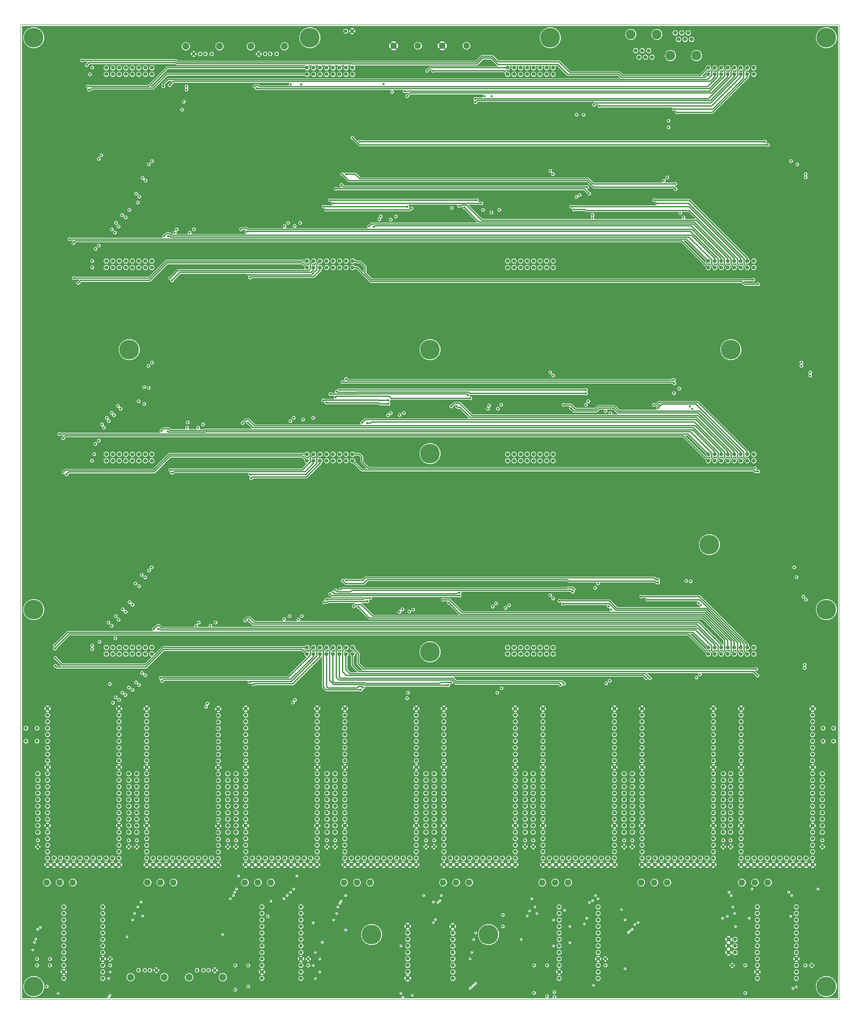
<source format=gbr>
G04 #@! TF.FileFunction,Copper,L2,Inr,Signal*
%FSLAX46Y46*%
G04 Gerber Fmt 4.6, Leading zero omitted, Abs format (unit mm)*
G04 Created by KiCad (PCBNEW 4.0.7) date Thursday, October 11, 2018 'PMt' 07:28:51 PM*
%MOMM*%
%LPD*%
G01*
G04 APERTURE LIST*
%ADD10C,0.100000*%
%ADD11C,0.150000*%
%ADD12C,1.500000*%
%ADD13C,3.800000*%
%ADD14C,1.524000*%
%ADD15C,1.200000*%
%ADD16C,2.700000*%
%ADD17C,1.397000*%
%ADD18C,1.000000*%
%ADD19C,7.620000*%
%ADD20C,2.500000*%
%ADD21C,1.270000*%
%ADD22C,0.508000*%
%ADD23C,0.889000*%
%ADD24C,0.508000*%
%ADD25C,0.381000*%
%ADD26C,0.254000*%
G04 APERTURE END LIST*
D10*
D11*
X345440000Y-16510000D02*
X345440000Y-397510000D01*
X25400000Y-16510000D02*
X25400000Y-397510000D01*
X25400000Y-397510000D02*
X345440000Y-397510000D01*
X25400000Y-16510000D02*
X345440000Y-16510000D01*
D12*
X148272500Y-332105000D03*
X148272500Y-329565000D03*
X148272500Y-327025000D03*
X148272500Y-324485000D03*
X148272500Y-321945000D03*
X148272500Y-319405000D03*
X148272500Y-316865000D03*
X148272500Y-314325000D03*
X148272500Y-311785000D03*
X148272500Y-309245000D03*
X145097500Y-332105000D03*
X145097500Y-329565000D03*
X145097500Y-327025000D03*
X145097500Y-324485000D03*
X145097500Y-321945000D03*
X145097500Y-319405000D03*
X145097500Y-316865000D03*
X145097500Y-314325000D03*
X145097500Y-311785000D03*
X145097500Y-309245000D03*
D13*
X279400000Y-28575000D03*
X289560000Y-28575000D03*
D14*
X285110000Y-22225000D03*
X287650000Y-22225000D03*
X283840000Y-19685000D03*
X286380000Y-19685000D03*
X282570000Y-22225000D03*
X281300000Y-19685000D03*
D15*
X94290000Y-386080000D03*
X96790000Y-386080000D03*
X98790000Y-386080000D03*
X101290000Y-386080000D03*
D16*
X104360000Y-388790000D03*
X91220000Y-388790000D03*
D14*
X304673000Y-379095000D03*
X302133000Y-379095000D03*
X304673000Y-376555000D03*
X302133000Y-376555000D03*
X304673000Y-374015000D03*
X302133000Y-374015000D03*
D17*
X154940000Y-19050000D03*
X152400000Y-19050000D03*
D18*
X60325000Y-384155000D03*
X60325000Y-381655000D03*
X137795000Y-384155000D03*
X137795000Y-381655000D03*
X254000000Y-384155000D03*
X254000000Y-381655000D03*
X332125000Y-384175000D03*
X334625000Y-384175000D03*
X32067500Y-337800000D03*
X32067500Y-335300000D03*
X67627500Y-337800000D03*
X67627500Y-335300000D03*
X109537500Y-337800000D03*
X109537500Y-335300000D03*
X145097500Y-337800000D03*
X145097500Y-335300000D03*
X148272500Y-337800000D03*
X148272500Y-335300000D03*
X183832500Y-337800000D03*
X183832500Y-335300000D03*
X187007500Y-337800000D03*
X187007500Y-335300000D03*
X222567500Y-337800000D03*
X222567500Y-335300000D03*
X225742500Y-337800000D03*
X225742500Y-335300000D03*
X261302500Y-337800000D03*
X261302500Y-335300000D03*
X264477500Y-337800000D03*
X264477500Y-335300000D03*
X300037500Y-337800000D03*
X300037500Y-335300000D03*
X302895000Y-337800000D03*
X302895000Y-335300000D03*
X338772500Y-337800000D03*
X338772500Y-335300000D03*
X70739000Y-337800000D03*
X70739000Y-335300000D03*
X106362500Y-337800000D03*
X106362500Y-335300000D03*
X36830000Y-384175000D03*
X31750000Y-384175000D03*
X231140000Y-384175000D03*
X226060000Y-384175000D03*
X308610000Y-384175000D03*
X303530000Y-384175000D03*
X114300000Y-384175000D03*
X109220000Y-384175000D03*
X36830000Y-381635000D03*
X31750000Y-381635000D03*
D14*
X76657200Y-35877500D03*
X74117200Y-35877500D03*
X71577200Y-35877500D03*
X69037200Y-35877500D03*
X66497200Y-35877500D03*
X63957200Y-35877500D03*
X61417200Y-35877500D03*
X76657200Y-33337500D03*
X74117200Y-33337500D03*
X71577200Y-33337500D03*
X69037200Y-33337500D03*
X66497200Y-33337500D03*
X63957200Y-33337500D03*
X58877200Y-33337500D03*
X61417200Y-33337500D03*
X58877200Y-35877500D03*
X155092400Y-35877500D03*
X152552400Y-35877500D03*
X150012400Y-35877500D03*
X147472400Y-35877500D03*
X144932400Y-35877500D03*
X142392400Y-35877500D03*
X139852400Y-35877500D03*
X155092400Y-33337500D03*
X152552400Y-33337500D03*
X150012400Y-33337500D03*
X147472400Y-33337500D03*
X144932400Y-33337500D03*
X142392400Y-33337500D03*
X137312400Y-33337500D03*
X139852400Y-33337500D03*
X137312400Y-35877500D03*
X311962800Y-35877500D03*
X309422800Y-35877500D03*
X306882800Y-35877500D03*
X304342800Y-35877500D03*
X301802800Y-35877500D03*
X299262800Y-35877500D03*
X296722800Y-35877500D03*
X311962800Y-33337500D03*
X309422800Y-33337500D03*
X306882800Y-33337500D03*
X304342800Y-33337500D03*
X301802800Y-33337500D03*
X299262800Y-33337500D03*
X294182800Y-33337500D03*
X296722800Y-33337500D03*
X294182800Y-35877500D03*
X76657200Y-111417100D03*
X74117200Y-111417100D03*
X71577200Y-111417100D03*
X69037200Y-111417100D03*
X66497200Y-111417100D03*
X63957200Y-111417100D03*
X61417200Y-111417100D03*
X76657200Y-108877100D03*
X74117200Y-108877100D03*
X71577200Y-108877100D03*
X69037200Y-108877100D03*
X66497200Y-108877100D03*
X63957200Y-108877100D03*
X58877200Y-108877100D03*
X61417200Y-108877100D03*
X58877200Y-111417100D03*
X155092400Y-111417100D03*
X152552400Y-111417100D03*
X150012400Y-111417100D03*
X147472400Y-111417100D03*
X144932400Y-111417100D03*
X142392400Y-111417100D03*
X139852400Y-111417100D03*
X155092400Y-108877100D03*
X152552400Y-108877100D03*
X150012400Y-108877100D03*
X147472400Y-108877100D03*
X144932400Y-108877100D03*
X142392400Y-108877100D03*
X137312400Y-108877100D03*
X139852400Y-108877100D03*
X137312400Y-111417100D03*
X311962800Y-111417100D03*
X309422800Y-111417100D03*
X306882800Y-111417100D03*
X304342800Y-111417100D03*
X301802800Y-111417100D03*
X299262800Y-111417100D03*
X296722800Y-111417100D03*
X311962800Y-108877100D03*
X309422800Y-108877100D03*
X306882800Y-108877100D03*
X304342800Y-108877100D03*
X301802800Y-108877100D03*
X299262800Y-108877100D03*
X294182800Y-108877100D03*
X296722800Y-108877100D03*
X294182800Y-111417100D03*
X76657200Y-186956700D03*
X74117200Y-186956700D03*
X71577200Y-186956700D03*
X69037200Y-186956700D03*
X66497200Y-186956700D03*
X63957200Y-186956700D03*
X61417200Y-186956700D03*
X76657200Y-184416700D03*
X74117200Y-184416700D03*
X71577200Y-184416700D03*
X69037200Y-184416700D03*
X66497200Y-184416700D03*
X63957200Y-184416700D03*
X58877200Y-184416700D03*
X61417200Y-184416700D03*
X58877200Y-186956700D03*
X155092400Y-186956700D03*
X152552400Y-186956700D03*
X150012400Y-186956700D03*
X147472400Y-186956700D03*
X144932400Y-186956700D03*
X142392400Y-186956700D03*
X139852400Y-186956700D03*
X155092400Y-184416700D03*
X152552400Y-184416700D03*
X150012400Y-184416700D03*
X147472400Y-184416700D03*
X144932400Y-184416700D03*
X142392400Y-184416700D03*
X137312400Y-184416700D03*
X139852400Y-184416700D03*
X137312400Y-186956700D03*
X76657200Y-262496300D03*
X74117200Y-262496300D03*
X71577200Y-262496300D03*
X69037200Y-262496300D03*
X66497200Y-262496300D03*
X63957200Y-262496300D03*
X61417200Y-262496300D03*
X76657200Y-259956300D03*
X74117200Y-259956300D03*
X71577200Y-259956300D03*
X69037200Y-259956300D03*
X66497200Y-259956300D03*
X63957200Y-259956300D03*
X58877200Y-259956300D03*
X61417200Y-259956300D03*
X58877200Y-262496300D03*
X155092400Y-262496300D03*
X152552400Y-262496300D03*
X150012400Y-262496300D03*
X147472400Y-262496300D03*
X144932400Y-262496300D03*
X142392400Y-262496300D03*
X139852400Y-262496300D03*
X155092400Y-259956300D03*
X152552400Y-259956300D03*
X150012400Y-259956300D03*
X147472400Y-259956300D03*
X144932400Y-259956300D03*
X142392400Y-259956300D03*
X137312400Y-259956300D03*
X139852400Y-259956300D03*
X137312400Y-262496300D03*
X233527600Y-262496300D03*
X230987600Y-262496300D03*
X228447600Y-262496300D03*
X225907600Y-262496300D03*
X223367600Y-262496300D03*
X220827600Y-262496300D03*
X218287600Y-262496300D03*
X233527600Y-259956300D03*
X230987600Y-259956300D03*
X228447600Y-259956300D03*
X225907600Y-259956300D03*
X223367600Y-259956300D03*
X220827600Y-259956300D03*
X215747600Y-259956300D03*
X218287600Y-259956300D03*
X215747600Y-262496300D03*
X311962800Y-262496300D03*
X309422800Y-262496300D03*
X306882800Y-262496300D03*
X304342800Y-262496300D03*
X301802800Y-262496300D03*
X299262800Y-262496300D03*
X296722800Y-262496300D03*
X311962800Y-259956300D03*
X309422800Y-259956300D03*
X306882800Y-259956300D03*
X304342800Y-259956300D03*
X301802800Y-259956300D03*
X299262800Y-259956300D03*
X294182800Y-259956300D03*
X296722800Y-259956300D03*
X294182800Y-262496300D03*
X233527600Y-35877500D03*
X230987600Y-35877500D03*
X228447600Y-35877500D03*
X225907600Y-35877500D03*
X223367600Y-35877500D03*
X220827600Y-35877500D03*
X218287600Y-35877500D03*
X233527600Y-33337500D03*
X230987600Y-33337500D03*
X228447600Y-33337500D03*
X225907600Y-33337500D03*
X223367600Y-33337500D03*
X220827600Y-33337500D03*
X215747600Y-33337500D03*
X218287600Y-33337500D03*
X215747600Y-35877500D03*
X233527600Y-111417100D03*
X230987600Y-111417100D03*
X228447600Y-111417100D03*
X225907600Y-111417100D03*
X223367600Y-111417100D03*
X220827600Y-111417100D03*
X218287600Y-111417100D03*
X233527600Y-108877100D03*
X230987600Y-108877100D03*
X228447600Y-108877100D03*
X225907600Y-108877100D03*
X223367600Y-108877100D03*
X220827600Y-108877100D03*
X215747600Y-108877100D03*
X218287600Y-108877100D03*
X215747600Y-111417100D03*
X233527600Y-186956700D03*
X230987600Y-186956700D03*
X228447600Y-186956700D03*
X225907600Y-186956700D03*
X223367600Y-186956700D03*
X220827600Y-186956700D03*
X218287600Y-186956700D03*
X233527600Y-184416700D03*
X230987600Y-184416700D03*
X228447600Y-184416700D03*
X225907600Y-184416700D03*
X223367600Y-184416700D03*
X220827600Y-184416700D03*
X215747600Y-184416700D03*
X218287600Y-184416700D03*
X215747600Y-186956700D03*
X311962800Y-186956700D03*
X309422800Y-186956700D03*
X306882800Y-186956700D03*
X304342800Y-186956700D03*
X301802800Y-186956700D03*
X299262800Y-186956700D03*
X296722800Y-186956700D03*
X311962800Y-184416700D03*
X309422800Y-184416700D03*
X306882800Y-184416700D03*
X304342800Y-184416700D03*
X301802800Y-184416700D03*
X299262800Y-184416700D03*
X294182800Y-184416700D03*
X296722800Y-184416700D03*
X294182800Y-186956700D03*
D19*
X30480000Y-21590000D03*
X138430000Y-21590000D03*
X232410000Y-21590000D03*
X67818000Y-143510000D03*
X185420000Y-143510000D03*
X303022000Y-143510000D03*
X185420000Y-184150000D03*
X294640000Y-219710000D03*
X30480000Y-245110000D03*
X340360000Y-245110000D03*
X185420000Y-261620000D03*
X162560000Y-372110000D03*
X208280000Y-372110000D03*
X30480000Y-392430000D03*
X340360000Y-392430000D03*
X340360000Y-21590000D03*
D20*
X199670000Y-24765000D03*
X190170000Y-24765000D03*
X180670000Y-24765000D03*
X171170000Y-24765000D03*
X317500000Y-351790000D03*
X312420000Y-351790000D03*
X307340000Y-351790000D03*
X278130000Y-351790000D03*
X273050000Y-351790000D03*
X267970000Y-351790000D03*
X239395000Y-351790000D03*
X234315000Y-351790000D03*
X229235000Y-351790000D03*
X200660000Y-351790000D03*
X195580000Y-351790000D03*
X190500000Y-351790000D03*
X161925000Y-351790000D03*
X156845000Y-351790000D03*
X151765000Y-351790000D03*
X123190000Y-351790000D03*
X118110000Y-351790000D03*
X113030000Y-351790000D03*
X85090000Y-351790000D03*
X80010000Y-351790000D03*
X74930000Y-351790000D03*
X45720000Y-351790000D03*
X40640000Y-351790000D03*
X35560000Y-351790000D03*
D15*
X100020000Y-27940000D03*
X97520000Y-27940000D03*
X95520000Y-27940000D03*
X93020000Y-27940000D03*
D16*
X89950000Y-24940000D03*
X103090000Y-24940000D03*
D15*
X71430000Y-386080000D03*
X73930000Y-386080000D03*
X75930000Y-386080000D03*
X78430000Y-386080000D03*
D16*
X81500000Y-388790000D03*
X68360000Y-388790000D03*
D15*
X125420000Y-27940000D03*
X122920000Y-27940000D03*
X120920000Y-27940000D03*
X118420000Y-27940000D03*
D16*
X115350000Y-24940000D03*
X128490000Y-24940000D03*
D21*
X339090000Y-296545000D03*
X343154000Y-296545000D03*
X339090000Y-291465000D03*
X343154000Y-291465000D03*
X31750000Y-296545000D03*
X31750000Y-291465000D03*
X27432000Y-296545000D03*
X27432000Y-291465000D03*
X31750000Y-35560000D03*
X34925000Y-35560000D03*
X31750000Y-38735000D03*
X34925000Y-38735000D03*
X31750000Y-41910000D03*
X34925000Y-41910000D03*
X31750000Y-45085000D03*
X34925000Y-45085000D03*
X333375000Y-35560000D03*
X336550000Y-35560000D03*
X333375000Y-38735000D03*
X336550000Y-38735000D03*
X333375000Y-41910000D03*
X336550000Y-41910000D03*
X333375000Y-45085000D03*
X336550000Y-45085000D03*
D17*
X119697500Y-361315000D03*
X119697500Y-363855000D03*
X119697500Y-366395000D03*
X119697500Y-368935000D03*
X119697500Y-371475000D03*
X119697500Y-374015000D03*
X119697500Y-376555000D03*
X119697500Y-381635000D03*
X119697500Y-384175000D03*
X119697500Y-386715000D03*
X119697500Y-389255000D03*
X119697500Y-379095000D03*
X134937500Y-379095000D03*
X134937500Y-389255000D03*
X134937500Y-386715000D03*
X134937500Y-384175000D03*
X134937500Y-381635000D03*
X134937500Y-376555000D03*
X134937500Y-374015000D03*
X134937500Y-371475000D03*
X134937500Y-368935000D03*
X134937500Y-366395000D03*
X134937500Y-363855000D03*
X134937500Y-361315000D03*
X313372500Y-361315000D03*
X313372500Y-363855000D03*
X313372500Y-366395000D03*
X313372500Y-368935000D03*
X313372500Y-371475000D03*
X313372500Y-374015000D03*
X313372500Y-376555000D03*
X313372500Y-381635000D03*
X313372500Y-384175000D03*
X313372500Y-386715000D03*
X313372500Y-389255000D03*
X313372500Y-379095000D03*
X328612500Y-379095000D03*
X328612500Y-389255000D03*
X328612500Y-386715000D03*
X328612500Y-384175000D03*
X328612500Y-381635000D03*
X328612500Y-376555000D03*
X328612500Y-374015000D03*
X328612500Y-371475000D03*
X328612500Y-368935000D03*
X328612500Y-366395000D03*
X328612500Y-363855000D03*
X328612500Y-361315000D03*
X235902500Y-361315000D03*
X235902500Y-363855000D03*
X235902500Y-366395000D03*
X235902500Y-368935000D03*
X235902500Y-371475000D03*
X235902500Y-374015000D03*
X235902500Y-376555000D03*
X235902500Y-381635000D03*
X235902500Y-384175000D03*
X235902500Y-386715000D03*
X235902500Y-389255000D03*
X235902500Y-379095000D03*
X251142500Y-379095000D03*
X251142500Y-389255000D03*
X251142500Y-386715000D03*
X251142500Y-384175000D03*
X251142500Y-381635000D03*
X251142500Y-376555000D03*
X251142500Y-374015000D03*
X251142500Y-371475000D03*
X251142500Y-368935000D03*
X251142500Y-366395000D03*
X251142500Y-363855000D03*
X251142500Y-361315000D03*
X42227500Y-361315000D03*
X42227500Y-363855000D03*
X42227500Y-366395000D03*
X42227500Y-368935000D03*
X42227500Y-371475000D03*
X42227500Y-374015000D03*
X42227500Y-376555000D03*
X42227500Y-381635000D03*
X42227500Y-384175000D03*
X42227500Y-386715000D03*
X42227500Y-389255000D03*
X42227500Y-379095000D03*
X57467500Y-379095000D03*
X57467500Y-389255000D03*
X57467500Y-386715000D03*
X57467500Y-384175000D03*
X57467500Y-381635000D03*
X57467500Y-376555000D03*
X57467500Y-374015000D03*
X57467500Y-371475000D03*
X57467500Y-368935000D03*
X57467500Y-366395000D03*
X57467500Y-363855000D03*
X57467500Y-361315000D03*
D14*
X265816000Y-26670000D03*
D13*
X274066000Y-20320000D03*
X263906000Y-20320000D03*
D14*
X268356000Y-26670000D03*
X270896000Y-26670000D03*
X267086000Y-29210000D03*
X269626000Y-29210000D03*
X272166000Y-29210000D03*
D12*
X32067500Y-332105000D03*
X32067500Y-329565000D03*
X32067500Y-327025000D03*
X32067500Y-324485000D03*
X32067500Y-321945000D03*
X32067500Y-319405000D03*
X32067500Y-316865000D03*
X32067500Y-314325000D03*
X32067500Y-311785000D03*
X32067500Y-309245000D03*
X67627500Y-332105000D03*
X67627500Y-329565000D03*
X67627500Y-327025000D03*
X67627500Y-324485000D03*
X67627500Y-321945000D03*
X67627500Y-319405000D03*
X67627500Y-316865000D03*
X67627500Y-314325000D03*
X67627500Y-311785000D03*
X67627500Y-309245000D03*
X70739000Y-332105000D03*
X70739000Y-329565000D03*
X70739000Y-327025000D03*
X70739000Y-324485000D03*
X70739000Y-321945000D03*
X70739000Y-319405000D03*
X70739000Y-316865000D03*
X70739000Y-314325000D03*
X70739000Y-311785000D03*
X70739000Y-309245000D03*
X106362500Y-332105000D03*
X106362500Y-329565000D03*
X106362500Y-327025000D03*
X106362500Y-324485000D03*
X106362500Y-321945000D03*
X106362500Y-319405000D03*
X106362500Y-316865000D03*
X106362500Y-314325000D03*
X106362500Y-311785000D03*
X106362500Y-309245000D03*
X109537500Y-332105000D03*
X109537500Y-329565000D03*
X109537500Y-327025000D03*
X109537500Y-324485000D03*
X109537500Y-321945000D03*
X109537500Y-319405000D03*
X109537500Y-316865000D03*
X109537500Y-314325000D03*
X109537500Y-311785000D03*
X109537500Y-309245000D03*
X183832500Y-332105000D03*
X183832500Y-329565000D03*
X183832500Y-327025000D03*
X183832500Y-324485000D03*
X183832500Y-321945000D03*
X183832500Y-319405000D03*
X183832500Y-316865000D03*
X183832500Y-314325000D03*
X183832500Y-311785000D03*
X183832500Y-309245000D03*
X187007500Y-332105000D03*
X187007500Y-329565000D03*
X187007500Y-327025000D03*
X187007500Y-324485000D03*
X187007500Y-321945000D03*
X187007500Y-319405000D03*
X187007500Y-316865000D03*
X187007500Y-314325000D03*
X187007500Y-311785000D03*
X187007500Y-309245000D03*
X222567500Y-332105000D03*
X222567500Y-329565000D03*
X222567500Y-327025000D03*
X222567500Y-324485000D03*
X222567500Y-321945000D03*
X222567500Y-319405000D03*
X222567500Y-316865000D03*
X222567500Y-314325000D03*
X222567500Y-311785000D03*
X222567500Y-309245000D03*
X225742500Y-332105000D03*
X225742500Y-329565000D03*
X225742500Y-327025000D03*
X225742500Y-324485000D03*
X225742500Y-321945000D03*
X225742500Y-319405000D03*
X225742500Y-316865000D03*
X225742500Y-314325000D03*
X225742500Y-311785000D03*
X225742500Y-309245000D03*
X261302500Y-332105000D03*
X261302500Y-329565000D03*
X261302500Y-327025000D03*
X261302500Y-324485000D03*
X261302500Y-321945000D03*
X261302500Y-319405000D03*
X261302500Y-316865000D03*
X261302500Y-314325000D03*
X261302500Y-311785000D03*
X261302500Y-309245000D03*
X264477500Y-332105000D03*
X264477500Y-329565000D03*
X264477500Y-327025000D03*
X264477500Y-324485000D03*
X264477500Y-321945000D03*
X264477500Y-319405000D03*
X264477500Y-316865000D03*
X264477500Y-314325000D03*
X264477500Y-311785000D03*
X264477500Y-309245000D03*
X300037500Y-332105000D03*
X300037500Y-329565000D03*
X300037500Y-327025000D03*
X300037500Y-324485000D03*
X300037500Y-321945000D03*
X300037500Y-319405000D03*
X300037500Y-316865000D03*
X300037500Y-314325000D03*
X300037500Y-311785000D03*
X300037500Y-309245000D03*
X302895000Y-332105000D03*
X302895000Y-329565000D03*
X302895000Y-327025000D03*
X302895000Y-324485000D03*
X302895000Y-321945000D03*
X302895000Y-319405000D03*
X302895000Y-316865000D03*
X302895000Y-314325000D03*
X302895000Y-311785000D03*
X302895000Y-309245000D03*
X338772500Y-332105000D03*
X338772500Y-329565000D03*
X338772500Y-327025000D03*
X338772500Y-324485000D03*
X338772500Y-321945000D03*
X338772500Y-319405000D03*
X338772500Y-316865000D03*
X338772500Y-314325000D03*
X338772500Y-311785000D03*
X338772500Y-309245000D03*
X38417500Y-344805000D03*
X40957500Y-344805000D03*
X43497500Y-344805000D03*
X46037500Y-344805000D03*
X48577500Y-344805000D03*
X51117500Y-344805000D03*
X53657500Y-344805000D03*
X56197500Y-344805000D03*
X58737500Y-344805000D03*
X61277500Y-344805000D03*
X77152500Y-344805000D03*
X79692500Y-344805000D03*
X82232500Y-344805000D03*
X84772500Y-344805000D03*
X87312500Y-344805000D03*
X89852500Y-344805000D03*
X92392500Y-344805000D03*
X94932500Y-344805000D03*
X97472500Y-344805000D03*
X100012500Y-344805000D03*
X115887500Y-344805000D03*
X118427500Y-344805000D03*
X120967500Y-344805000D03*
X123507500Y-344805000D03*
X126047500Y-344805000D03*
X128587500Y-344805000D03*
X131127500Y-344805000D03*
X133667500Y-344805000D03*
X136207500Y-344805000D03*
X138747500Y-344805000D03*
X154622500Y-344805000D03*
X157162500Y-344805000D03*
X159702500Y-344805000D03*
X162242500Y-344805000D03*
X164782500Y-344805000D03*
X167322500Y-344805000D03*
X169862500Y-344805000D03*
X172402500Y-344805000D03*
X174942500Y-344805000D03*
X177482500Y-344805000D03*
X193357500Y-344805000D03*
X195897500Y-344805000D03*
X198437500Y-344805000D03*
X200977500Y-344805000D03*
X203517500Y-344805000D03*
X206057500Y-344805000D03*
X208597500Y-344805000D03*
X211137500Y-344805000D03*
X213677500Y-344805000D03*
X216217500Y-344805000D03*
X232092500Y-344805000D03*
X234632500Y-344805000D03*
X237172500Y-344805000D03*
X239712500Y-344805000D03*
X242252500Y-344805000D03*
X244792500Y-344805000D03*
X247332500Y-344805000D03*
X249872500Y-344805000D03*
X252412500Y-344805000D03*
X254952500Y-344805000D03*
X270827500Y-344805000D03*
X273367500Y-344805000D03*
X275907500Y-344805000D03*
X278447500Y-344805000D03*
X280987500Y-344805000D03*
X283527500Y-344805000D03*
X286067500Y-344805000D03*
X288607500Y-344805000D03*
X291147500Y-344805000D03*
X293687500Y-344805000D03*
X309562500Y-344805000D03*
X312102500Y-344805000D03*
X314642500Y-344805000D03*
X317182500Y-344805000D03*
X319722500Y-344805000D03*
X322262500Y-344805000D03*
X324802500Y-344805000D03*
X327342500Y-344805000D03*
X329882500Y-344805000D03*
X332422500Y-344805000D03*
X38417500Y-342265000D03*
X40957500Y-342265000D03*
X43497500Y-342265000D03*
X46037500Y-342265000D03*
X48577500Y-342265000D03*
X51117500Y-342265000D03*
X53657500Y-342265000D03*
X56197500Y-342265000D03*
X58737500Y-342265000D03*
X61277500Y-342265000D03*
X77152500Y-342265000D03*
X79692500Y-342265000D03*
X82232500Y-342265000D03*
X84772500Y-342265000D03*
X87312500Y-342265000D03*
X89852500Y-342265000D03*
X92392500Y-342265000D03*
X94932500Y-342265000D03*
X97472500Y-342265000D03*
X100012500Y-342265000D03*
X115887500Y-342265000D03*
X118427500Y-342265000D03*
X120967500Y-342265000D03*
X123507500Y-342265000D03*
X126047500Y-342265000D03*
X128587500Y-342265000D03*
X131127500Y-342265000D03*
X133667500Y-342265000D03*
X136207500Y-342265000D03*
X138747500Y-342265000D03*
X154622500Y-342265000D03*
X157162500Y-342265000D03*
X159702500Y-342265000D03*
X162242500Y-342265000D03*
X164782500Y-342265000D03*
X167322500Y-342265000D03*
X169862500Y-342265000D03*
X172402500Y-342265000D03*
X174942500Y-342265000D03*
X177482500Y-342265000D03*
X193357500Y-342265000D03*
X195897500Y-342265000D03*
X198437500Y-342265000D03*
X200977500Y-342265000D03*
X203517500Y-342265000D03*
X206057500Y-342265000D03*
X208597500Y-342265000D03*
X211137500Y-342265000D03*
X213677500Y-342265000D03*
X216217500Y-342265000D03*
X232092500Y-342265000D03*
X234632500Y-342265000D03*
X237172500Y-342265000D03*
X239712500Y-342265000D03*
X242252500Y-342265000D03*
X244792500Y-342265000D03*
X247332500Y-342265000D03*
X249872500Y-342265000D03*
X252412500Y-342265000D03*
X254952500Y-342265000D03*
X270827500Y-342265000D03*
X273367500Y-342265000D03*
X275907500Y-342265000D03*
X278447500Y-342265000D03*
X280987500Y-342265000D03*
X283527500Y-342265000D03*
X286067500Y-342265000D03*
X288607500Y-342265000D03*
X291147500Y-342265000D03*
X293687500Y-342265000D03*
X309562500Y-342265000D03*
X312102500Y-342265000D03*
X314642500Y-342265000D03*
X317182500Y-342265000D03*
X319722500Y-342265000D03*
X322262500Y-342265000D03*
X324802500Y-342265000D03*
X327342500Y-342265000D03*
X329882500Y-342265000D03*
X332422500Y-342265000D03*
D17*
X35877500Y-283845000D03*
X35877500Y-286385000D03*
X35877500Y-283845000D03*
X35877500Y-286385000D03*
X35877500Y-288925000D03*
X35877500Y-291465000D03*
X35877500Y-294005000D03*
X35877500Y-296545000D03*
X35877500Y-299085000D03*
X35877500Y-301625000D03*
X35877500Y-304165000D03*
X35877500Y-306705000D03*
X35877500Y-309245000D03*
X35877500Y-311785000D03*
X35877500Y-314325000D03*
X35877500Y-316865000D03*
X35877500Y-319405000D03*
X35877500Y-321945000D03*
X35877500Y-324485000D03*
X35877500Y-327025000D03*
X35877500Y-329565000D03*
X35877500Y-332105000D03*
X35877500Y-334645000D03*
X35877500Y-337185000D03*
X35877500Y-339725000D03*
X35877500Y-342265000D03*
X35877500Y-344805000D03*
X63817500Y-286385000D03*
X63817500Y-283845000D03*
X63817500Y-283845000D03*
X63817500Y-286385000D03*
X63817500Y-288925000D03*
X63817500Y-291465000D03*
X63817500Y-294005000D03*
X63817500Y-296545000D03*
X63817500Y-299085000D03*
X63817500Y-301625000D03*
X63817500Y-304165000D03*
X63817500Y-306705000D03*
X63817500Y-309245000D03*
X63817500Y-311785000D03*
X63817500Y-314325000D03*
X63817500Y-316865000D03*
X63817500Y-319405000D03*
X63817500Y-321945000D03*
X63817500Y-324485000D03*
X63817500Y-327025000D03*
X63817500Y-329565000D03*
X63817500Y-332105000D03*
X63817500Y-334645000D03*
X63817500Y-337185000D03*
X63817500Y-339725000D03*
X63817500Y-342265000D03*
X63817500Y-344805000D03*
X74612500Y-283845000D03*
X74612500Y-286385000D03*
X74612500Y-283845000D03*
X74612500Y-286385000D03*
X74612500Y-288925000D03*
X74612500Y-291465000D03*
X74612500Y-294005000D03*
X74612500Y-296545000D03*
X74612500Y-299085000D03*
X74612500Y-301625000D03*
X74612500Y-304165000D03*
X74612500Y-306705000D03*
X74612500Y-309245000D03*
X74612500Y-311785000D03*
X74612500Y-314325000D03*
X74612500Y-316865000D03*
X74612500Y-319405000D03*
X74612500Y-321945000D03*
X74612500Y-324485000D03*
X74612500Y-327025000D03*
X74612500Y-329565000D03*
X74612500Y-332105000D03*
X74612500Y-334645000D03*
X74612500Y-337185000D03*
X74612500Y-339725000D03*
X74612500Y-342265000D03*
X74612500Y-344805000D03*
X102616000Y-286512000D03*
X102616000Y-283972000D03*
X102616000Y-283972000D03*
X102616000Y-286512000D03*
X102616000Y-289052000D03*
X102616000Y-291592000D03*
X102616000Y-294132000D03*
X102616000Y-296672000D03*
X102616000Y-299212000D03*
X102616000Y-301752000D03*
X102616000Y-304292000D03*
X102616000Y-306832000D03*
X102616000Y-309372000D03*
X102616000Y-311912000D03*
X102616000Y-314452000D03*
X102616000Y-316992000D03*
X102616000Y-319532000D03*
X102616000Y-322072000D03*
X102616000Y-324612000D03*
X102616000Y-327152000D03*
X102616000Y-329692000D03*
X102616000Y-332232000D03*
X102616000Y-334772000D03*
X102616000Y-337312000D03*
X102616000Y-339852000D03*
X102616000Y-342392000D03*
X102616000Y-344932000D03*
X113347500Y-283845000D03*
X113347500Y-286385000D03*
X113347500Y-283845000D03*
X113347500Y-286385000D03*
X113347500Y-288925000D03*
X113347500Y-291465000D03*
X113347500Y-294005000D03*
X113347500Y-296545000D03*
X113347500Y-299085000D03*
X113347500Y-301625000D03*
X113347500Y-304165000D03*
X113347500Y-306705000D03*
X113347500Y-309245000D03*
X113347500Y-311785000D03*
X113347500Y-314325000D03*
X113347500Y-316865000D03*
X113347500Y-319405000D03*
X113347500Y-321945000D03*
X113347500Y-324485000D03*
X113347500Y-327025000D03*
X113347500Y-329565000D03*
X113347500Y-332105000D03*
X113347500Y-334645000D03*
X113347500Y-337185000D03*
X113347500Y-339725000D03*
X113347500Y-342265000D03*
X113347500Y-344805000D03*
X141287500Y-286385000D03*
X141287500Y-283845000D03*
X141287500Y-283845000D03*
X141287500Y-286385000D03*
X141287500Y-288925000D03*
X141287500Y-291465000D03*
X141287500Y-294005000D03*
X141287500Y-296545000D03*
X141287500Y-299085000D03*
X141287500Y-301625000D03*
X141287500Y-304165000D03*
X141287500Y-306705000D03*
X141287500Y-309245000D03*
X141287500Y-311785000D03*
X141287500Y-314325000D03*
X141287500Y-316865000D03*
X141287500Y-319405000D03*
X141287500Y-321945000D03*
X141287500Y-324485000D03*
X141287500Y-327025000D03*
X141287500Y-329565000D03*
X141287500Y-332105000D03*
X141287500Y-334645000D03*
X141287500Y-337185000D03*
X141287500Y-339725000D03*
X141287500Y-342265000D03*
X141287500Y-344805000D03*
X152082500Y-283845000D03*
X152082500Y-286385000D03*
X152082500Y-283845000D03*
X152082500Y-286385000D03*
X152082500Y-288925000D03*
X152082500Y-291465000D03*
X152082500Y-294005000D03*
X152082500Y-296545000D03*
X152082500Y-299085000D03*
X152082500Y-301625000D03*
X152082500Y-304165000D03*
X152082500Y-306705000D03*
X152082500Y-309245000D03*
X152082500Y-311785000D03*
X152082500Y-314325000D03*
X152082500Y-316865000D03*
X152082500Y-319405000D03*
X152082500Y-321945000D03*
X152082500Y-324485000D03*
X152082500Y-327025000D03*
X152082500Y-329565000D03*
X152082500Y-332105000D03*
X152082500Y-334645000D03*
X152082500Y-337185000D03*
X152082500Y-339725000D03*
X152082500Y-342265000D03*
X152082500Y-344805000D03*
X180022500Y-286385000D03*
X180022500Y-283845000D03*
X180022500Y-283845000D03*
X180022500Y-286385000D03*
X180022500Y-288925000D03*
X180022500Y-291465000D03*
X180022500Y-294005000D03*
X180022500Y-296545000D03*
X180022500Y-299085000D03*
X180022500Y-301625000D03*
X180022500Y-304165000D03*
X180022500Y-306705000D03*
X180022500Y-309245000D03*
X180022500Y-311785000D03*
X180022500Y-314325000D03*
X180022500Y-316865000D03*
X180022500Y-319405000D03*
X180022500Y-321945000D03*
X180022500Y-324485000D03*
X180022500Y-327025000D03*
X180022500Y-329565000D03*
X180022500Y-332105000D03*
X180022500Y-334645000D03*
X180022500Y-337185000D03*
X180022500Y-339725000D03*
X180022500Y-342265000D03*
X180022500Y-344805000D03*
X190817500Y-283845000D03*
X190817500Y-286385000D03*
X190817500Y-283845000D03*
X190817500Y-286385000D03*
X190817500Y-288925000D03*
X190817500Y-291465000D03*
X190817500Y-294005000D03*
X190817500Y-296545000D03*
X190817500Y-299085000D03*
X190817500Y-301625000D03*
X190817500Y-304165000D03*
X190817500Y-306705000D03*
X190817500Y-309245000D03*
X190817500Y-311785000D03*
X190817500Y-314325000D03*
X190817500Y-316865000D03*
X190817500Y-319405000D03*
X190817500Y-321945000D03*
X190817500Y-324485000D03*
X190817500Y-327025000D03*
X190817500Y-329565000D03*
X190817500Y-332105000D03*
X190817500Y-334645000D03*
X190817500Y-337185000D03*
X190817500Y-339725000D03*
X190817500Y-342265000D03*
X190817500Y-344805000D03*
X218757500Y-286385000D03*
X218757500Y-283845000D03*
X218757500Y-283845000D03*
X218757500Y-286385000D03*
X218757500Y-288925000D03*
X218757500Y-291465000D03*
X218757500Y-294005000D03*
X218757500Y-296545000D03*
X218757500Y-299085000D03*
X218757500Y-301625000D03*
X218757500Y-304165000D03*
X218757500Y-306705000D03*
X218757500Y-309245000D03*
X218757500Y-311785000D03*
X218757500Y-314325000D03*
X218757500Y-316865000D03*
X218757500Y-319405000D03*
X218757500Y-321945000D03*
X218757500Y-324485000D03*
X218757500Y-327025000D03*
X218757500Y-329565000D03*
X218757500Y-332105000D03*
X218757500Y-334645000D03*
X218757500Y-337185000D03*
X218757500Y-339725000D03*
X218757500Y-342265000D03*
X218757500Y-344805000D03*
X229552500Y-283845000D03*
X229552500Y-286385000D03*
X229552500Y-283845000D03*
X229552500Y-286385000D03*
X229552500Y-288925000D03*
X229552500Y-291465000D03*
X229552500Y-294005000D03*
X229552500Y-296545000D03*
X229552500Y-299085000D03*
X229552500Y-301625000D03*
X229552500Y-304165000D03*
X229552500Y-306705000D03*
X229552500Y-309245000D03*
X229552500Y-311785000D03*
X229552500Y-314325000D03*
X229552500Y-316865000D03*
X229552500Y-319405000D03*
X229552500Y-321945000D03*
X229552500Y-324485000D03*
X229552500Y-327025000D03*
X229552500Y-329565000D03*
X229552500Y-332105000D03*
X229552500Y-334645000D03*
X229552500Y-337185000D03*
X229552500Y-339725000D03*
X229552500Y-342265000D03*
X229552500Y-344805000D03*
X257492500Y-286385000D03*
X257492500Y-283845000D03*
X257492500Y-283845000D03*
X257492500Y-286385000D03*
X257492500Y-288925000D03*
X257492500Y-291465000D03*
X257492500Y-294005000D03*
X257492500Y-296545000D03*
X257492500Y-299085000D03*
X257492500Y-301625000D03*
X257492500Y-304165000D03*
X257492500Y-306705000D03*
X257492500Y-309245000D03*
X257492500Y-311785000D03*
X257492500Y-314325000D03*
X257492500Y-316865000D03*
X257492500Y-319405000D03*
X257492500Y-321945000D03*
X257492500Y-324485000D03*
X257492500Y-327025000D03*
X257492500Y-329565000D03*
X257492500Y-332105000D03*
X257492500Y-334645000D03*
X257492500Y-337185000D03*
X257492500Y-339725000D03*
X257492500Y-342265000D03*
X257492500Y-344805000D03*
X268287500Y-283845000D03*
X268287500Y-286385000D03*
X268287500Y-283845000D03*
X268287500Y-286385000D03*
X268287500Y-288925000D03*
X268287500Y-291465000D03*
X268287500Y-294005000D03*
X268287500Y-296545000D03*
X268287500Y-299085000D03*
X268287500Y-301625000D03*
X268287500Y-304165000D03*
X268287500Y-306705000D03*
X268287500Y-309245000D03*
X268287500Y-311785000D03*
X268287500Y-314325000D03*
X268287500Y-316865000D03*
X268287500Y-319405000D03*
X268287500Y-321945000D03*
X268287500Y-324485000D03*
X268287500Y-327025000D03*
X268287500Y-329565000D03*
X268287500Y-332105000D03*
X268287500Y-334645000D03*
X268287500Y-337185000D03*
X268287500Y-339725000D03*
X268287500Y-342265000D03*
X268287500Y-344805000D03*
X296164000Y-286385000D03*
X296164000Y-283845000D03*
X296164000Y-283845000D03*
X296164000Y-286385000D03*
X296164000Y-288925000D03*
X296164000Y-291465000D03*
X296164000Y-294005000D03*
X296164000Y-296545000D03*
X296164000Y-299085000D03*
X296164000Y-301625000D03*
X296164000Y-304165000D03*
X296164000Y-306705000D03*
X296164000Y-309245000D03*
X296164000Y-311785000D03*
X296164000Y-314325000D03*
X296164000Y-316865000D03*
X296164000Y-319405000D03*
X296164000Y-321945000D03*
X296164000Y-324485000D03*
X296164000Y-327025000D03*
X296164000Y-329565000D03*
X296164000Y-332105000D03*
X296164000Y-334645000D03*
X296164000Y-337185000D03*
X296164000Y-339725000D03*
X296164000Y-342265000D03*
X296164000Y-344805000D03*
X307022500Y-283845000D03*
X307022500Y-286385000D03*
X307022500Y-283845000D03*
X307022500Y-286385000D03*
X307022500Y-288925000D03*
X307022500Y-291465000D03*
X307022500Y-294005000D03*
X307022500Y-296545000D03*
X307022500Y-299085000D03*
X307022500Y-301625000D03*
X307022500Y-304165000D03*
X307022500Y-306705000D03*
X307022500Y-309245000D03*
X307022500Y-311785000D03*
X307022500Y-314325000D03*
X307022500Y-316865000D03*
X307022500Y-319405000D03*
X307022500Y-321945000D03*
X307022500Y-324485000D03*
X307022500Y-327025000D03*
X307022500Y-329565000D03*
X307022500Y-332105000D03*
X307022500Y-334645000D03*
X307022500Y-337185000D03*
X307022500Y-339725000D03*
X307022500Y-342265000D03*
X307022500Y-344805000D03*
X334962500Y-286385000D03*
X334962500Y-283845000D03*
X334962500Y-283845000D03*
X334962500Y-286385000D03*
X334962500Y-288925000D03*
X334962500Y-291465000D03*
X334962500Y-294005000D03*
X334962500Y-296545000D03*
X334962500Y-299085000D03*
X334962500Y-301625000D03*
X334962500Y-304165000D03*
X334962500Y-306705000D03*
X334962500Y-309245000D03*
X334962500Y-311785000D03*
X334962500Y-314325000D03*
X334962500Y-316865000D03*
X334962500Y-319405000D03*
X334962500Y-321945000D03*
X334962500Y-324485000D03*
X334962500Y-327025000D03*
X334962500Y-329565000D03*
X334962500Y-332105000D03*
X334962500Y-334645000D03*
X334962500Y-337185000D03*
X334962500Y-339725000D03*
X334962500Y-342265000D03*
X334962500Y-344805000D03*
D14*
X176664913Y-368867105D03*
X176664913Y-371407105D03*
X176664913Y-373947105D03*
X176664913Y-376487105D03*
X176664913Y-379027105D03*
X176664913Y-381567105D03*
X176664913Y-384107105D03*
X176664913Y-386647105D03*
X176664913Y-389187105D03*
X194310000Y-368935000D03*
X194310000Y-371475000D03*
X194310000Y-374015000D03*
X194310000Y-376555000D03*
X194310000Y-379095000D03*
X194310000Y-381635000D03*
X194310000Y-384175000D03*
X194310000Y-386715000D03*
X194310000Y-389255000D03*
D22*
X66929000Y-372999000D03*
D23*
X52451000Y-35941000D03*
X53340000Y-33274000D03*
X186563000Y-34544000D03*
X55880000Y-68961000D03*
X184277000Y-34544000D03*
X56896000Y-67564000D03*
X53340000Y-111379000D03*
X53340000Y-108839000D03*
X54610000Y-104140000D03*
X55880000Y-102870000D03*
X53200300Y-186944000D03*
X54102000Y-184404000D03*
X54610000Y-180340000D03*
X55880000Y-179070000D03*
X53340000Y-260604000D03*
X53340000Y-259207000D03*
X56134000Y-257683000D03*
X62357000Y-256286000D03*
X38732401Y-259077401D03*
X38735000Y-260350000D03*
X38989000Y-264033000D03*
X38989000Y-267081000D03*
X40386000Y-176530000D03*
X41910000Y-178181000D03*
X42164000Y-191389000D03*
X43307000Y-192278000D03*
X44450000Y-100330000D03*
X45974000Y-101854000D03*
X46101000Y-115570000D03*
X47879000Y-117475000D03*
X49403000Y-30480000D03*
X51181000Y-32385000D03*
X51562000Y-40640000D03*
X52070000Y-41910000D03*
D22*
X30099000Y-378079000D03*
X30734000Y-375158000D03*
X31242000Y-373888000D03*
X32004000Y-370078000D03*
X33020000Y-369316000D03*
X143256000Y-375158000D03*
D23*
X63627000Y-95377000D03*
X128524000Y-95250000D03*
X62611000Y-93980000D03*
X129921000Y-93980000D03*
X135130599Y-39880599D03*
X130937000Y-39878000D03*
X59817000Y-171450000D03*
X130810000Y-171450000D03*
X59055000Y-170180000D03*
X132080000Y-170180000D03*
X132461000Y-95123000D03*
X134620000Y-93980000D03*
X63627000Y-249047000D03*
X128397000Y-248793000D03*
X62484000Y-247650000D03*
X130429000Y-247650000D03*
X135763000Y-170815000D03*
X139700000Y-170180000D03*
X131826000Y-281432000D03*
X63881000Y-280416000D03*
X132588000Y-280416000D03*
X62484000Y-279400000D03*
X133985000Y-249047000D03*
X135255000Y-247650000D03*
X113030000Y-249288300D03*
X114554000Y-249288300D03*
X114808000Y-273431000D03*
X116332000Y-274320000D03*
X112141000Y-172212000D03*
X114300000Y-172072300D03*
X115062000Y-192278000D03*
X115443000Y-193802000D03*
X111506000Y-96520000D03*
X113665000Y-97409000D03*
X114808000Y-114300000D03*
X115072898Y-115359592D03*
X116840000Y-40640000D03*
X117612303Y-41412303D03*
D22*
X107315000Y-358140000D03*
X128270000Y-358140000D03*
X129540000Y-356870000D03*
X108458000Y-356870000D03*
X108966000Y-355600000D03*
X130810000Y-355600000D03*
X109728000Y-354330000D03*
X132080000Y-354330000D03*
X110490000Y-349250000D03*
X133350000Y-349250000D03*
X152400000Y-370332000D03*
X152400000Y-356870000D03*
X182880000Y-356870000D03*
D23*
X66421000Y-91821000D03*
X165608000Y-92583000D03*
X65024000Y-90932000D03*
X166116000Y-91440000D03*
X167259000Y-39751000D03*
X170561000Y-42799000D03*
X61849000Y-169164000D03*
X169037000Y-169164000D03*
X60972701Y-168262299D03*
X170053000Y-168275000D03*
X170053000Y-92710000D03*
X171958000Y-91440000D03*
X173482000Y-245999000D03*
X66421000Y-245999000D03*
X174625000Y-244983000D03*
X65278000Y-244983000D03*
X173482000Y-169037000D03*
X175133000Y-168275000D03*
X176403000Y-279781000D03*
X66294000Y-278498300D03*
X176784000Y-277622000D03*
X65151000Y-277622000D03*
X177292000Y-245872000D03*
X178816000Y-245110000D03*
X155575000Y-243840000D03*
X157353000Y-244081300D03*
X158369000Y-276479000D03*
X159258000Y-275590000D03*
X158877000Y-172085000D03*
X160870910Y-172212000D03*
X160909000Y-241947700D03*
X144018000Y-242316000D03*
X161925000Y-240665000D03*
X144907000Y-241300000D03*
X161544000Y-95377000D03*
X163449000Y-95504000D03*
X143637000Y-163322000D03*
X169163999Y-163322000D03*
X169164000Y-164719000D03*
X144907000Y-164211000D03*
X175514000Y-42545000D03*
X176403000Y-44450000D03*
X143764000Y-87630000D03*
X176530000Y-87630000D03*
X178181000Y-88265000D03*
X144907000Y-88900000D03*
D22*
X147701000Y-366395000D03*
X148844000Y-363855000D03*
X149352000Y-361315000D03*
X150114000Y-359918000D03*
X150622000Y-359029000D03*
X123190000Y-359029000D03*
X220980000Y-374015000D03*
D23*
X71120000Y-85979000D03*
X193802000Y-88138000D03*
X206121000Y-88900000D03*
X67818000Y-88900000D03*
X209550000Y-44450000D03*
X206756000Y-44450000D03*
X208026000Y-166624000D03*
X64389000Y-166624000D03*
X208534000Y-165354000D03*
X63373000Y-165481000D03*
X209423000Y-89916000D03*
X212471000Y-88900000D03*
X209931000Y-243967000D03*
X69088000Y-243205000D03*
X211201000Y-242697000D03*
X67945000Y-242189000D03*
X211963000Y-166624000D03*
X213233000Y-165100000D03*
X211709000Y-277622000D03*
X69088000Y-276479000D03*
X213360000Y-275844000D03*
X67691000Y-275590000D03*
X214884000Y-244475000D03*
X216281000Y-243459000D03*
X190500000Y-241300000D03*
X192786000Y-242417591D03*
X192532000Y-274701000D03*
X193586111Y-273558000D03*
X193675000Y-165735000D03*
X195910210Y-165735000D03*
X146304000Y-239014000D03*
X196977000Y-239649000D03*
X147447000Y-238379000D03*
X196977000Y-238506000D03*
X196723000Y-87376000D03*
X198882000Y-88011000D03*
X146431000Y-160909000D03*
X200279000Y-161290000D03*
X148463000Y-162179000D03*
X201168000Y-162560000D03*
X203073000Y-45466000D03*
X203200000Y-46863000D03*
X146304000Y-85090000D03*
X203708000Y-85090000D03*
X205486000Y-86360000D03*
X147574000Y-86360000D03*
D22*
X186690000Y-367411000D03*
X245745000Y-367919000D03*
X186690000Y-359410000D03*
X187452000Y-366268000D03*
X246634000Y-365760000D03*
X188468000Y-359537000D03*
X247650000Y-359537000D03*
X189230000Y-358902000D03*
X248920000Y-358902000D03*
X189738000Y-356870000D03*
X250063000Y-356870000D03*
X237998000Y-362585000D03*
X260223000Y-362331000D03*
D23*
X71755000Y-83693000D03*
X242570000Y-83820000D03*
X70485000Y-82550000D03*
X243840000Y-83058000D03*
X242697000Y-51689000D03*
X245465599Y-51714401D03*
X73660000Y-164719000D03*
X246367300Y-165100000D03*
X71501000Y-163703000D03*
X247269000Y-163703000D03*
X248920000Y-90855797D03*
X248920000Y-91948000D03*
X249936000Y-236601000D03*
X71628000Y-235966000D03*
X70231000Y-234950000D03*
X251079000Y-234950000D03*
X254000000Y-167500300D03*
X255905000Y-168402000D03*
X254254000Y-273939000D03*
X71628000Y-274574000D03*
X255651000Y-272923000D03*
X70485000Y-273558000D03*
X255270000Y-243840000D03*
X256286000Y-245110000D03*
X235966000Y-241681000D03*
X237363000Y-242824000D03*
X236474000Y-274574000D03*
X237744000Y-274066000D03*
X237617000Y-165100000D03*
X240423700Y-166370000D03*
X148590000Y-237617000D03*
X148590000Y-237617000D03*
X241173000Y-238125000D03*
X241578260Y-237110767D03*
X150495000Y-237223300D03*
X240538000Y-87630000D03*
X241681000Y-88773000D03*
X148971000Y-159893000D03*
X246367299Y-160655000D03*
X149987000Y-159232591D03*
X246380000Y-159258000D03*
X249555000Y-47879000D03*
X251634054Y-48307054D03*
X247650000Y-82550000D03*
X148590000Y-80645000D03*
X246888000Y-80010000D03*
X150749000Y-79121000D03*
D22*
X223393000Y-364871000D03*
X224282000Y-362839000D03*
X225171000Y-358140000D03*
X251079000Y-358140000D03*
X226441000Y-361315000D03*
X227203000Y-363855000D03*
X299720000Y-365760000D03*
X310134000Y-365760000D03*
D23*
X74168000Y-77470000D03*
X276860000Y-77470000D03*
X73025000Y-76454000D03*
X278130000Y-76200000D03*
X278640599Y-54099401D03*
X278635401Y-56644599D03*
X280797000Y-160521683D03*
X75438000Y-158496000D03*
X73660000Y-158115000D03*
X282829000Y-158750000D03*
X283210000Y-90170000D03*
X284480000Y-91821000D03*
X285546790Y-233934000D03*
X74041000Y-232537000D03*
X287274000Y-234061000D03*
X72644000Y-231521000D03*
X287020000Y-165735000D03*
X287909000Y-166624000D03*
X289560000Y-271653000D03*
X74041000Y-270764000D03*
X290957000Y-270510000D03*
X72771000Y-269875000D03*
X290449000Y-242570000D03*
X291338000Y-243332000D03*
X267970000Y-240030000D03*
X270395700Y-241300000D03*
X269875000Y-271907000D03*
X271399000Y-271907000D03*
X272923000Y-165100000D03*
X274574000Y-166370000D03*
X151257000Y-233807000D03*
X274574000Y-234569000D03*
X152527000Y-233680000D03*
X274574000Y-233476797D03*
X273050000Y-85090000D03*
X274320000Y-86360000D03*
X280924000Y-156718000D03*
X151130000Y-156210000D03*
X280713877Y-155358922D03*
X152591518Y-154940000D03*
X280670000Y-49530000D03*
X281940000Y-50800000D03*
X281432000Y-80772000D03*
X151130000Y-74930000D03*
X281311317Y-78740000D03*
X152527000Y-74930000D03*
D22*
X262890000Y-371348000D03*
X263525000Y-370713000D03*
X264414000Y-370078000D03*
X265430000Y-368173000D03*
X266700000Y-367411000D03*
X337058000Y-354330000D03*
X311277000Y-354330000D03*
D23*
X326517000Y-69850000D03*
X76708000Y-69850000D03*
X75438000Y-71120000D03*
X328930000Y-71120000D03*
X76708000Y-148590000D03*
X330581000Y-148590000D03*
X75311000Y-149860000D03*
X330581000Y-149860000D03*
X232410000Y-73660000D03*
X332232000Y-74930000D03*
X233426000Y-74930000D03*
X332232000Y-76200000D03*
X327787000Y-228600000D03*
X76581000Y-228600000D03*
X328676000Y-232410000D03*
X75565000Y-229870000D03*
X232410000Y-152400000D03*
X334010000Y-152400000D03*
X233553000Y-153670000D03*
X334010000Y-153670000D03*
X331851000Y-266700000D03*
X331851000Y-267970000D03*
X331343000Y-240030000D03*
X232410000Y-239522000D03*
X332359000Y-241300000D03*
X233553000Y-240779299D03*
X312928000Y-268351000D03*
X313385220Y-270891000D03*
X312420000Y-189865000D03*
X313690000Y-191135000D03*
X311785000Y-116205000D03*
X313639210Y-117994692D03*
X157988000Y-62230000D03*
X316357000Y-62230000D03*
X155067000Y-60706000D03*
X317500000Y-63500000D03*
D22*
X326390000Y-364998000D03*
X301625000Y-364998000D03*
X302260000Y-355600000D03*
X325628000Y-355600000D03*
X303149000Y-356870000D03*
X326771000Y-356870000D03*
X303784000Y-361315000D03*
X304419000Y-363855000D03*
X71120000Y-361315000D03*
X69850000Y-363855000D03*
X178435000Y-395859000D03*
X60325000Y-395859000D03*
X60325000Y-386715000D03*
X174752000Y-396621000D03*
X59690000Y-396621000D03*
X59690000Y-389255000D03*
X142240000Y-386715000D03*
X142240000Y-381635000D03*
X140589000Y-389255000D03*
X140589000Y-379095000D03*
X249301000Y-391922000D03*
X202438000Y-391922000D03*
X202438000Y-374015000D03*
X203200000Y-391160000D03*
X203200000Y-371475000D03*
X327279000Y-393192000D03*
X201041000Y-393192000D03*
X201041000Y-381635000D03*
X328549000Y-392557000D03*
X201676000Y-392557000D03*
X201676000Y-379095000D03*
X72390000Y-359410000D03*
X72974201Y-364871000D03*
X40005000Y-395097000D03*
X173990000Y-395097000D03*
X173990000Y-376555000D03*
D23*
X121920000Y-364998000D03*
X213868000Y-364490000D03*
X213868000Y-368935000D03*
D22*
X240030000Y-368935000D03*
X240030000Y-375285000D03*
X304800000Y-368935000D03*
X104267000Y-372110000D03*
X69088000Y-366395000D03*
X139700000Y-367538000D03*
X139700000Y-384175000D03*
X233680000Y-376555000D03*
X233680000Y-366395000D03*
X261620000Y-385445000D03*
X261620000Y-366344201D03*
D23*
X233934000Y-394589000D03*
X234061000Y-396494000D03*
X62230000Y-97790000D03*
X85598000Y-97790000D03*
X60960000Y-96520000D03*
X86360000Y-96520000D03*
X88442790Y-49733210D03*
X89154000Y-46609000D03*
X90424000Y-174028090D03*
X57912000Y-173990000D03*
X90678000Y-171958000D03*
X57150000Y-172720000D03*
X91440000Y-97790000D03*
X93091000Y-96520000D03*
X60960000Y-251460000D03*
X93980000Y-251460000D03*
X59690000Y-250190000D03*
X94996000Y-250190000D03*
X94742000Y-173990000D03*
X96647000Y-172720000D03*
X97790000Y-283083000D03*
X61468000Y-281559000D03*
X98425000Y-281813000D03*
X60197999Y-274193000D03*
X99568000Y-251460000D03*
X101600000Y-250190000D03*
X77470000Y-252730000D03*
X79248000Y-252730000D03*
X80010000Y-271780000D03*
X80632300Y-273050000D03*
X80391000Y-175260000D03*
X82931000Y-175514000D03*
X83820000Y-190500000D03*
X84467700Y-191643000D03*
X81394300Y-99187000D03*
X83058000Y-99187000D03*
X83820000Y-115570000D03*
X84582000Y-116459000D03*
X81153000Y-40640000D03*
X83578700Y-40209053D03*
X90170000Y-40640000D03*
X90170000Y-41910000D03*
X114300000Y-392430000D03*
X35560000Y-392430000D03*
X231140000Y-396240000D03*
X109220000Y-393700000D03*
X308610000Y-394970000D03*
X226060000Y-394970000D03*
D24*
X214414100Y-34544000D02*
X186563000Y-34544000D01*
X215747600Y-35877500D02*
X214414100Y-34544000D01*
X215747600Y-33337500D02*
X185483500Y-33337500D01*
X185483500Y-33337500D02*
X184277000Y-34544000D01*
X45085000Y-254000000D02*
X288226500Y-254000000D01*
X44450000Y-254000000D02*
X45085000Y-254000000D01*
X45085000Y-254000000D02*
X43809802Y-254000000D01*
X43809802Y-254000000D02*
X38732401Y-259077401D01*
X288226500Y-254000000D02*
X294182800Y-259956300D01*
X286397710Y-254711210D02*
X44450000Y-254711210D01*
X38735000Y-260350000D02*
X44373790Y-254711210D01*
X44373790Y-254711210D02*
X44450000Y-254711210D01*
X294182800Y-262496300D02*
X286397710Y-254711210D01*
X42926000Y-266700000D02*
X74257918Y-266700000D01*
X42926000Y-266700000D02*
X41656000Y-266700000D01*
X41656000Y-266700000D02*
X38989000Y-264033000D01*
X74257918Y-266700000D02*
X81001618Y-259956300D01*
X81001618Y-259956300D02*
X137312400Y-259956300D01*
X41656000Y-267601700D02*
X74362020Y-267601700D01*
X41656000Y-267601700D02*
X39509700Y-267601700D01*
X39509700Y-267601700D02*
X38989000Y-267081000D01*
X81232720Y-260731000D02*
X135547100Y-260731000D01*
X135547100Y-260731000D02*
X137312400Y-262496300D01*
X74362020Y-267601700D02*
X81232720Y-260731000D01*
X40386000Y-176530000D02*
X286296100Y-176530000D01*
X286296100Y-176530000D02*
X294182800Y-184416700D01*
X44323000Y-177241210D02*
X284467310Y-177241210D01*
X44323000Y-177241210D02*
X42849790Y-177241210D01*
X42849790Y-177241210D02*
X41910000Y-178181000D01*
X284467310Y-177241210D02*
X294182800Y-186956700D01*
X137312400Y-184416700D02*
X83553300Y-184416700D01*
X83553300Y-184416700D02*
X77343000Y-190627000D01*
X77343000Y-190627000D02*
X42926000Y-190627000D01*
X42926000Y-190627000D02*
X42164000Y-191389000D01*
X44255706Y-191338210D02*
X44246790Y-191338210D01*
X44246790Y-191338210D02*
X43307000Y-192278000D01*
X83847892Y-185127910D02*
X135483610Y-185127910D01*
X135483610Y-185127910D02*
X137312400Y-186956700D01*
X77637593Y-191338209D02*
X83847892Y-185127910D01*
X44255706Y-191338210D02*
X77637593Y-191338209D01*
X44450000Y-100330000D02*
X285635700Y-100330000D01*
X285635700Y-100330000D02*
X294182800Y-108877100D01*
X46990000Y-101041210D02*
X283806910Y-101041210D01*
X46990000Y-101041210D02*
X46786790Y-101041210D01*
X46786790Y-101041210D02*
X45974000Y-101854000D01*
X283806910Y-101041210D02*
X294182800Y-111417100D01*
X82384900Y-108877100D02*
X137312400Y-108877100D01*
X75692000Y-115570000D02*
X82384900Y-108877100D01*
X46101000Y-115570000D02*
X75692000Y-115570000D01*
X49276000Y-116471700D02*
X75796102Y-116471700D01*
X49276000Y-116471700D02*
X48882300Y-116471700D01*
X48882300Y-116471700D02*
X47879000Y-117475000D01*
X75796102Y-116471700D02*
X82666802Y-109601000D01*
X135496300Y-109601000D02*
X137312400Y-111417100D01*
X82666802Y-109601000D02*
X135496300Y-109601000D01*
X294182800Y-33337500D02*
X291147510Y-36372790D01*
X291147510Y-36372790D02*
X260530293Y-36372790D01*
X260530293Y-36372790D02*
X259349204Y-35191701D01*
X259349204Y-35191701D02*
X240042701Y-35191701D01*
X86708342Y-31115000D02*
X86073342Y-30480000D01*
X240042701Y-35191701D02*
X235839000Y-30988000D01*
X203464198Y-31115000D02*
X86708342Y-31115000D01*
X235839000Y-30988000D02*
X211825802Y-30988000D01*
X86073342Y-30480000D02*
X49403000Y-30480000D01*
X211825802Y-30988000D02*
X209717593Y-28879791D01*
X209717593Y-28879791D02*
X205699407Y-28879791D01*
X205699407Y-28879791D02*
X203464198Y-31115000D01*
X51181000Y-32385000D02*
X52184300Y-31381700D01*
X209423000Y-29591000D02*
X211950299Y-32118299D01*
X52184300Y-31381700D02*
X85969240Y-31381700D01*
X85969240Y-31381700D02*
X86413750Y-31826210D01*
X86413750Y-31826210D02*
X154635209Y-31826209D01*
X235318299Y-32118299D02*
X239128299Y-35928299D01*
X154635209Y-31826209D02*
X154686000Y-31877000D01*
X205994000Y-29591000D02*
X209423000Y-29591000D01*
X154686000Y-31877000D02*
X203708000Y-31877000D01*
X203708000Y-31877000D02*
X205994000Y-29591000D01*
X292976300Y-37084000D02*
X294182800Y-35877500D01*
X211950299Y-32118299D02*
X235318299Y-32118299D01*
X239128299Y-35928299D02*
X259080000Y-35928299D01*
X259080000Y-35928299D02*
X260235701Y-37084000D01*
X260235701Y-37084000D02*
X292976300Y-37084000D01*
X75438000Y-40640000D02*
X82740500Y-33337500D01*
X82740500Y-33337500D02*
X137312400Y-33337500D01*
X51562000Y-40640000D02*
X75438000Y-40640000D01*
X77139790Y-41351210D02*
X82613500Y-35877500D01*
X82613500Y-35877500D02*
X137312400Y-35877500D01*
X52070000Y-41910000D02*
X52698617Y-41910000D01*
X52698617Y-41910000D02*
X53257407Y-41351210D01*
X53257407Y-41351210D02*
X77139790Y-41351210D01*
X116714008Y-250113790D02*
X290497920Y-250113790D01*
X290497920Y-250113790D02*
X299262800Y-258878670D01*
X299262800Y-258878670D02*
X299262800Y-259956300D01*
X113931701Y-248386599D02*
X114986817Y-248386599D01*
X114986817Y-248386599D02*
X116714008Y-250113790D01*
X113030000Y-249288300D02*
X113931701Y-248386599D01*
X299262800Y-262496300D02*
X298043599Y-261277099D01*
X298043599Y-261277099D02*
X298043599Y-259193667D01*
X298043599Y-259193667D02*
X289674932Y-250825000D01*
X289674932Y-250825000D02*
X116090700Y-250825000D01*
X116090700Y-250825000D02*
X114554000Y-249288300D01*
X131192496Y-273239636D02*
X117856000Y-273239636D01*
X117856000Y-273239636D02*
X115627981Y-273239636D01*
X115627981Y-273239636D02*
X115436617Y-273431000D01*
X115436617Y-273431000D02*
X114808000Y-273431000D01*
X136436713Y-267995419D02*
X131192496Y-273239636D01*
X136436713Y-267995419D02*
X141173199Y-263258933D01*
X141173199Y-263258933D02*
X141173199Y-261175501D01*
X141173199Y-261175501D02*
X141630401Y-260718299D01*
X141630401Y-260718299D02*
X142392400Y-259956300D01*
X142392400Y-262496300D02*
X142392400Y-263573930D01*
X142392400Y-263573930D02*
X131824993Y-274141337D01*
X131824993Y-274141337D02*
X117018663Y-274141337D01*
X117018663Y-274141337D02*
X116840000Y-274320000D01*
X116840000Y-274320000D02*
X116332000Y-274320000D01*
X114478817Y-170916599D02*
X113436401Y-170916599D01*
X113436401Y-170916599D02*
X112141000Y-172212000D01*
X116841008Y-173278790D02*
X289202521Y-173278791D01*
X289202521Y-173278791D02*
X299262800Y-183339070D01*
X299262800Y-183339070D02*
X299262800Y-184416700D01*
X114478817Y-170916599D02*
X116841008Y-173278790D01*
X114300000Y-172072300D02*
X116217700Y-173990000D01*
X116217700Y-173990000D02*
X288379532Y-173990000D01*
X298500801Y-186194701D02*
X299262800Y-186956700D01*
X288379532Y-173990000D02*
X298043599Y-183654067D01*
X298043599Y-183654067D02*
X298043599Y-185737499D01*
X298043599Y-185737499D02*
X298500801Y-186194701D01*
X115062000Y-192278000D02*
X136906000Y-192278000D01*
X136906000Y-192278000D02*
X141173199Y-188010801D01*
X141173199Y-188010801D02*
X141173199Y-185635901D01*
X141173199Y-185635901D02*
X141630401Y-185178699D01*
X141630401Y-185178699D02*
X142392400Y-184416700D01*
X117602000Y-193300661D02*
X137126069Y-193300661D01*
X115944339Y-193300661D02*
X115443000Y-193802000D01*
X117602000Y-193300661D02*
X115944339Y-193300661D01*
X137126069Y-193300661D02*
X142392400Y-188034330D01*
X142392400Y-188034330D02*
X142392400Y-186956700D01*
X115456708Y-96570790D02*
X114161308Y-96570790D01*
X114161308Y-96570790D02*
X113666019Y-96075501D01*
X113666019Y-96075501D02*
X111950499Y-96075501D01*
X111950499Y-96075501D02*
X111506000Y-96520000D01*
X115456708Y-96570790D02*
X288034121Y-96570791D01*
X288034121Y-96570791D02*
X299262800Y-107799470D01*
X299262800Y-107799470D02*
X299262800Y-108877100D01*
X113665000Y-97409000D02*
X114293617Y-97409000D01*
X114293617Y-97409000D02*
X114420617Y-97282000D01*
X114420617Y-97282000D02*
X114833400Y-97282000D01*
X114833400Y-97282000D02*
X287211132Y-97282000D01*
X287211132Y-97282000D02*
X298043599Y-108114467D01*
X298043599Y-108114467D02*
X298043599Y-110197899D01*
X298043599Y-110197899D02*
X298500801Y-110655101D01*
X298500801Y-110655101D02*
X299262800Y-111417100D01*
X114808000Y-114300000D02*
X139052932Y-114300000D01*
X139052932Y-114300000D02*
X141173199Y-112179733D01*
X141173199Y-112179733D02*
X141173199Y-110096301D01*
X141173199Y-110096301D02*
X141630401Y-109639099D01*
X141630401Y-109639099D02*
X142392400Y-108877100D01*
X115493790Y-115011210D02*
X139875921Y-115011209D01*
X139875921Y-115011209D02*
X142392400Y-112494730D01*
X142392400Y-112494730D02*
X142392400Y-111417100D01*
X115072898Y-115359592D02*
X115145408Y-115359592D01*
X115145408Y-115359592D02*
X115493790Y-115011210D01*
X299262800Y-33337500D02*
X297942001Y-34658299D01*
X297942001Y-34658299D02*
X297942001Y-36741731D01*
X118821082Y-40782300D02*
X118234283Y-40195501D01*
X297942001Y-36741731D02*
X293901432Y-40782300D01*
X293901432Y-40782300D02*
X118821082Y-40782300D01*
X118234283Y-40195501D02*
X117284499Y-40195501D01*
X117284499Y-40195501D02*
X116840000Y-40640000D01*
X117612303Y-41412303D02*
X118445283Y-41412303D01*
X118445283Y-41412303D02*
X118526490Y-41493510D01*
X118526490Y-41493510D02*
X294724421Y-41493509D01*
X294724421Y-41493509D02*
X299262800Y-36955130D01*
X299262800Y-36955130D02*
X299262800Y-35877500D01*
X158547817Y-243179599D02*
X156235401Y-243179599D01*
X156235401Y-243179599D02*
X155575000Y-243840000D01*
X163068000Y-247699782D02*
X292356502Y-247699782D01*
X292356502Y-247699782D02*
X301802800Y-257146080D01*
X301802800Y-257146080D02*
X301802800Y-258878670D01*
X301802800Y-258878670D02*
X301802800Y-259956300D01*
X158547817Y-243179599D02*
X163068000Y-247699782D01*
X162445700Y-248412000D02*
X161683700Y-248412000D01*
X161683700Y-248412000D02*
X157353000Y-244081300D01*
X162445700Y-248412000D02*
X292062918Y-248412000D01*
X292062918Y-248412000D02*
X300583599Y-256932681D01*
X300583599Y-256932681D02*
X300583599Y-261277099D01*
X300583599Y-261277099D02*
X301040801Y-261734301D01*
X301040801Y-261734301D02*
X301802800Y-262496300D01*
X144932400Y-259956300D02*
X143713199Y-261175501D01*
X143713199Y-261175501D02*
X143713199Y-275412199D01*
X143713199Y-275412199D02*
X144780000Y-276479000D01*
X144780000Y-276479000D02*
X158369000Y-276479000D01*
X145034000Y-270129000D02*
X145034000Y-275209000D01*
X159258000Y-275590000D02*
X158813501Y-275145501D01*
X158813501Y-275145501D02*
X157670499Y-275145501D01*
X157670499Y-275145501D02*
X157048210Y-275767790D01*
X157048210Y-275767790D02*
X145592790Y-275767790D01*
X145592790Y-275767790D02*
X145034000Y-275209000D01*
X145034000Y-270129000D02*
X145034000Y-263675530D01*
X145034000Y-263675530D02*
X144932400Y-263573930D01*
X144932400Y-263573930D02*
X144932400Y-262496300D01*
X161163000Y-170916599D02*
X289380329Y-170916599D01*
X161163000Y-170916599D02*
X160045401Y-170916599D01*
X160045401Y-170916599D02*
X158877000Y-172085000D01*
X289380329Y-170916599D02*
X301802800Y-183339070D01*
X301802800Y-183339070D02*
X301802800Y-184416700D01*
X162687000Y-171818300D02*
X288747830Y-171818300D01*
X162687000Y-171818300D02*
X162293300Y-172212000D01*
X162293300Y-172212000D02*
X160870910Y-172212000D01*
X288747830Y-171818300D02*
X300583599Y-183654069D01*
X300583599Y-183654069D02*
X300583599Y-185737499D01*
X300583599Y-185737499D02*
X301040801Y-186194701D01*
X301040801Y-186194701D02*
X301802800Y-186956700D01*
X160909000Y-241947700D02*
X145593818Y-241947700D01*
X145593818Y-241947700D02*
X145225518Y-242316000D01*
X145225518Y-242316000D02*
X144646617Y-242316000D01*
X144646617Y-242316000D02*
X144018000Y-242316000D01*
X159385000Y-241046000D02*
X145161000Y-241046000D01*
X159385000Y-241046000D02*
X159766000Y-240665000D01*
X159766000Y-240665000D02*
X161925000Y-240665000D01*
X145161000Y-241046000D02*
X144907000Y-241300000D01*
X164401509Y-94411791D02*
X162509209Y-94411791D01*
X162509209Y-94411791D02*
X161544000Y-95377000D01*
X164401509Y-94411791D02*
X288415121Y-94411791D01*
X288415121Y-94411791D02*
X301802800Y-107799470D01*
X301802800Y-107799470D02*
X301802800Y-108877100D01*
X164934900Y-95161100D02*
X163868100Y-95161100D01*
X163868100Y-95161100D02*
X163525200Y-95504000D01*
X163525200Y-95504000D02*
X163449000Y-95504000D01*
X164973000Y-95123000D02*
X287592132Y-95123000D01*
X287592132Y-95123000D02*
X300482001Y-108012869D01*
X300482001Y-108012869D02*
X300482001Y-110096301D01*
X300482001Y-110096301D02*
X301040801Y-110655101D01*
X301040801Y-110655101D02*
X301802800Y-111417100D01*
X164934900Y-95161100D02*
X164973000Y-95123000D01*
X144474183Y-163309299D02*
X165227000Y-163309299D01*
X143637000Y-163322000D02*
X144461482Y-163322000D01*
X144461482Y-163322000D02*
X144474183Y-163309299D01*
X165227000Y-163309299D02*
X165239701Y-163322000D01*
X165239701Y-163322000D02*
X169163999Y-163322000D01*
X165227000Y-164338000D02*
X145034000Y-164338000D01*
X165608000Y-164719000D02*
X169164000Y-164719000D01*
X165227000Y-164338000D02*
X165608000Y-164719000D01*
X145034000Y-164338000D02*
X144907000Y-164211000D01*
X301040801Y-34099499D02*
X301802800Y-33337500D01*
X300583599Y-34556701D02*
X301040801Y-34099499D01*
X300583599Y-36640133D02*
X300583599Y-34556701D01*
X294678732Y-42545000D02*
X300583599Y-36640133D01*
X175514000Y-42545000D02*
X294678732Y-42545000D01*
X301802800Y-36955130D02*
X301802800Y-35877500D01*
X295501721Y-43256209D02*
X301802800Y-36955130D01*
X177596791Y-43256209D02*
X176403000Y-44450000D01*
X178435000Y-43256209D02*
X177596791Y-43256209D01*
X178435000Y-43256209D02*
X295501721Y-43256209D01*
X176530000Y-87630000D02*
X143764000Y-87630000D01*
X176657000Y-88900000D02*
X177546000Y-88900000D01*
X177546000Y-88900000D02*
X178181000Y-88265000D01*
X176657000Y-88900000D02*
X144907000Y-88900000D01*
X190500000Y-241300000D02*
X193002927Y-241300000D01*
X193002927Y-241300000D02*
X197980291Y-246277364D01*
X197980291Y-246277364D02*
X292945688Y-246277364D01*
X292945688Y-246277364D02*
X304342800Y-257674476D01*
X304342800Y-257674476D02*
X304342800Y-258878670D01*
X304342800Y-258878670D02*
X304342800Y-259956300D01*
X192786000Y-242417591D02*
X197356981Y-246988572D01*
X292651095Y-246988573D02*
X303123599Y-257461077D01*
X197356981Y-246988572D02*
X292651095Y-246988573D01*
X303123599Y-257461077D02*
X303123599Y-261277099D01*
X303123599Y-261277099D02*
X303580801Y-261734301D01*
X303580801Y-261734301D02*
X304342800Y-262496300D01*
X192532000Y-274701000D02*
X159703518Y-274701000D01*
X159703518Y-274701000D02*
X159436809Y-274434291D01*
X159436809Y-274434291D02*
X147840709Y-274434291D01*
X147840709Y-274434291D02*
X146151601Y-272745183D01*
X146151601Y-272745183D02*
X146151601Y-261277099D01*
X146151601Y-261277099D02*
X146710401Y-260718299D01*
X146710401Y-260718299D02*
X147472400Y-259956300D01*
X160197790Y-273989790D02*
X189230000Y-273989790D01*
X189230000Y-273989790D02*
X189661790Y-273558000D01*
X189661790Y-273558000D02*
X193586111Y-273558000D01*
X147472400Y-262496300D02*
X147472400Y-273060180D01*
X147472400Y-273060180D02*
X148135301Y-273723081D01*
X148135301Y-273723081D02*
X159931081Y-273723081D01*
X159931081Y-273723081D02*
X160197790Y-273989790D01*
X194945000Y-164465000D02*
X193675000Y-165735000D01*
X197104000Y-164592000D02*
X201853790Y-169341790D01*
X194945000Y-164465000D02*
X196977000Y-164465000D01*
X196977000Y-164465000D02*
X197104000Y-164592000D01*
X201853790Y-169341790D02*
X290345520Y-169341790D01*
X290345520Y-169341790D02*
X304342800Y-183339070D01*
X304342800Y-183339070D02*
X304342800Y-184416700D01*
X197840610Y-166751000D02*
X201142610Y-170053000D01*
X195910210Y-165735000D02*
X196354709Y-166179499D01*
X196354709Y-166179499D02*
X197269109Y-166179499D01*
X197269109Y-166179499D02*
X197840610Y-166751000D01*
X201142610Y-170053000D02*
X289522532Y-170053000D01*
X289522532Y-170053000D02*
X303123599Y-183654067D01*
X303123599Y-183654067D02*
X303123599Y-185737499D01*
X303123599Y-185737499D02*
X303580801Y-186194701D01*
X303580801Y-186194701D02*
X304342800Y-186956700D01*
X196977000Y-239649000D02*
X147193000Y-239649000D01*
X147193000Y-239649000D02*
X146939000Y-239649000D01*
X146939000Y-239649000D02*
X146304000Y-239014000D01*
X196977000Y-238506000D02*
X196348383Y-238506000D01*
X196348383Y-238506000D02*
X195916593Y-238937790D01*
X195916593Y-238937790D02*
X148005790Y-238937790D01*
X148005790Y-238937790D02*
X147447000Y-238379000D01*
X196723000Y-87376000D02*
X197351617Y-87376000D01*
X197351617Y-87376000D02*
X197656407Y-87071210D01*
X197656407Y-87071210D02*
X199797428Y-87071210D01*
X199797428Y-87071210D02*
X205715590Y-92989372D01*
X205715590Y-92989372D02*
X289532703Y-92989373D01*
X289532703Y-92989373D02*
X304342800Y-107799470D01*
X304342800Y-107799470D02*
X304342800Y-108877100D01*
X201060083Y-90297000D02*
X204463664Y-93700581D01*
X201060083Y-90297000D02*
X201060083Y-90189083D01*
X201060083Y-90189083D02*
X198882000Y-88011000D01*
X204463664Y-93700581D02*
X288709714Y-93700582D01*
X288709714Y-93700582D02*
X303123599Y-108114467D01*
X303123599Y-108114467D02*
X303123599Y-110197899D01*
X303123599Y-110197899D02*
X303580801Y-110655101D01*
X303580801Y-110655101D02*
X304342800Y-111417100D01*
X199834501Y-160845501D02*
X157353000Y-160845501D01*
X146431000Y-160909000D02*
X157289501Y-160909000D01*
X157289501Y-160909000D02*
X157353000Y-160845501D01*
X200279000Y-161290000D02*
X199834501Y-160845501D01*
X157746700Y-161785300D02*
X153289000Y-161785300D01*
X153289000Y-161785300D02*
X148856700Y-161785300D01*
X148856700Y-161785300D02*
X148463000Y-162179000D01*
X199771000Y-162560000D02*
X200152000Y-162560000D01*
X200152000Y-162560000D02*
X201168000Y-162560000D01*
X199771000Y-162560000D02*
X170244517Y-162560000D01*
X157746701Y-161785299D02*
X157746700Y-161785300D01*
X170244517Y-162560000D02*
X169469816Y-161785299D01*
X169469816Y-161785299D02*
X157746701Y-161785299D01*
X203073000Y-45466000D02*
X294297732Y-45466000D01*
X303123599Y-34556701D02*
X303580801Y-34099499D01*
X294297732Y-45466000D02*
X303123599Y-36640133D01*
X303123599Y-36640133D02*
X303123599Y-34556701D01*
X303580801Y-34099499D02*
X304342800Y-33337500D01*
X203885790Y-46177210D02*
X295120720Y-46177210D01*
X295120720Y-46177210D02*
X304342800Y-36955130D01*
X304342800Y-36955130D02*
X304342800Y-35877500D01*
X203200000Y-46863000D02*
X203885790Y-46177210D01*
X203708000Y-85090000D02*
X146304000Y-85090000D01*
X203835000Y-86360000D02*
X147574000Y-86360000D01*
X203835000Y-86360000D02*
X205486000Y-86360000D01*
X235966000Y-241681000D02*
X255451320Y-241681000D01*
X255451320Y-241681000D02*
X258485592Y-244715272D01*
X258485592Y-244715272D02*
X293395200Y-244715272D01*
X293395200Y-244715272D02*
X306882800Y-258202872D01*
X306882800Y-258202872D02*
X306882800Y-258878670D01*
X306882800Y-258878670D02*
X306882800Y-259956300D01*
X237363000Y-242824000D02*
X255588518Y-242824000D01*
X255588518Y-242824000D02*
X258191000Y-245426482D01*
X258191000Y-245426482D02*
X293100608Y-245426482D01*
X293100608Y-245426482D02*
X305663599Y-257989473D01*
X306120801Y-261734301D02*
X306882800Y-262496300D01*
X305663599Y-257989473D02*
X305663599Y-261277099D01*
X305663599Y-261277099D02*
X306120801Y-261734301D01*
X232664000Y-273939000D02*
X195301629Y-273939000D01*
X235839000Y-273939000D02*
X236474000Y-274574000D01*
X232664000Y-273939000D02*
X235839000Y-273939000D01*
X149250401Y-260718299D02*
X150012400Y-259956300D01*
X195301629Y-273939000D02*
X194018928Y-272656299D01*
X149860000Y-272669000D02*
X148793199Y-271602199D01*
X194018928Y-272656299D02*
X158381701Y-272656299D01*
X158381701Y-272656299D02*
X158369000Y-272669000D01*
X158369000Y-272669000D02*
X149860000Y-272669000D01*
X148793199Y-271602199D02*
X148793199Y-261175501D01*
X148793199Y-261175501D02*
X149250401Y-260718299D01*
X195596221Y-273227790D02*
X235966000Y-273227790D01*
X235966000Y-273227790D02*
X236905790Y-273227790D01*
X236905790Y-273227790D02*
X237744000Y-274066000D01*
X150012400Y-262496300D02*
X150012400Y-271475190D01*
X150012400Y-271475190D02*
X150495000Y-271957790D01*
X150495000Y-271957790D02*
X157683210Y-271957790D01*
X194313520Y-271945089D02*
X195596221Y-273227790D01*
X157683210Y-271957790D02*
X157695911Y-271945089D01*
X157695911Y-271945089D02*
X194313520Y-271945089D01*
X290880790Y-167563790D02*
X306705000Y-183388000D01*
X306705000Y-183388000D02*
X306832000Y-183515000D01*
X306882800Y-184416700D02*
X306882800Y-183565800D01*
X306882800Y-183565800D02*
X306705000Y-183388000D01*
X237617000Y-165100000D02*
X240488218Y-165100000D01*
X240488218Y-165100000D02*
X242190008Y-166801790D01*
X242190008Y-166801790D02*
X250199190Y-166801790D01*
X250199190Y-166801790D02*
X251342190Y-165658790D01*
X251342190Y-165658790D02*
X257479790Y-165658790D01*
X257479790Y-165658790D02*
X259384790Y-167563790D01*
X259384790Y-167563790D02*
X290880790Y-167563790D01*
X240423700Y-166370000D02*
X240868199Y-166814499D01*
X240868199Y-166814499D02*
X240868199Y-166827199D01*
D25*
X305663599Y-183654067D02*
X305663599Y-185737499D01*
D24*
X240868199Y-166827199D02*
X241554000Y-167513000D01*
X241554000Y-167513000D02*
X250493782Y-167513000D01*
X251636782Y-166370000D02*
X257185198Y-166370000D01*
X250493782Y-167513000D02*
X251636782Y-166370000D01*
X257185198Y-166370000D02*
X259090198Y-168275000D01*
X259090198Y-168275000D02*
X290284532Y-168275000D01*
X290284532Y-168275000D02*
X305663599Y-183654067D01*
X305663599Y-185737499D02*
X306120801Y-186194701D01*
X306120801Y-186194701D02*
X306882800Y-186956700D01*
X241173000Y-238125000D02*
X240652299Y-237604299D01*
X149199580Y-238226580D02*
X148590000Y-237617000D01*
X240652299Y-237604299D02*
X154952701Y-237604299D01*
X154952701Y-237604299D02*
X154330420Y-238226580D01*
X154330420Y-238226580D02*
X149199580Y-238226580D01*
X238887000Y-236867700D02*
X152908000Y-236867700D01*
X238887000Y-236867700D02*
X239088432Y-236666268D01*
X239088432Y-236666268D02*
X241133761Y-236666268D01*
X241133761Y-236666268D02*
X241578260Y-237110767D01*
X152908000Y-236867700D02*
X152146000Y-236867700D01*
X152146000Y-236867700D02*
X150850600Y-236867700D01*
X150850600Y-236867700D02*
X150495000Y-237223300D01*
X242062000Y-87630000D02*
X286713330Y-87630000D01*
X242062000Y-87630000D02*
X240538000Y-87630000D01*
X286713330Y-87630000D02*
X306882800Y-107799470D01*
X306882800Y-107799470D02*
X306882800Y-108877100D01*
X246380000Y-89154000D02*
X286703132Y-89154000D01*
X246380000Y-89154000D02*
X245999000Y-88773000D01*
X245999000Y-88773000D02*
X241681000Y-88773000D01*
X286703132Y-89154000D02*
X305663599Y-108114467D01*
X306120801Y-110655101D02*
X306882800Y-111417100D01*
X305663599Y-108114467D02*
X305663599Y-110197899D01*
X305663599Y-110197899D02*
X306120801Y-110655101D01*
X246367299Y-160655000D02*
X200978518Y-160655000D01*
X200978518Y-160655000D02*
X200457809Y-160134291D01*
X200457809Y-160134291D02*
X156730709Y-160134291D01*
X156730709Y-160134291D02*
X156667210Y-160197790D01*
X156667210Y-160197790D02*
X149275790Y-160197790D01*
X149275790Y-160197790D02*
X148971000Y-159893000D01*
X153670000Y-159258000D02*
X150012409Y-159258000D01*
X150012409Y-159258000D02*
X149987000Y-159232591D01*
X246380000Y-159258000D02*
X153670000Y-159258000D01*
X253619000Y-47078910D02*
X295224822Y-47078910D01*
X253619000Y-47078910D02*
X250355090Y-47078910D01*
X250355090Y-47078910D02*
X249555000Y-47879000D01*
X295224822Y-47078910D02*
X305663599Y-36640133D01*
X305663599Y-36640133D02*
X305663599Y-34556701D01*
X305663599Y-34556701D02*
X306120801Y-34099499D01*
X306120801Y-34099499D02*
X306882800Y-33337500D01*
X251634054Y-48307054D02*
X295530876Y-48307054D01*
X295530876Y-48307054D02*
X306882800Y-36955130D01*
X306882800Y-36955130D02*
X306882800Y-35877500D01*
X241046000Y-80645000D02*
X148590000Y-80645000D01*
X241046000Y-80645000D02*
X245745000Y-80645000D01*
X245745000Y-80645000D02*
X247650000Y-82550000D01*
X245529120Y-79933790D02*
X246811790Y-79933790D01*
X246811790Y-79933790D02*
X246888000Y-80010000D01*
X151561790Y-79933790D02*
X150749000Y-79121000D01*
X245529120Y-79933790D02*
X152019000Y-79933790D01*
X152019000Y-79933790D02*
X151561790Y-79933790D01*
X267970000Y-240030000D02*
X290721532Y-240030000D01*
X290721532Y-240030000D02*
X291280323Y-240588791D01*
X291280323Y-240588791D02*
X309422800Y-258731268D01*
X309422800Y-258731268D02*
X309422800Y-258878670D01*
X309422800Y-258878670D02*
X309422800Y-259956300D01*
X270395700Y-241300000D02*
X290985730Y-241300000D01*
X290985730Y-241300000D02*
X308203599Y-258517869D01*
X308203599Y-258517869D02*
X308203599Y-261277099D01*
X308203599Y-261277099D02*
X308660801Y-261734301D01*
X308660801Y-261734301D02*
X309422800Y-262496300D01*
X152666701Y-270878299D02*
X264160000Y-270878299D01*
X264160000Y-270878299D02*
X268846299Y-270878299D01*
X268846299Y-270878299D02*
X269875000Y-271907000D01*
X152552400Y-259956300D02*
X151231601Y-261277099D01*
X151231601Y-261277099D02*
X151231601Y-269443199D01*
X151231601Y-269443199D02*
X152666701Y-270878299D01*
X268097000Y-270167089D02*
X154089089Y-270167089D01*
X268097000Y-270167089D02*
X269659089Y-270167089D01*
X269659089Y-270167089D02*
X271399000Y-271907000D01*
X154089089Y-270167089D02*
X152552400Y-268630400D01*
X152552400Y-268630400D02*
X152552400Y-262496300D01*
X272923000Y-165100000D02*
X273834898Y-165100000D01*
X273834898Y-165100000D02*
X274812809Y-164122089D01*
X274812809Y-164122089D02*
X290205819Y-164122089D01*
X290205819Y-164122089D02*
X309422800Y-183339070D01*
X309422800Y-183339070D02*
X309422800Y-184416700D01*
X276098000Y-164833299D02*
X289382831Y-164833299D01*
X275717000Y-165227000D02*
X275717000Y-165214299D01*
X275717000Y-165214299D02*
X276098000Y-164833299D01*
X275717000Y-165227000D02*
X274574000Y-166370000D01*
X289382831Y-164833299D02*
X308102000Y-183552468D01*
D25*
X308102000Y-183552468D02*
X308102000Y-185635900D01*
D24*
X308102000Y-185635900D02*
X308660801Y-186194701D01*
X308660801Y-186194701D02*
X309422800Y-186956700D01*
X159512000Y-234950000D02*
X152400000Y-234950000D01*
X152400000Y-234950000D02*
X151257000Y-233807000D01*
X161036000Y-233426000D02*
X159512000Y-234950000D01*
X239039402Y-233426000D02*
X161925000Y-233426000D01*
X161925000Y-233426000D02*
X161036000Y-233426000D01*
X239661701Y-234048299D02*
X239039402Y-233426000D01*
X274574000Y-234569000D02*
X273945383Y-234569000D01*
X273945383Y-234569000D02*
X273424682Y-234048299D01*
X273424682Y-234048299D02*
X239661701Y-234048299D01*
X160096210Y-232714790D02*
X159131000Y-233680000D01*
X159131000Y-233680000D02*
X152527000Y-233680000D01*
X274574000Y-233476797D02*
X273858982Y-233476797D01*
X273858982Y-233476797D02*
X273096975Y-232714790D01*
X273096975Y-232714790D02*
X160096210Y-232714790D01*
X273050000Y-85090000D02*
X286713330Y-85090000D01*
X309422800Y-107799470D02*
X309422800Y-108877100D01*
X286713330Y-85090000D02*
X309422800Y-107799470D01*
X274320000Y-86360000D02*
X286449132Y-86360000D01*
X286449132Y-86360000D02*
X308203599Y-108114467D01*
X308203599Y-108114467D02*
X308203599Y-110197899D01*
X308203599Y-110197899D02*
X308660801Y-110655101D01*
X308660801Y-110655101D02*
X309422800Y-111417100D01*
X278638000Y-156210000D02*
X153797000Y-156210000D01*
X278638000Y-156210000D02*
X280416000Y-156210000D01*
X280416000Y-156210000D02*
X280924000Y-156718000D01*
X153797000Y-156210000D02*
X151130000Y-156210000D01*
X279495293Y-155498790D02*
X279635161Y-155358922D01*
X279635161Y-155358922D02*
X280713877Y-155358922D01*
X153150308Y-155498790D02*
X152591518Y-154940000D01*
X279495293Y-155498790D02*
X153150308Y-155498790D01*
X280670000Y-49530000D02*
X296037000Y-49530000D01*
X309422800Y-33337500D02*
X308102001Y-34658299D01*
X308102001Y-37464999D02*
X296037000Y-49530000D01*
X308102001Y-34658299D02*
X308102001Y-37464999D01*
X281940000Y-50800000D02*
X295772802Y-50800000D01*
X295772802Y-50800000D02*
X309422800Y-37150002D01*
X309422800Y-37150002D02*
X309422800Y-36955130D01*
X309422800Y-36955130D02*
X309422800Y-35877500D01*
X276733000Y-80010000D02*
X249327428Y-80010000D01*
X280682700Y-80010000D02*
X276733000Y-80010000D01*
X276733000Y-80010000D02*
X280670000Y-80010000D01*
X280670000Y-80010000D02*
X281432000Y-80772000D01*
X246787428Y-77470000D02*
X153670000Y-77470000D01*
X153670000Y-77470000D02*
X151130000Y-74930000D01*
X249327428Y-80010000D02*
X246787428Y-77470000D01*
X279019000Y-78740000D02*
X249063230Y-78740000D01*
X279019000Y-78740000D02*
X281311317Y-78740000D01*
X158038790Y-76758790D02*
X156210000Y-74930000D01*
X156210000Y-74930000D02*
X152527000Y-74930000D01*
X247082020Y-76758790D02*
X158038790Y-76758790D01*
X249063230Y-78740000D02*
X247082020Y-76758790D01*
X157353000Y-266319000D02*
X157353000Y-262216900D01*
X157353000Y-262216900D02*
X155092400Y-259956300D01*
X159385000Y-268351000D02*
X157353000Y-266319000D01*
X312928000Y-268351000D02*
X159385000Y-268351000D01*
X157616355Y-269376355D02*
X311658000Y-269376355D01*
X313385220Y-270891000D02*
X311870575Y-269376355D01*
X311870575Y-269376355D02*
X311658000Y-269376355D01*
X155092400Y-262496300D02*
X155092400Y-263573930D01*
X155092400Y-263573930D02*
X155067000Y-263599330D01*
X155067000Y-263599330D02*
X155067000Y-266827000D01*
X155067000Y-266827000D02*
X157616355Y-269376355D01*
X312420000Y-189865000D02*
X161290000Y-189865000D01*
X161290000Y-189865000D02*
X158750000Y-187325000D01*
X158750000Y-187325000D02*
X158750000Y-185420000D01*
X158750000Y-185420000D02*
X157746700Y-184416700D01*
X157746700Y-184416700D02*
X155092400Y-184416700D01*
X155092400Y-186956700D02*
X158711910Y-190576210D01*
X158711910Y-190576210D02*
X311785000Y-190576210D01*
X311785000Y-190576210D02*
X312343790Y-191135000D01*
X312343790Y-191135000D02*
X313690000Y-191135000D01*
X160020000Y-113665000D02*
X160020000Y-111125000D01*
X156512930Y-109220000D02*
X158115000Y-109220000D01*
X158115000Y-109220000D02*
X160020000Y-111125000D01*
X155092400Y-108877100D02*
X156170030Y-108877100D01*
X156170030Y-108877100D02*
X156512930Y-109220000D01*
X162560000Y-116205000D02*
X160020000Y-113665000D01*
X311785000Y-116205000D02*
X162560000Y-116205000D01*
X162265407Y-116916209D02*
X159649198Y-114300000D01*
X156766298Y-111417100D02*
X159649198Y-114300000D01*
X159649198Y-114300000D02*
X159308790Y-113959592D01*
X155092400Y-111417100D02*
X156766298Y-111417100D01*
X308418482Y-117994692D02*
X307340000Y-116916210D01*
X307340000Y-116916210D02*
X162265407Y-116916209D01*
X313639210Y-117994692D02*
X308418482Y-117994692D01*
X157988000Y-62230000D02*
X316357000Y-62230000D01*
X157861000Y-63500000D02*
X155067000Y-60706000D01*
X317500000Y-63500000D02*
X157861000Y-63500000D01*
X94284790Y-252399790D02*
X290243920Y-252399790D01*
X81915000Y-252361701D02*
X94246701Y-252361701D01*
X81915000Y-252361701D02*
X80514120Y-252361701D01*
X78790799Y-251409201D02*
X77914499Y-252285501D01*
X80514120Y-252361701D02*
X79561620Y-251409201D01*
X77914499Y-252285501D02*
X77470000Y-252730000D01*
X79561620Y-251409201D02*
X78790799Y-251409201D01*
X94246701Y-252361701D02*
X94284790Y-252399790D01*
X296722800Y-258878670D02*
X296722800Y-259956300D01*
X290243920Y-252399790D02*
X296722800Y-258878670D01*
X79248000Y-252730000D02*
X79876617Y-252730000D01*
X79876617Y-252730000D02*
X80257617Y-253111000D01*
X80257617Y-253111000D02*
X289243516Y-253111000D01*
X289243516Y-253111000D02*
X295503599Y-259371083D01*
X295503599Y-259371083D02*
X295503599Y-261277099D01*
X295503599Y-261277099D02*
X295960801Y-261734301D01*
X295960801Y-261734301D02*
X296722800Y-262496300D01*
X80765617Y-271653000D02*
X128905000Y-271653000D01*
X128905000Y-271653000D02*
X129794000Y-271653000D01*
X138633199Y-262979919D02*
X129960118Y-271653000D01*
X129960118Y-271653000D02*
X128905000Y-271653000D01*
X138633199Y-261175501D02*
X138633199Y-262979919D01*
X139852400Y-259956300D02*
X138633199Y-261175501D01*
X80010000Y-271780000D02*
X80638617Y-271780000D01*
X80638617Y-271780000D02*
X80765617Y-271653000D01*
X139852400Y-262496300D02*
X139852400Y-263573930D01*
X139852400Y-263573930D02*
X131062120Y-272364210D01*
X131062120Y-272364210D02*
X81318090Y-272364210D01*
X81318090Y-272364210D02*
X80632300Y-273050000D01*
X83363817Y-174612299D02*
X83198719Y-174447201D01*
X83198719Y-174447201D02*
X81203799Y-174447201D01*
X80835499Y-174815501D02*
X80391000Y-175260000D01*
X81203799Y-174447201D02*
X80835499Y-174815501D01*
X296722800Y-184416700D02*
X296722800Y-183339070D01*
X83859098Y-175107580D02*
X83363817Y-174612299D01*
X296722800Y-183339070D02*
X288313520Y-174929790D01*
X288313520Y-174929790D02*
X97368408Y-174929790D01*
X97368408Y-174929790D02*
X97190618Y-175107580D01*
X97190618Y-175107580D02*
X83859098Y-175107580D01*
X287211518Y-175641000D02*
X97663000Y-175641000D01*
X83362790Y-175818790D02*
X97485210Y-175818790D01*
X97485210Y-175818790D02*
X97663000Y-175641000D01*
X82931000Y-175514000D02*
X83058000Y-175514000D01*
X83058000Y-175514000D02*
X83362790Y-175818790D01*
X296722800Y-186956700D02*
X295503599Y-185737499D01*
X295503599Y-185737499D02*
X295503599Y-183933081D01*
X295503599Y-183933081D02*
X287211518Y-175641000D01*
X83820000Y-190500000D02*
X135573518Y-190500000D01*
X135573518Y-190500000D02*
X138633199Y-187440319D01*
X139090401Y-185178699D02*
X139852400Y-184416700D01*
X138633199Y-187440319D02*
X138633199Y-185635901D01*
X138633199Y-185635901D02*
X139090401Y-185178699D01*
X85528107Y-191211210D02*
X136675520Y-191211210D01*
X136675520Y-191211210D02*
X139852400Y-188034330D01*
X139852400Y-188034330D02*
X139852400Y-186956700D01*
X84467700Y-191643000D02*
X85096317Y-191643000D01*
X85096317Y-191643000D02*
X85528107Y-191211210D01*
X83752620Y-98247201D02*
X82677000Y-98247201D01*
X82677000Y-98247201D02*
X82334099Y-98247201D01*
X82334099Y-98247201D02*
X81394300Y-99187000D01*
X84505790Y-98856790D02*
X84362209Y-98856790D01*
X84362209Y-98856790D02*
X83752620Y-98247201D01*
X296722800Y-107799470D02*
X296722800Y-108877100D01*
X84505790Y-98856790D02*
X287780121Y-98856791D01*
X287780121Y-98856791D02*
X296722800Y-107799470D01*
X83058000Y-99187000D02*
X83686617Y-99187000D01*
X295503599Y-108393481D02*
X295503599Y-110197899D01*
X83686617Y-99187000D02*
X84067617Y-99568000D01*
X84067617Y-99568000D02*
X286678118Y-99568000D01*
X286678118Y-99568000D02*
X295503599Y-108393481D01*
X295503599Y-110197899D02*
X295960801Y-110655101D01*
X295960801Y-110655101D02*
X296722800Y-111417100D01*
X83820000Y-115570000D02*
X86753699Y-112636301D01*
X138633199Y-110096301D02*
X139090401Y-109639099D01*
X86753699Y-112636301D02*
X137934699Y-112636301D01*
X137934699Y-112636301D02*
X138633199Y-111937801D01*
X138633199Y-111937801D02*
X138633199Y-110096301D01*
X139090401Y-109639099D02*
X139852400Y-108877100D01*
X87693489Y-113347511D02*
X138999620Y-113347510D01*
X138999620Y-113347510D02*
X139852400Y-112494730D01*
X139852400Y-112494730D02*
X139852400Y-111417100D01*
X84582000Y-116459000D02*
X87693489Y-113347511D01*
X81153000Y-39751000D02*
X81153000Y-40640000D01*
X82931000Y-37973000D02*
X81153000Y-39751000D01*
X293891718Y-37973000D02*
X84963000Y-37973000D01*
X84963000Y-37973000D02*
X82931000Y-37973000D01*
X296722800Y-33337500D02*
X295503599Y-34556701D01*
X295503599Y-34556701D02*
X295503599Y-36361119D01*
X295503599Y-36361119D02*
X293891718Y-37973000D01*
X85103543Y-38684210D02*
X294993720Y-38684210D01*
X294993720Y-38684210D02*
X296722800Y-36955130D01*
X296722800Y-36955130D02*
X296722800Y-35877500D01*
X83578700Y-40209053D02*
X85103543Y-38684210D01*
D26*
G36*
X344805000Y-396875000D02*
X234796634Y-396875000D01*
X234886357Y-396658923D01*
X234886643Y-396330518D01*
X234761233Y-396027002D01*
X234529219Y-395794583D01*
X234225923Y-395668643D01*
X233897518Y-395668357D01*
X233594002Y-395793767D01*
X233361583Y-396025781D01*
X233235643Y-396329077D01*
X233235357Y-396657482D01*
X233325233Y-396875000D01*
X231672345Y-396875000D01*
X231839417Y-396708219D01*
X231965357Y-396404923D01*
X231965643Y-396076518D01*
X231840233Y-395773002D01*
X231608219Y-395540583D01*
X231304923Y-395414643D01*
X230976518Y-395414357D01*
X230673002Y-395539767D01*
X230440583Y-395771781D01*
X230314643Y-396075077D01*
X230314357Y-396403482D01*
X230439767Y-396706998D01*
X230607476Y-396875000D01*
X175334097Y-396875000D01*
X175386889Y-396747863D01*
X175387110Y-396495245D01*
X175290640Y-396261772D01*
X175112168Y-396082987D01*
X174878863Y-395986111D01*
X174626245Y-395985890D01*
X174392772Y-396082360D01*
X174213987Y-396260832D01*
X174117111Y-396494137D01*
X174116890Y-396746755D01*
X174169880Y-396875000D01*
X60272097Y-396875000D01*
X60324889Y-396747863D01*
X60325110Y-396495245D01*
X60324595Y-396494000D01*
X60450755Y-396494110D01*
X60684228Y-396397640D01*
X60863013Y-396219168D01*
X60959889Y-395985863D01*
X60959889Y-395984755D01*
X177799890Y-395984755D01*
X177896360Y-396218228D01*
X178074832Y-396397013D01*
X178308137Y-396493889D01*
X178560755Y-396494110D01*
X178794228Y-396397640D01*
X178973013Y-396219168D01*
X179069889Y-395985863D01*
X179070110Y-395733245D01*
X178973640Y-395499772D01*
X178795168Y-395320987D01*
X178561863Y-395224111D01*
X178309245Y-395223890D01*
X178075772Y-395320360D01*
X177896987Y-395498832D01*
X177800111Y-395732137D01*
X177799890Y-395984755D01*
X60959889Y-395984755D01*
X60960110Y-395733245D01*
X60863640Y-395499772D01*
X60685168Y-395320987D01*
X60451863Y-395224111D01*
X60199245Y-395223890D01*
X59965772Y-395320360D01*
X59786987Y-395498832D01*
X59690111Y-395732137D01*
X59689890Y-395984755D01*
X59690405Y-395986000D01*
X59564245Y-395985890D01*
X59330772Y-396082360D01*
X59151987Y-396260832D01*
X59055111Y-396494137D01*
X59054890Y-396746755D01*
X59107880Y-396875000D01*
X26035000Y-396875000D01*
X26035000Y-393259984D01*
X26288274Y-393259984D01*
X26924971Y-394800910D01*
X28102889Y-395980886D01*
X29642701Y-396620271D01*
X31309984Y-396621726D01*
X32850910Y-395985029D01*
X33614515Y-395222755D01*
X39369890Y-395222755D01*
X39466360Y-395456228D01*
X39644832Y-395635013D01*
X39878137Y-395731889D01*
X40130755Y-395732110D01*
X40364228Y-395635640D01*
X40543013Y-395457168D01*
X40639889Y-395223863D01*
X40639889Y-395222755D01*
X173354890Y-395222755D01*
X173451360Y-395456228D01*
X173629832Y-395635013D01*
X173863137Y-395731889D01*
X174115755Y-395732110D01*
X174349228Y-395635640D01*
X174528013Y-395457168D01*
X174624889Y-395223863D01*
X174624968Y-395133482D01*
X225234357Y-395133482D01*
X225359767Y-395436998D01*
X225591781Y-395669417D01*
X225895077Y-395795357D01*
X226223482Y-395795643D01*
X226526998Y-395670233D01*
X226759417Y-395438219D01*
X226885357Y-395134923D01*
X226885643Y-394806518D01*
X226863316Y-394752482D01*
X233108357Y-394752482D01*
X233233767Y-395055998D01*
X233465781Y-395288417D01*
X233769077Y-395414357D01*
X234097482Y-395414643D01*
X234400998Y-395289233D01*
X234557020Y-395133482D01*
X307784357Y-395133482D01*
X307909767Y-395436998D01*
X308141781Y-395669417D01*
X308445077Y-395795357D01*
X308773482Y-395795643D01*
X309076998Y-395670233D01*
X309309417Y-395438219D01*
X309435357Y-395134923D01*
X309435643Y-394806518D01*
X309310233Y-394503002D01*
X309078219Y-394270583D01*
X308774923Y-394144643D01*
X308446518Y-394144357D01*
X308143002Y-394269767D01*
X307910583Y-394501781D01*
X307784643Y-394805077D01*
X307784357Y-395133482D01*
X234557020Y-395133482D01*
X234633417Y-395057219D01*
X234759357Y-394753923D01*
X234759643Y-394425518D01*
X234634233Y-394122002D01*
X234402219Y-393889583D01*
X234098923Y-393763643D01*
X233770518Y-393763357D01*
X233467002Y-393888767D01*
X233234583Y-394120781D01*
X233108643Y-394424077D01*
X233108357Y-394752482D01*
X226863316Y-394752482D01*
X226760233Y-394503002D01*
X226528219Y-394270583D01*
X226224923Y-394144643D01*
X225896518Y-394144357D01*
X225593002Y-394269767D01*
X225360583Y-394501781D01*
X225234643Y-394805077D01*
X225234357Y-395133482D01*
X174624968Y-395133482D01*
X174625110Y-394971245D01*
X174528640Y-394737772D01*
X174350168Y-394558987D01*
X174116863Y-394462111D01*
X173864245Y-394461890D01*
X173630772Y-394558360D01*
X173451987Y-394736832D01*
X173355111Y-394970137D01*
X173354890Y-395222755D01*
X40639889Y-395222755D01*
X40640110Y-394971245D01*
X40543640Y-394737772D01*
X40365168Y-394558987D01*
X40131863Y-394462111D01*
X39879245Y-394461890D01*
X39645772Y-394558360D01*
X39466987Y-394736832D01*
X39370111Y-394970137D01*
X39369890Y-395222755D01*
X33614515Y-395222755D01*
X34030886Y-394807111D01*
X34422714Y-393863482D01*
X108394357Y-393863482D01*
X108519767Y-394166998D01*
X108751781Y-394399417D01*
X109055077Y-394525357D01*
X109383482Y-394525643D01*
X109686998Y-394400233D01*
X109919417Y-394168219D01*
X110045357Y-393864923D01*
X110045643Y-393536518D01*
X109955253Y-393317755D01*
X200405890Y-393317755D01*
X200502360Y-393551228D01*
X200680832Y-393730013D01*
X200914137Y-393826889D01*
X201166755Y-393827110D01*
X201400228Y-393730640D01*
X201579013Y-393552168D01*
X201675889Y-393318863D01*
X201675889Y-393317755D01*
X326643890Y-393317755D01*
X326740360Y-393551228D01*
X326918832Y-393730013D01*
X327152137Y-393826889D01*
X327404755Y-393827110D01*
X327638228Y-393730640D01*
X327817013Y-393552168D01*
X327913889Y-393318863D01*
X327913940Y-393259984D01*
X336168274Y-393259984D01*
X336804971Y-394800910D01*
X337982889Y-395980886D01*
X339522701Y-396620271D01*
X341189984Y-396621726D01*
X342730910Y-395985029D01*
X343910886Y-394807111D01*
X344550271Y-393267299D01*
X344551726Y-391600016D01*
X343915029Y-390059090D01*
X342737111Y-388879114D01*
X341197299Y-388239729D01*
X339530016Y-388238274D01*
X337989090Y-388874971D01*
X336809114Y-390052889D01*
X336169729Y-391592701D01*
X336168274Y-393259984D01*
X327913940Y-393259984D01*
X327914110Y-393066245D01*
X327817640Y-392832772D01*
X327667886Y-392682755D01*
X327913890Y-392682755D01*
X328010360Y-392916228D01*
X328188832Y-393095013D01*
X328422137Y-393191889D01*
X328674755Y-393192110D01*
X328908228Y-393095640D01*
X329087013Y-392917168D01*
X329183889Y-392683863D01*
X329184110Y-392431245D01*
X329087640Y-392197772D01*
X328909168Y-392018987D01*
X328675863Y-391922111D01*
X328423245Y-391921890D01*
X328189772Y-392018360D01*
X328010987Y-392196832D01*
X327914111Y-392430137D01*
X327913890Y-392682755D01*
X327667886Y-392682755D01*
X327639168Y-392653987D01*
X327405863Y-392557111D01*
X327153245Y-392556890D01*
X326919772Y-392653360D01*
X326740987Y-392831832D01*
X326644111Y-393065137D01*
X326643890Y-393317755D01*
X201675889Y-393317755D01*
X201676000Y-393192000D01*
X201801755Y-393192110D01*
X202035228Y-393095640D01*
X202214013Y-392917168D01*
X202310889Y-392683863D01*
X202311000Y-392556832D01*
X202311137Y-392556889D01*
X202563755Y-392557110D01*
X202797228Y-392460640D01*
X202976013Y-392282168D01*
X203072889Y-392048863D01*
X203072889Y-392047755D01*
X248665890Y-392047755D01*
X248762360Y-392281228D01*
X248940832Y-392460013D01*
X249174137Y-392556889D01*
X249426755Y-392557110D01*
X249660228Y-392460640D01*
X249839013Y-392282168D01*
X249935889Y-392048863D01*
X249936110Y-391796245D01*
X249839640Y-391562772D01*
X249661168Y-391383987D01*
X249427863Y-391287111D01*
X249175245Y-391286890D01*
X248941772Y-391383360D01*
X248762987Y-391561832D01*
X248666111Y-391795137D01*
X248665890Y-392047755D01*
X203072889Y-392047755D01*
X203073110Y-391796245D01*
X203072428Y-391794595D01*
X203073137Y-391794889D01*
X203325755Y-391795110D01*
X203559228Y-391698640D01*
X203738013Y-391520168D01*
X203834889Y-391286863D01*
X203835110Y-391034245D01*
X203738640Y-390800772D01*
X203560168Y-390621987D01*
X203326863Y-390525111D01*
X203074245Y-390524890D01*
X202840772Y-390621360D01*
X202661987Y-390799832D01*
X202565111Y-391033137D01*
X202564890Y-391285755D01*
X202565572Y-391287405D01*
X202564863Y-391287111D01*
X202312245Y-391286890D01*
X202078772Y-391383360D01*
X201899987Y-391561832D01*
X201803111Y-391795137D01*
X201803000Y-391922168D01*
X201802863Y-391922111D01*
X201550245Y-391921890D01*
X201316772Y-392018360D01*
X201137987Y-392196832D01*
X201041111Y-392430137D01*
X201041000Y-392557000D01*
X200915245Y-392556890D01*
X200681772Y-392653360D01*
X200502987Y-392831832D01*
X200406111Y-393065137D01*
X200405890Y-393317755D01*
X109955253Y-393317755D01*
X109920233Y-393233002D01*
X109688219Y-393000583D01*
X109384923Y-392874643D01*
X109056518Y-392874357D01*
X108753002Y-392999767D01*
X108520583Y-393231781D01*
X108394643Y-393535077D01*
X108394357Y-393863482D01*
X34422714Y-393863482D01*
X34670271Y-393267299D01*
X34670859Y-392593482D01*
X34734357Y-392593482D01*
X34859767Y-392896998D01*
X35091781Y-393129417D01*
X35395077Y-393255357D01*
X35723482Y-393255643D01*
X36026998Y-393130233D01*
X36259417Y-392898219D01*
X36385357Y-392594923D01*
X36385358Y-392593482D01*
X113474357Y-392593482D01*
X113599767Y-392896998D01*
X113831781Y-393129417D01*
X114135077Y-393255357D01*
X114463482Y-393255643D01*
X114766998Y-393130233D01*
X114999417Y-392898219D01*
X115125357Y-392594923D01*
X115125643Y-392266518D01*
X115000233Y-391963002D01*
X114768219Y-391730583D01*
X114464923Y-391604643D01*
X114136518Y-391604357D01*
X113833002Y-391729767D01*
X113600583Y-391961781D01*
X113474643Y-392265077D01*
X113474357Y-392593482D01*
X36385358Y-392593482D01*
X36385643Y-392266518D01*
X36260233Y-391963002D01*
X36028219Y-391730583D01*
X35724923Y-391604643D01*
X35396518Y-391604357D01*
X35093002Y-391729767D01*
X34860583Y-391961781D01*
X34734643Y-392265077D01*
X34734357Y-392593482D01*
X34670859Y-392593482D01*
X34671726Y-391600016D01*
X34035029Y-390059090D01*
X33445753Y-389468784D01*
X41147813Y-389468784D01*
X41311811Y-389865689D01*
X41615214Y-390169622D01*
X42011832Y-390334313D01*
X42441284Y-390334687D01*
X42838189Y-390170689D01*
X43142122Y-389867286D01*
X43306813Y-389470668D01*
X43306814Y-389468784D01*
X56387813Y-389468784D01*
X56551811Y-389865689D01*
X56855214Y-390169622D01*
X57251832Y-390334313D01*
X57681284Y-390334687D01*
X58078189Y-390170689D01*
X58382122Y-389867286D01*
X58546813Y-389470668D01*
X58546891Y-389380755D01*
X59054890Y-389380755D01*
X59151360Y-389614228D01*
X59329832Y-389793013D01*
X59563137Y-389889889D01*
X59815755Y-389890110D01*
X60049228Y-389793640D01*
X60228013Y-389615168D01*
X60324889Y-389381863D01*
X60325106Y-389132807D01*
X66628700Y-389132807D01*
X66891674Y-389769252D01*
X67378187Y-390256614D01*
X68014172Y-390520699D01*
X68702807Y-390521300D01*
X69339252Y-390258326D01*
X69826614Y-389771813D01*
X70090699Y-389135828D01*
X70090701Y-389132807D01*
X79768700Y-389132807D01*
X80031674Y-389769252D01*
X80518187Y-390256614D01*
X81154172Y-390520699D01*
X81842807Y-390521300D01*
X82479252Y-390258326D01*
X82966614Y-389771813D01*
X83230699Y-389135828D01*
X83230701Y-389132807D01*
X89488700Y-389132807D01*
X89751674Y-389769252D01*
X90238187Y-390256614D01*
X90874172Y-390520699D01*
X91562807Y-390521300D01*
X92199252Y-390258326D01*
X92686614Y-389771813D01*
X92950699Y-389135828D01*
X92950701Y-389132807D01*
X102628700Y-389132807D01*
X102891674Y-389769252D01*
X103378187Y-390256614D01*
X104014172Y-390520699D01*
X104702807Y-390521300D01*
X105339252Y-390258326D01*
X105826614Y-389771813D01*
X105952443Y-389468784D01*
X118617813Y-389468784D01*
X118781811Y-389865689D01*
X119085214Y-390169622D01*
X119481832Y-390334313D01*
X119911284Y-390334687D01*
X120308189Y-390170689D01*
X120612122Y-389867286D01*
X120776813Y-389470668D01*
X120776814Y-389468784D01*
X133857813Y-389468784D01*
X134021811Y-389865689D01*
X134325214Y-390169622D01*
X134721832Y-390334313D01*
X135151284Y-390334687D01*
X135548189Y-390170689D01*
X135551565Y-390167318D01*
X175864305Y-390167318D01*
X175933770Y-390409502D01*
X176457215Y-390596249D01*
X177012281Y-390568467D01*
X177396056Y-390409502D01*
X177465521Y-390167318D01*
X176664913Y-389366710D01*
X175864305Y-390167318D01*
X135551565Y-390167318D01*
X135852122Y-389867286D01*
X136016813Y-389470668D01*
X136016891Y-389380755D01*
X139953890Y-389380755D01*
X140050360Y-389614228D01*
X140228832Y-389793013D01*
X140462137Y-389889889D01*
X140714755Y-389890110D01*
X140948228Y-389793640D01*
X141127013Y-389615168D01*
X141223889Y-389381863D01*
X141224110Y-389129245D01*
X141162198Y-388979407D01*
X175255769Y-388979407D01*
X175283551Y-389534473D01*
X175442516Y-389918248D01*
X175684700Y-389987713D01*
X176485308Y-389187105D01*
X176844518Y-389187105D01*
X177645126Y-389987713D01*
X177887310Y-389918248D01*
X178043176Y-389481359D01*
X193166802Y-389481359D01*
X193340446Y-389901612D01*
X193661697Y-390223423D01*
X194081646Y-390397801D01*
X194536359Y-390398198D01*
X194956612Y-390224554D01*
X195278423Y-389903303D01*
X195452801Y-389483354D01*
X195452813Y-389468784D01*
X234822813Y-389468784D01*
X234986811Y-389865689D01*
X235290214Y-390169622D01*
X235686832Y-390334313D01*
X236116284Y-390334687D01*
X236513189Y-390170689D01*
X236817122Y-389867286D01*
X236981813Y-389470668D01*
X236981814Y-389468784D01*
X250062813Y-389468784D01*
X250226811Y-389865689D01*
X250530214Y-390169622D01*
X250926832Y-390334313D01*
X251356284Y-390334687D01*
X251753189Y-390170689D01*
X252057122Y-389867286D01*
X252221813Y-389470668D01*
X252221814Y-389468784D01*
X312292813Y-389468784D01*
X312456811Y-389865689D01*
X312760214Y-390169622D01*
X313156832Y-390334313D01*
X313586284Y-390334687D01*
X313983189Y-390170689D01*
X314287122Y-389867286D01*
X314451813Y-389470668D01*
X314451814Y-389468784D01*
X327532813Y-389468784D01*
X327696811Y-389865689D01*
X328000214Y-390169622D01*
X328396832Y-390334313D01*
X328826284Y-390334687D01*
X329223189Y-390170689D01*
X329527122Y-389867286D01*
X329691813Y-389470668D01*
X329692187Y-389041216D01*
X329528189Y-388644311D01*
X329224786Y-388340378D01*
X328828168Y-388175687D01*
X328398716Y-388175313D01*
X328001811Y-388339311D01*
X327697878Y-388642714D01*
X327533187Y-389039332D01*
X327532813Y-389468784D01*
X314451814Y-389468784D01*
X314452187Y-389041216D01*
X314288189Y-388644311D01*
X313984786Y-388340378D01*
X313588168Y-388175687D01*
X313158716Y-388175313D01*
X312761811Y-388339311D01*
X312457878Y-388642714D01*
X312293187Y-389039332D01*
X312292813Y-389468784D01*
X252221814Y-389468784D01*
X252222187Y-389041216D01*
X252058189Y-388644311D01*
X251754786Y-388340378D01*
X251358168Y-388175687D01*
X250928716Y-388175313D01*
X250531811Y-388339311D01*
X250227878Y-388642714D01*
X250063187Y-389039332D01*
X250062813Y-389468784D01*
X236981814Y-389468784D01*
X236982187Y-389041216D01*
X236818189Y-388644311D01*
X236514786Y-388340378D01*
X236118168Y-388175687D01*
X235688716Y-388175313D01*
X235291811Y-388339311D01*
X234987878Y-388642714D01*
X234823187Y-389039332D01*
X234822813Y-389468784D01*
X195452813Y-389468784D01*
X195453198Y-389028641D01*
X195279554Y-388608388D01*
X194958303Y-388286577D01*
X194538354Y-388112199D01*
X194083641Y-388111802D01*
X193663388Y-388285446D01*
X193341577Y-388606697D01*
X193167199Y-389026646D01*
X193166802Y-389481359D01*
X178043176Y-389481359D01*
X178074057Y-389394803D01*
X178046275Y-388839737D01*
X177887310Y-388455962D01*
X177645126Y-388386497D01*
X176844518Y-389187105D01*
X176485308Y-389187105D01*
X175684700Y-388386497D01*
X175442516Y-388455962D01*
X175255769Y-388979407D01*
X141162198Y-388979407D01*
X141127640Y-388895772D01*
X140949168Y-388716987D01*
X140715863Y-388620111D01*
X140463245Y-388619890D01*
X140229772Y-388716360D01*
X140050987Y-388894832D01*
X139954111Y-389128137D01*
X139953890Y-389380755D01*
X136016891Y-389380755D01*
X136017187Y-389041216D01*
X135853189Y-388644311D01*
X135549786Y-388340378D01*
X135153168Y-388175687D01*
X134723716Y-388175313D01*
X134326811Y-388339311D01*
X134022878Y-388642714D01*
X133858187Y-389039332D01*
X133857813Y-389468784D01*
X120776814Y-389468784D01*
X120777187Y-389041216D01*
X120613189Y-388644311D01*
X120309786Y-388340378D01*
X119913168Y-388175687D01*
X119483716Y-388175313D01*
X119086811Y-388339311D01*
X118782878Y-388642714D01*
X118618187Y-389039332D01*
X118617813Y-389468784D01*
X105952443Y-389468784D01*
X106090699Y-389135828D01*
X106091300Y-388447193D01*
X105828326Y-387810748D01*
X105667048Y-387649188D01*
X118942917Y-387649188D01*
X119004571Y-387884800D01*
X119504980Y-388060927D01*
X120034699Y-388032148D01*
X120390429Y-387884800D01*
X120452083Y-387649188D01*
X119697500Y-386894605D01*
X118942917Y-387649188D01*
X105667048Y-387649188D01*
X105341813Y-387323386D01*
X104705828Y-387059301D01*
X104017193Y-387058700D01*
X103380748Y-387321674D01*
X102893386Y-387808187D01*
X102629301Y-388444172D01*
X102628700Y-389132807D01*
X92950701Y-389132807D01*
X92951300Y-388447193D01*
X92688326Y-387810748D01*
X92201813Y-387323386D01*
X91565828Y-387059301D01*
X90877193Y-387058700D01*
X90240748Y-387321674D01*
X89753386Y-387808187D01*
X89489301Y-388444172D01*
X89488700Y-389132807D01*
X83230701Y-389132807D01*
X83231300Y-388447193D01*
X82968326Y-387810748D01*
X82481813Y-387323386D01*
X81845828Y-387059301D01*
X81157193Y-387058700D01*
X80520748Y-387321674D01*
X80033386Y-387808187D01*
X79769301Y-388444172D01*
X79768700Y-389132807D01*
X70090701Y-389132807D01*
X70091300Y-388447193D01*
X69828326Y-387810748D01*
X69341813Y-387323386D01*
X68705828Y-387059301D01*
X68017193Y-387058700D01*
X67380748Y-387321674D01*
X66893386Y-387808187D01*
X66629301Y-388444172D01*
X66628700Y-389132807D01*
X60325106Y-389132807D01*
X60325110Y-389129245D01*
X60228640Y-388895772D01*
X60050168Y-388716987D01*
X59816863Y-388620111D01*
X59564245Y-388619890D01*
X59330772Y-388716360D01*
X59151987Y-388894832D01*
X59055111Y-389128137D01*
X59054890Y-389380755D01*
X58546891Y-389380755D01*
X58547187Y-389041216D01*
X58383189Y-388644311D01*
X58079786Y-388340378D01*
X57683168Y-388175687D01*
X57253716Y-388175313D01*
X56856811Y-388339311D01*
X56552878Y-388642714D01*
X56388187Y-389039332D01*
X56387813Y-389468784D01*
X43306814Y-389468784D01*
X43307187Y-389041216D01*
X43143189Y-388644311D01*
X42839786Y-388340378D01*
X42443168Y-388175687D01*
X42013716Y-388175313D01*
X41616811Y-388339311D01*
X41312878Y-388642714D01*
X41148187Y-389039332D01*
X41147813Y-389468784D01*
X33445753Y-389468784D01*
X32857111Y-388879114D01*
X31317299Y-388239729D01*
X29650016Y-388238274D01*
X28109090Y-388874971D01*
X26929114Y-390052889D01*
X26289729Y-391592701D01*
X26288274Y-393259984D01*
X26035000Y-393259984D01*
X26035000Y-387649188D01*
X41472917Y-387649188D01*
X41534571Y-387884800D01*
X42034980Y-388060927D01*
X42564699Y-388032148D01*
X42920429Y-387884800D01*
X42982083Y-387649188D01*
X42227500Y-386894605D01*
X41472917Y-387649188D01*
X26035000Y-387649188D01*
X26035000Y-386522480D01*
X40881573Y-386522480D01*
X40910352Y-387052199D01*
X41057700Y-387407929D01*
X41293312Y-387469583D01*
X42047895Y-386715000D01*
X42407105Y-386715000D01*
X43161688Y-387469583D01*
X43397300Y-387407929D01*
X43565942Y-386928784D01*
X56387813Y-386928784D01*
X56551811Y-387325689D01*
X56855214Y-387629622D01*
X57251832Y-387794313D01*
X57681284Y-387794687D01*
X58078189Y-387630689D01*
X58382122Y-387327286D01*
X58546813Y-386930668D01*
X58546891Y-386840755D01*
X59689890Y-386840755D01*
X59786360Y-387074228D01*
X59964832Y-387253013D01*
X60198137Y-387349889D01*
X60450755Y-387350110D01*
X60684228Y-387253640D01*
X60863013Y-387075168D01*
X60959889Y-386841863D01*
X60960110Y-386589245D01*
X60863640Y-386355772D01*
X60782288Y-386274277D01*
X70448830Y-386274277D01*
X70597864Y-386634966D01*
X70873583Y-386911166D01*
X71234011Y-387060829D01*
X71624277Y-387061170D01*
X71984966Y-386912136D01*
X72261166Y-386636417D01*
X72410829Y-386275989D01*
X72410830Y-386274277D01*
X72948830Y-386274277D01*
X73097864Y-386634966D01*
X73373583Y-386911166D01*
X73734011Y-387060829D01*
X74124277Y-387061170D01*
X74484966Y-386912136D01*
X74761166Y-386636417D01*
X74910829Y-386275989D01*
X74910830Y-386274277D01*
X74948830Y-386274277D01*
X75097864Y-386634966D01*
X75373583Y-386911166D01*
X75734011Y-387060829D01*
X76124277Y-387061170D01*
X76410910Y-386942735D01*
X77746870Y-386942735D01*
X77796383Y-387168164D01*
X78261036Y-387327807D01*
X78751413Y-387297482D01*
X79063617Y-387168164D01*
X79113130Y-386942735D01*
X78430000Y-386259605D01*
X77746870Y-386942735D01*
X76410910Y-386942735D01*
X76484966Y-386912136D01*
X76761166Y-386636417D01*
X76910829Y-386275989D01*
X76911147Y-385911036D01*
X77182193Y-385911036D01*
X77212518Y-386401413D01*
X77341836Y-386713617D01*
X77567265Y-386763130D01*
X78250395Y-386080000D01*
X78609605Y-386080000D01*
X79292735Y-386763130D01*
X79518164Y-386713617D01*
X79669110Y-386274277D01*
X93308830Y-386274277D01*
X93457864Y-386634966D01*
X93733583Y-386911166D01*
X94094011Y-387060829D01*
X94484277Y-387061170D01*
X94844966Y-386912136D01*
X95121166Y-386636417D01*
X95270829Y-386275989D01*
X95270830Y-386274277D01*
X95808830Y-386274277D01*
X95957864Y-386634966D01*
X96233583Y-386911166D01*
X96594011Y-387060829D01*
X96984277Y-387061170D01*
X97344966Y-386912136D01*
X97621166Y-386636417D01*
X97770829Y-386275989D01*
X97770830Y-386274277D01*
X97808830Y-386274277D01*
X97957864Y-386634966D01*
X98233583Y-386911166D01*
X98594011Y-387060829D01*
X98984277Y-387061170D01*
X99270910Y-386942735D01*
X100606870Y-386942735D01*
X100656383Y-387168164D01*
X101121036Y-387327807D01*
X101611413Y-387297482D01*
X101923617Y-387168164D01*
X101973130Y-386942735D01*
X101290000Y-386259605D01*
X100606870Y-386942735D01*
X99270910Y-386942735D01*
X99344966Y-386912136D01*
X99621166Y-386636417D01*
X99770829Y-386275989D01*
X99771147Y-385911036D01*
X100042193Y-385911036D01*
X100072518Y-386401413D01*
X100201836Y-386713617D01*
X100427265Y-386763130D01*
X101110395Y-386080000D01*
X101469605Y-386080000D01*
X102152735Y-386763130D01*
X102378164Y-386713617D01*
X102443833Y-386522480D01*
X118351573Y-386522480D01*
X118380352Y-387052199D01*
X118527700Y-387407929D01*
X118763312Y-387469583D01*
X119517895Y-386715000D01*
X119877105Y-386715000D01*
X120631688Y-387469583D01*
X120867300Y-387407929D01*
X121035942Y-386928784D01*
X133857813Y-386928784D01*
X134021811Y-387325689D01*
X134325214Y-387629622D01*
X134721832Y-387794313D01*
X135151284Y-387794687D01*
X135548189Y-387630689D01*
X135852122Y-387327286D01*
X136016813Y-386930668D01*
X136016891Y-386840755D01*
X141604890Y-386840755D01*
X141701360Y-387074228D01*
X141879832Y-387253013D01*
X142113137Y-387349889D01*
X142365755Y-387350110D01*
X142599228Y-387253640D01*
X142778013Y-387075168D01*
X142861767Y-386873464D01*
X175521715Y-386873464D01*
X175695359Y-387293717D01*
X176016610Y-387615528D01*
X176436559Y-387789906D01*
X176630573Y-387790075D01*
X176317545Y-387805743D01*
X175933770Y-387964708D01*
X175864305Y-388206892D01*
X176664913Y-389007500D01*
X177465521Y-388206892D01*
X177396056Y-387964708D01*
X176898655Y-387787253D01*
X177311525Y-387616659D01*
X177633336Y-387295408D01*
X177780349Y-386941359D01*
X193166802Y-386941359D01*
X193340446Y-387361612D01*
X193661697Y-387683423D01*
X194081646Y-387857801D01*
X194536359Y-387858198D01*
X194956612Y-387684554D01*
X194992039Y-387649188D01*
X235147917Y-387649188D01*
X235209571Y-387884800D01*
X235709980Y-388060927D01*
X236239699Y-388032148D01*
X236595429Y-387884800D01*
X236657083Y-387649188D01*
X235902500Y-386894605D01*
X235147917Y-387649188D01*
X194992039Y-387649188D01*
X195278423Y-387363303D01*
X195452801Y-386943354D01*
X195453168Y-386522480D01*
X234556573Y-386522480D01*
X234585352Y-387052199D01*
X234732700Y-387407929D01*
X234968312Y-387469583D01*
X235722895Y-386715000D01*
X236082105Y-386715000D01*
X236836688Y-387469583D01*
X237072300Y-387407929D01*
X237240942Y-386928784D01*
X250062813Y-386928784D01*
X250226811Y-387325689D01*
X250530214Y-387629622D01*
X250926832Y-387794313D01*
X251356284Y-387794687D01*
X251708418Y-387649188D01*
X312617917Y-387649188D01*
X312679571Y-387884800D01*
X313179980Y-388060927D01*
X313709699Y-388032148D01*
X314065429Y-387884800D01*
X314127083Y-387649188D01*
X313372500Y-386894605D01*
X312617917Y-387649188D01*
X251708418Y-387649188D01*
X251753189Y-387630689D01*
X252057122Y-387327286D01*
X252221813Y-386930668D01*
X252222168Y-386522480D01*
X312026573Y-386522480D01*
X312055352Y-387052199D01*
X312202700Y-387407929D01*
X312438312Y-387469583D01*
X313192895Y-386715000D01*
X313552105Y-386715000D01*
X314306688Y-387469583D01*
X314542300Y-387407929D01*
X314710942Y-386928784D01*
X327532813Y-386928784D01*
X327696811Y-387325689D01*
X328000214Y-387629622D01*
X328396832Y-387794313D01*
X328826284Y-387794687D01*
X329223189Y-387630689D01*
X329527122Y-387327286D01*
X329691813Y-386930668D01*
X329692187Y-386501216D01*
X329528189Y-386104311D01*
X329224786Y-385800378D01*
X328828168Y-385635687D01*
X328398716Y-385635313D01*
X328001811Y-385799311D01*
X327697878Y-386102714D01*
X327533187Y-386499332D01*
X327532813Y-386928784D01*
X314710942Y-386928784D01*
X314718427Y-386907520D01*
X314689648Y-386377801D01*
X314542300Y-386022071D01*
X314306688Y-385960417D01*
X313552105Y-386715000D01*
X313192895Y-386715000D01*
X312438312Y-385960417D01*
X312202700Y-386022071D01*
X312026573Y-386522480D01*
X252222168Y-386522480D01*
X252222187Y-386501216D01*
X252058189Y-386104311D01*
X251754786Y-385800378D01*
X251358168Y-385635687D01*
X250928716Y-385635313D01*
X250531811Y-385799311D01*
X250227878Y-386102714D01*
X250063187Y-386499332D01*
X250062813Y-386928784D01*
X237240942Y-386928784D01*
X237248427Y-386907520D01*
X237219648Y-386377801D01*
X237072300Y-386022071D01*
X236836688Y-385960417D01*
X236082105Y-386715000D01*
X235722895Y-386715000D01*
X234968312Y-385960417D01*
X234732700Y-386022071D01*
X234556573Y-386522480D01*
X195453168Y-386522480D01*
X195453198Y-386488641D01*
X195279554Y-386068388D01*
X194992479Y-385780812D01*
X235147917Y-385780812D01*
X235902500Y-386535395D01*
X236657083Y-385780812D01*
X236602117Y-385570755D01*
X260984890Y-385570755D01*
X261081360Y-385804228D01*
X261259832Y-385983013D01*
X261493137Y-386079889D01*
X261745755Y-386080110D01*
X261979228Y-385983640D01*
X262158013Y-385805168D01*
X262168126Y-385780812D01*
X312617917Y-385780812D01*
X313372500Y-386535395D01*
X314127083Y-385780812D01*
X314065429Y-385545200D01*
X313565020Y-385369073D01*
X313035301Y-385397852D01*
X312679571Y-385545200D01*
X312617917Y-385780812D01*
X262168126Y-385780812D01*
X262254889Y-385571863D01*
X262255110Y-385319245D01*
X262158640Y-385085772D01*
X262038184Y-384965104D01*
X302919501Y-384965104D01*
X302956648Y-385180217D01*
X303384972Y-385323112D01*
X303835375Y-385291217D01*
X304103352Y-385180217D01*
X304140499Y-384965104D01*
X303530000Y-384354605D01*
X302919501Y-384965104D01*
X262038184Y-384965104D01*
X261980168Y-384906987D01*
X261746863Y-384810111D01*
X261494245Y-384809890D01*
X261260772Y-384906360D01*
X261081987Y-385084832D01*
X260985111Y-385318137D01*
X260984890Y-385570755D01*
X236602117Y-385570755D01*
X236595429Y-385545200D01*
X236095020Y-385369073D01*
X235565301Y-385397852D01*
X235209571Y-385545200D01*
X235147917Y-385780812D01*
X194992479Y-385780812D01*
X194958303Y-385746577D01*
X194538354Y-385572199D01*
X194083641Y-385571802D01*
X193663388Y-385745446D01*
X193341577Y-386066697D01*
X193167199Y-386486646D01*
X193166802Y-386941359D01*
X177780349Y-386941359D01*
X177807714Y-386875459D01*
X177808111Y-386420746D01*
X177634467Y-386000493D01*
X177313216Y-385678682D01*
X176893267Y-385504304D01*
X176438554Y-385503907D01*
X176018301Y-385677551D01*
X175696490Y-385998802D01*
X175522112Y-386418751D01*
X175521715Y-386873464D01*
X142861767Y-386873464D01*
X142874889Y-386841863D01*
X142875110Y-386589245D01*
X142778640Y-386355772D01*
X142600168Y-386176987D01*
X142366863Y-386080111D01*
X142114245Y-386079890D01*
X141880772Y-386176360D01*
X141701987Y-386354832D01*
X141605111Y-386588137D01*
X141604890Y-386840755D01*
X136016891Y-386840755D01*
X136017187Y-386501216D01*
X135853189Y-386104311D01*
X135549786Y-385800378D01*
X135153168Y-385635687D01*
X134723716Y-385635313D01*
X134326811Y-385799311D01*
X134022878Y-386102714D01*
X133858187Y-386499332D01*
X133857813Y-386928784D01*
X121035942Y-386928784D01*
X121043427Y-386907520D01*
X121014648Y-386377801D01*
X120867300Y-386022071D01*
X120631688Y-385960417D01*
X119877105Y-386715000D01*
X119517895Y-386715000D01*
X118763312Y-385960417D01*
X118527700Y-386022071D01*
X118351573Y-386522480D01*
X102443833Y-386522480D01*
X102537807Y-386248964D01*
X102508857Y-385780812D01*
X118942917Y-385780812D01*
X119697500Y-386535395D01*
X120452083Y-385780812D01*
X120390429Y-385545200D01*
X119890020Y-385369073D01*
X119360301Y-385397852D01*
X119004571Y-385545200D01*
X118942917Y-385780812D01*
X102508857Y-385780812D01*
X102507482Y-385758587D01*
X102378164Y-385446383D01*
X102152735Y-385396870D01*
X101469605Y-386080000D01*
X101110395Y-386080000D01*
X100427265Y-385396870D01*
X100201836Y-385446383D01*
X100042193Y-385911036D01*
X99771147Y-385911036D01*
X99771170Y-385885723D01*
X99622136Y-385525034D01*
X99346417Y-385248834D01*
X99270391Y-385217265D01*
X100606870Y-385217265D01*
X101290000Y-385900395D01*
X101973130Y-385217265D01*
X101923617Y-384991836D01*
X101458964Y-384832193D01*
X100968587Y-384862518D01*
X100656383Y-384991836D01*
X100606870Y-385217265D01*
X99270391Y-385217265D01*
X98985989Y-385099171D01*
X98595723Y-385098830D01*
X98235034Y-385247864D01*
X97958834Y-385523583D01*
X97809171Y-385884011D01*
X97808830Y-386274277D01*
X97770830Y-386274277D01*
X97771170Y-385885723D01*
X97622136Y-385525034D01*
X97346417Y-385248834D01*
X96985989Y-385099171D01*
X96595723Y-385098830D01*
X96235034Y-385247864D01*
X95958834Y-385523583D01*
X95809171Y-385884011D01*
X95808830Y-386274277D01*
X95270830Y-386274277D01*
X95271170Y-385885723D01*
X95122136Y-385525034D01*
X94846417Y-385248834D01*
X94485989Y-385099171D01*
X94095723Y-385098830D01*
X93735034Y-385247864D01*
X93458834Y-385523583D01*
X93309171Y-385884011D01*
X93308830Y-386274277D01*
X79669110Y-386274277D01*
X79677807Y-386248964D01*
X79647482Y-385758587D01*
X79518164Y-385446383D01*
X79292735Y-385396870D01*
X78609605Y-386080000D01*
X78250395Y-386080000D01*
X77567265Y-385396870D01*
X77341836Y-385446383D01*
X77182193Y-385911036D01*
X76911147Y-385911036D01*
X76911170Y-385885723D01*
X76762136Y-385525034D01*
X76486417Y-385248834D01*
X76410391Y-385217265D01*
X77746870Y-385217265D01*
X78430000Y-385900395D01*
X79113130Y-385217265D01*
X79063617Y-384991836D01*
X78598964Y-384832193D01*
X78108587Y-384862518D01*
X77796383Y-384991836D01*
X77746870Y-385217265D01*
X76410391Y-385217265D01*
X76125989Y-385099171D01*
X75735723Y-385098830D01*
X75375034Y-385247864D01*
X75098834Y-385523583D01*
X74949171Y-385884011D01*
X74948830Y-386274277D01*
X74910830Y-386274277D01*
X74911170Y-385885723D01*
X74762136Y-385525034D01*
X74486417Y-385248834D01*
X74125989Y-385099171D01*
X73735723Y-385098830D01*
X73375034Y-385247864D01*
X73098834Y-385523583D01*
X72949171Y-385884011D01*
X72948830Y-386274277D01*
X72410830Y-386274277D01*
X72411170Y-385885723D01*
X72262136Y-385525034D01*
X71986417Y-385248834D01*
X71625989Y-385099171D01*
X71235723Y-385098830D01*
X70875034Y-385247864D01*
X70598834Y-385523583D01*
X70449171Y-385884011D01*
X70448830Y-386274277D01*
X60782288Y-386274277D01*
X60685168Y-386176987D01*
X60451863Y-386080111D01*
X60199245Y-386079890D01*
X59965772Y-386176360D01*
X59786987Y-386354832D01*
X59690111Y-386588137D01*
X59689890Y-386840755D01*
X58546891Y-386840755D01*
X58547187Y-386501216D01*
X58383189Y-386104311D01*
X58079786Y-385800378D01*
X57683168Y-385635687D01*
X57253716Y-385635313D01*
X56856811Y-385799311D01*
X56552878Y-386102714D01*
X56388187Y-386499332D01*
X56387813Y-386928784D01*
X43565942Y-386928784D01*
X43573427Y-386907520D01*
X43544648Y-386377801D01*
X43397300Y-386022071D01*
X43161688Y-385960417D01*
X42407105Y-386715000D01*
X42047895Y-386715000D01*
X41293312Y-385960417D01*
X41057700Y-386022071D01*
X40881573Y-386522480D01*
X26035000Y-386522480D01*
X26035000Y-385780812D01*
X41472917Y-385780812D01*
X42227500Y-386535395D01*
X42982083Y-385780812D01*
X42920429Y-385545200D01*
X42420020Y-385369073D01*
X41890301Y-385397852D01*
X41534571Y-385545200D01*
X41472917Y-385780812D01*
X26035000Y-385780812D01*
X26035000Y-384349473D01*
X30868847Y-384349473D01*
X31002689Y-384673395D01*
X31250302Y-384921440D01*
X31573989Y-385055847D01*
X31924473Y-385056153D01*
X32248395Y-384922311D01*
X32496440Y-384674698D01*
X32630847Y-384351011D01*
X32630848Y-384349473D01*
X35948847Y-384349473D01*
X36082689Y-384673395D01*
X36330302Y-384921440D01*
X36653989Y-385055847D01*
X37004473Y-385056153D01*
X37328395Y-384922311D01*
X37576440Y-384674698D01*
X37695162Y-384388784D01*
X41147813Y-384388784D01*
X41311811Y-384785689D01*
X41615214Y-385089622D01*
X42011832Y-385254313D01*
X42441284Y-385254687D01*
X42838189Y-385090689D01*
X43142122Y-384787286D01*
X43306813Y-384390668D01*
X43306814Y-384388784D01*
X56387813Y-384388784D01*
X56551811Y-384785689D01*
X56855214Y-385089622D01*
X57251832Y-385254313D01*
X57681284Y-385254687D01*
X58078189Y-385090689D01*
X58382122Y-384787286D01*
X58546813Y-384390668D01*
X58546866Y-384329473D01*
X59443847Y-384329473D01*
X59577689Y-384653395D01*
X59825302Y-384901440D01*
X60148989Y-385035847D01*
X60499473Y-385036153D01*
X60823395Y-384902311D01*
X61071440Y-384654698D01*
X61198180Y-384349473D01*
X108338847Y-384349473D01*
X108472689Y-384673395D01*
X108720302Y-384921440D01*
X109043989Y-385055847D01*
X109394473Y-385056153D01*
X109718395Y-384922311D01*
X109966440Y-384674698D01*
X110100847Y-384351011D01*
X110100848Y-384349473D01*
X113418847Y-384349473D01*
X113552689Y-384673395D01*
X113800302Y-384921440D01*
X114123989Y-385055847D01*
X114474473Y-385056153D01*
X114798395Y-384922311D01*
X115046440Y-384674698D01*
X115165162Y-384388784D01*
X118617813Y-384388784D01*
X118781811Y-384785689D01*
X119085214Y-385089622D01*
X119481832Y-385254313D01*
X119911284Y-385254687D01*
X120308189Y-385090689D01*
X120612122Y-384787286D01*
X120776813Y-384390668D01*
X120776814Y-384388784D01*
X133857813Y-384388784D01*
X134021811Y-384785689D01*
X134325214Y-385089622D01*
X134721832Y-385254313D01*
X135151284Y-385254687D01*
X135548189Y-385090689D01*
X135852122Y-384787286D01*
X136016813Y-384390668D01*
X136016866Y-384329473D01*
X136913847Y-384329473D01*
X137047689Y-384653395D01*
X137295302Y-384901440D01*
X137618989Y-385035847D01*
X137969473Y-385036153D01*
X138293395Y-384902311D01*
X138541440Y-384654698D01*
X138675847Y-384331011D01*
X138675873Y-384300755D01*
X139064890Y-384300755D01*
X139161360Y-384534228D01*
X139339832Y-384713013D01*
X139573137Y-384809889D01*
X139825755Y-384810110D01*
X140059228Y-384713640D01*
X140238013Y-384535168D01*
X140321767Y-384333464D01*
X175521715Y-384333464D01*
X175695359Y-384753717D01*
X176016610Y-385075528D01*
X176436559Y-385249906D01*
X176891272Y-385250303D01*
X177311525Y-385076659D01*
X177633336Y-384755408D01*
X177780349Y-384401359D01*
X193166802Y-384401359D01*
X193340446Y-384821612D01*
X193661697Y-385143423D01*
X194081646Y-385317801D01*
X194536359Y-385318198D01*
X194956612Y-385144554D01*
X195278423Y-384823303D01*
X195452801Y-384403354D01*
X195452848Y-384349473D01*
X225178847Y-384349473D01*
X225312689Y-384673395D01*
X225560302Y-384921440D01*
X225883989Y-385055847D01*
X226234473Y-385056153D01*
X226558395Y-384922311D01*
X226806440Y-384674698D01*
X226940847Y-384351011D01*
X226940848Y-384349473D01*
X230258847Y-384349473D01*
X230392689Y-384673395D01*
X230640302Y-384921440D01*
X230963989Y-385055847D01*
X231314473Y-385056153D01*
X231638395Y-384922311D01*
X231886440Y-384674698D01*
X232005162Y-384388784D01*
X234822813Y-384388784D01*
X234986811Y-384785689D01*
X235290214Y-385089622D01*
X235686832Y-385254313D01*
X236116284Y-385254687D01*
X236513189Y-385090689D01*
X236817122Y-384787286D01*
X236981813Y-384390668D01*
X236981814Y-384388784D01*
X250062813Y-384388784D01*
X250226811Y-384785689D01*
X250530214Y-385089622D01*
X250926832Y-385254313D01*
X251356284Y-385254687D01*
X251753189Y-385090689D01*
X252057122Y-384787286D01*
X252221813Y-384390668D01*
X252221866Y-384329473D01*
X253118847Y-384329473D01*
X253252689Y-384653395D01*
X253500302Y-384901440D01*
X253823989Y-385035847D01*
X254174473Y-385036153D01*
X254498395Y-384902311D01*
X254746440Y-384654698D01*
X254880847Y-384331011D01*
X254881109Y-384029972D01*
X302381888Y-384029972D01*
X302413783Y-384480375D01*
X302524783Y-384748352D01*
X302739896Y-384785499D01*
X303350395Y-384175000D01*
X303709605Y-384175000D01*
X304320104Y-384785499D01*
X304535217Y-384748352D01*
X304668288Y-384349473D01*
X307728847Y-384349473D01*
X307862689Y-384673395D01*
X308110302Y-384921440D01*
X308433989Y-385055847D01*
X308784473Y-385056153D01*
X309108395Y-384922311D01*
X309356440Y-384674698D01*
X309475162Y-384388784D01*
X312292813Y-384388784D01*
X312456811Y-384785689D01*
X312760214Y-385089622D01*
X313156832Y-385254313D01*
X313586284Y-385254687D01*
X313983189Y-385090689D01*
X314287122Y-384787286D01*
X314451813Y-384390668D01*
X314451814Y-384388784D01*
X327532813Y-384388784D01*
X327696811Y-384785689D01*
X328000214Y-385089622D01*
X328396832Y-385254313D01*
X328826284Y-385254687D01*
X329223189Y-385090689D01*
X329527122Y-384787286D01*
X329691813Y-384390668D01*
X329691848Y-384349473D01*
X331243847Y-384349473D01*
X331377689Y-384673395D01*
X331625302Y-384921440D01*
X331948989Y-385055847D01*
X332299473Y-385056153D01*
X332519828Y-384965104D01*
X334014501Y-384965104D01*
X334051648Y-385180217D01*
X334479972Y-385323112D01*
X334930375Y-385291217D01*
X335198352Y-385180217D01*
X335235499Y-384965104D01*
X334625000Y-384354605D01*
X334014501Y-384965104D01*
X332519828Y-384965104D01*
X332623395Y-384922311D01*
X332871440Y-384674698D01*
X333005847Y-384351011D01*
X333006127Y-384029972D01*
X333476888Y-384029972D01*
X333508783Y-384480375D01*
X333619783Y-384748352D01*
X333834896Y-384785499D01*
X334445395Y-384175000D01*
X334804605Y-384175000D01*
X335415104Y-384785499D01*
X335630217Y-384748352D01*
X335773112Y-384320028D01*
X335741217Y-383869625D01*
X335630217Y-383601648D01*
X335415104Y-383564501D01*
X334804605Y-384175000D01*
X334445395Y-384175000D01*
X333834896Y-383564501D01*
X333619783Y-383601648D01*
X333476888Y-384029972D01*
X333006127Y-384029972D01*
X333006153Y-384000527D01*
X332872311Y-383676605D01*
X332624698Y-383428560D01*
X332519544Y-383384896D01*
X334014501Y-383384896D01*
X334625000Y-383995395D01*
X335235499Y-383384896D01*
X335198352Y-383169783D01*
X334770028Y-383026888D01*
X334319625Y-383058783D01*
X334051648Y-383169783D01*
X334014501Y-383384896D01*
X332519544Y-383384896D01*
X332301011Y-383294153D01*
X331950527Y-383293847D01*
X331626605Y-383427689D01*
X331378560Y-383675302D01*
X331244153Y-383998989D01*
X331243847Y-384349473D01*
X329691848Y-384349473D01*
X329692187Y-383961216D01*
X329528189Y-383564311D01*
X329224786Y-383260378D01*
X328828168Y-383095687D01*
X328398716Y-383095313D01*
X328001811Y-383259311D01*
X327697878Y-383562714D01*
X327533187Y-383959332D01*
X327532813Y-384388784D01*
X314451814Y-384388784D01*
X314452187Y-383961216D01*
X314288189Y-383564311D01*
X313984786Y-383260378D01*
X313588168Y-383095687D01*
X313158716Y-383095313D01*
X312761811Y-383259311D01*
X312457878Y-383562714D01*
X312293187Y-383959332D01*
X312292813Y-384388784D01*
X309475162Y-384388784D01*
X309490847Y-384351011D01*
X309491153Y-384000527D01*
X309357311Y-383676605D01*
X309109698Y-383428560D01*
X308786011Y-383294153D01*
X308435527Y-383293847D01*
X308111605Y-383427689D01*
X307863560Y-383675302D01*
X307729153Y-383998989D01*
X307728847Y-384349473D01*
X304668288Y-384349473D01*
X304678112Y-384320028D01*
X304646217Y-383869625D01*
X304535217Y-383601648D01*
X304320104Y-383564501D01*
X303709605Y-384175000D01*
X303350395Y-384175000D01*
X302739896Y-383564501D01*
X302524783Y-383601648D01*
X302381888Y-384029972D01*
X254881109Y-384029972D01*
X254881153Y-383980527D01*
X254747311Y-383656605D01*
X254499698Y-383408560D01*
X254442709Y-383384896D01*
X302919501Y-383384896D01*
X303530000Y-383995395D01*
X304140499Y-383384896D01*
X304103352Y-383169783D01*
X303675028Y-383026888D01*
X303224625Y-383058783D01*
X302956648Y-383169783D01*
X302919501Y-383384896D01*
X254442709Y-383384896D01*
X254176011Y-383274153D01*
X253825527Y-383273847D01*
X253501605Y-383407689D01*
X253253560Y-383655302D01*
X253119153Y-383978989D01*
X253118847Y-384329473D01*
X252221866Y-384329473D01*
X252222187Y-383961216D01*
X252058189Y-383564311D01*
X251754786Y-383260378D01*
X251358168Y-383095687D01*
X250928716Y-383095313D01*
X250531811Y-383259311D01*
X250227878Y-383562714D01*
X250063187Y-383959332D01*
X250062813Y-384388784D01*
X236981814Y-384388784D01*
X236982187Y-383961216D01*
X236818189Y-383564311D01*
X236514786Y-383260378D01*
X236118168Y-383095687D01*
X235688716Y-383095313D01*
X235291811Y-383259311D01*
X234987878Y-383562714D01*
X234823187Y-383959332D01*
X234822813Y-384388784D01*
X232005162Y-384388784D01*
X232020847Y-384351011D01*
X232021153Y-384000527D01*
X231887311Y-383676605D01*
X231639698Y-383428560D01*
X231316011Y-383294153D01*
X230965527Y-383293847D01*
X230641605Y-383427689D01*
X230393560Y-383675302D01*
X230259153Y-383998989D01*
X230258847Y-384349473D01*
X226940848Y-384349473D01*
X226941153Y-384000527D01*
X226807311Y-383676605D01*
X226559698Y-383428560D01*
X226236011Y-383294153D01*
X225885527Y-383293847D01*
X225561605Y-383427689D01*
X225313560Y-383675302D01*
X225179153Y-383998989D01*
X225178847Y-384349473D01*
X195452848Y-384349473D01*
X195453198Y-383948641D01*
X195279554Y-383528388D01*
X194958303Y-383206577D01*
X194538354Y-383032199D01*
X194083641Y-383031802D01*
X193663388Y-383205446D01*
X193341577Y-383526697D01*
X193167199Y-383946646D01*
X193166802Y-384401359D01*
X177780349Y-384401359D01*
X177807714Y-384335459D01*
X177808111Y-383880746D01*
X177634467Y-383460493D01*
X177313216Y-383138682D01*
X176893267Y-382964304D01*
X176438554Y-382963907D01*
X176018301Y-383137551D01*
X175696490Y-383458802D01*
X175522112Y-383878751D01*
X175521715Y-384333464D01*
X140321767Y-384333464D01*
X140334889Y-384301863D01*
X140335110Y-384049245D01*
X140238640Y-383815772D01*
X140060168Y-383636987D01*
X139826863Y-383540111D01*
X139574245Y-383539890D01*
X139340772Y-383636360D01*
X139161987Y-383814832D01*
X139065111Y-384048137D01*
X139064890Y-384300755D01*
X138675873Y-384300755D01*
X138676153Y-383980527D01*
X138542311Y-383656605D01*
X138294698Y-383408560D01*
X137971011Y-383274153D01*
X137620527Y-383273847D01*
X137296605Y-383407689D01*
X137048560Y-383655302D01*
X136914153Y-383978989D01*
X136913847Y-384329473D01*
X136016866Y-384329473D01*
X136017187Y-383961216D01*
X135853189Y-383564311D01*
X135549786Y-383260378D01*
X135153168Y-383095687D01*
X134723716Y-383095313D01*
X134326811Y-383259311D01*
X134022878Y-383562714D01*
X133858187Y-383959332D01*
X133857813Y-384388784D01*
X120776814Y-384388784D01*
X120777187Y-383961216D01*
X120613189Y-383564311D01*
X120309786Y-383260378D01*
X119913168Y-383095687D01*
X119483716Y-383095313D01*
X119086811Y-383259311D01*
X118782878Y-383562714D01*
X118618187Y-383959332D01*
X118617813Y-384388784D01*
X115165162Y-384388784D01*
X115180847Y-384351011D01*
X115181153Y-384000527D01*
X115047311Y-383676605D01*
X114799698Y-383428560D01*
X114476011Y-383294153D01*
X114125527Y-383293847D01*
X113801605Y-383427689D01*
X113553560Y-383675302D01*
X113419153Y-383998989D01*
X113418847Y-384349473D01*
X110100848Y-384349473D01*
X110101153Y-384000527D01*
X109967311Y-383676605D01*
X109719698Y-383428560D01*
X109396011Y-383294153D01*
X109045527Y-383293847D01*
X108721605Y-383427689D01*
X108473560Y-383675302D01*
X108339153Y-383998989D01*
X108338847Y-384349473D01*
X61198180Y-384349473D01*
X61205847Y-384331011D01*
X61206153Y-383980527D01*
X61072311Y-383656605D01*
X60824698Y-383408560D01*
X60501011Y-383274153D01*
X60150527Y-383273847D01*
X59826605Y-383407689D01*
X59578560Y-383655302D01*
X59444153Y-383978989D01*
X59443847Y-384329473D01*
X58546866Y-384329473D01*
X58547187Y-383961216D01*
X58383189Y-383564311D01*
X58079786Y-383260378D01*
X57683168Y-383095687D01*
X57253716Y-383095313D01*
X56856811Y-383259311D01*
X56552878Y-383562714D01*
X56388187Y-383959332D01*
X56387813Y-384388784D01*
X43306814Y-384388784D01*
X43307187Y-383961216D01*
X43143189Y-383564311D01*
X42839786Y-383260378D01*
X42443168Y-383095687D01*
X42013716Y-383095313D01*
X41616811Y-383259311D01*
X41312878Y-383562714D01*
X41148187Y-383959332D01*
X41147813Y-384388784D01*
X37695162Y-384388784D01*
X37710847Y-384351011D01*
X37711153Y-384000527D01*
X37577311Y-383676605D01*
X37329698Y-383428560D01*
X37006011Y-383294153D01*
X36655527Y-383293847D01*
X36331605Y-383427689D01*
X36083560Y-383675302D01*
X35949153Y-383998989D01*
X35948847Y-384349473D01*
X32630848Y-384349473D01*
X32631153Y-384000527D01*
X32497311Y-383676605D01*
X32249698Y-383428560D01*
X31926011Y-383294153D01*
X31575527Y-383293847D01*
X31251605Y-383427689D01*
X31003560Y-383675302D01*
X30869153Y-383998989D01*
X30868847Y-384349473D01*
X26035000Y-384349473D01*
X26035000Y-381809473D01*
X30868847Y-381809473D01*
X31002689Y-382133395D01*
X31250302Y-382381440D01*
X31573989Y-382515847D01*
X31924473Y-382516153D01*
X32248395Y-382382311D01*
X32496440Y-382134698D01*
X32630847Y-381811011D01*
X32630848Y-381809473D01*
X35948847Y-381809473D01*
X36082689Y-382133395D01*
X36330302Y-382381440D01*
X36653989Y-382515847D01*
X37004473Y-382516153D01*
X37328395Y-382382311D01*
X37576440Y-382134698D01*
X37695162Y-381848784D01*
X41147813Y-381848784D01*
X41311811Y-382245689D01*
X41615214Y-382549622D01*
X42011832Y-382714313D01*
X42441284Y-382714687D01*
X42793418Y-382569188D01*
X56712917Y-382569188D01*
X56774571Y-382804800D01*
X57274980Y-382980927D01*
X57804699Y-382952148D01*
X58160429Y-382804800D01*
X58222083Y-382569188D01*
X58097999Y-382445104D01*
X59714501Y-382445104D01*
X59751648Y-382660217D01*
X60179972Y-382803112D01*
X60630375Y-382771217D01*
X60898352Y-382660217D01*
X60935499Y-382445104D01*
X60325000Y-381834605D01*
X59714501Y-382445104D01*
X58097999Y-382445104D01*
X57467500Y-381814605D01*
X56712917Y-382569188D01*
X42793418Y-382569188D01*
X42838189Y-382550689D01*
X43142122Y-382247286D01*
X43306813Y-381850668D01*
X43307168Y-381442480D01*
X56121573Y-381442480D01*
X56150352Y-381972199D01*
X56297700Y-382327929D01*
X56533312Y-382389583D01*
X57287895Y-381635000D01*
X57647105Y-381635000D01*
X58401688Y-382389583D01*
X58637300Y-382327929D01*
X58813427Y-381827520D01*
X58796175Y-381509972D01*
X59176888Y-381509972D01*
X59208783Y-381960375D01*
X59319783Y-382228352D01*
X59534896Y-382265499D01*
X60145395Y-381655000D01*
X60504605Y-381655000D01*
X61115104Y-382265499D01*
X61330217Y-382228352D01*
X61456846Y-381848784D01*
X118617813Y-381848784D01*
X118781811Y-382245689D01*
X119085214Y-382549622D01*
X119481832Y-382714313D01*
X119911284Y-382714687D01*
X120263418Y-382569188D01*
X134182917Y-382569188D01*
X134244571Y-382804800D01*
X134744980Y-382980927D01*
X135274699Y-382952148D01*
X135630429Y-382804800D01*
X135692083Y-382569188D01*
X135567999Y-382445104D01*
X137184501Y-382445104D01*
X137221648Y-382660217D01*
X137649972Y-382803112D01*
X138100375Y-382771217D01*
X138368352Y-382660217D01*
X138405499Y-382445104D01*
X137795000Y-381834605D01*
X137184501Y-382445104D01*
X135567999Y-382445104D01*
X134937500Y-381814605D01*
X134182917Y-382569188D01*
X120263418Y-382569188D01*
X120308189Y-382550689D01*
X120612122Y-382247286D01*
X120776813Y-381850668D01*
X120777168Y-381442480D01*
X133591573Y-381442480D01*
X133620352Y-381972199D01*
X133767700Y-382327929D01*
X134003312Y-382389583D01*
X134757895Y-381635000D01*
X135117105Y-381635000D01*
X135871688Y-382389583D01*
X136107300Y-382327929D01*
X136283427Y-381827520D01*
X136266175Y-381509972D01*
X136646888Y-381509972D01*
X136678783Y-381960375D01*
X136789783Y-382228352D01*
X137004896Y-382265499D01*
X137615395Y-381655000D01*
X137974605Y-381655000D01*
X138585104Y-382265499D01*
X138800217Y-382228352D01*
X138943112Y-381800028D01*
X138940331Y-381760755D01*
X141604890Y-381760755D01*
X141701360Y-381994228D01*
X141879832Y-382173013D01*
X142113137Y-382269889D01*
X142365755Y-382270110D01*
X142599228Y-382173640D01*
X142778013Y-381995168D01*
X142861767Y-381793464D01*
X175521715Y-381793464D01*
X175695359Y-382213717D01*
X176016610Y-382535528D01*
X176436559Y-382709906D01*
X176891272Y-382710303D01*
X177311525Y-382536659D01*
X177633336Y-382215408D01*
X177780349Y-381861359D01*
X193166802Y-381861359D01*
X193340446Y-382281612D01*
X193661697Y-382603423D01*
X194081646Y-382777801D01*
X194536359Y-382778198D01*
X194956612Y-382604554D01*
X195278423Y-382283303D01*
X195452801Y-381863354D01*
X195452890Y-381760755D01*
X200405890Y-381760755D01*
X200502360Y-381994228D01*
X200680832Y-382173013D01*
X200914137Y-382269889D01*
X201166755Y-382270110D01*
X201400228Y-382173640D01*
X201579013Y-381995168D01*
X201639796Y-381848784D01*
X234822813Y-381848784D01*
X234986811Y-382245689D01*
X235290214Y-382549622D01*
X235686832Y-382714313D01*
X236116284Y-382714687D01*
X236468418Y-382569188D01*
X250387917Y-382569188D01*
X250449571Y-382804800D01*
X250949980Y-382980927D01*
X251479699Y-382952148D01*
X251835429Y-382804800D01*
X251897083Y-382569188D01*
X251772999Y-382445104D01*
X253389501Y-382445104D01*
X253426648Y-382660217D01*
X253854972Y-382803112D01*
X254305375Y-382771217D01*
X254573352Y-382660217D01*
X254610499Y-382445104D01*
X254000000Y-381834605D01*
X253389501Y-382445104D01*
X251772999Y-382445104D01*
X251142500Y-381814605D01*
X250387917Y-382569188D01*
X236468418Y-382569188D01*
X236513189Y-382550689D01*
X236817122Y-382247286D01*
X236981813Y-381850668D01*
X236982168Y-381442480D01*
X249796573Y-381442480D01*
X249825352Y-381972199D01*
X249972700Y-382327929D01*
X250208312Y-382389583D01*
X250962895Y-381635000D01*
X251322105Y-381635000D01*
X252076688Y-382389583D01*
X252312300Y-382327929D01*
X252488427Y-381827520D01*
X252471175Y-381509972D01*
X252851888Y-381509972D01*
X252883783Y-381960375D01*
X252994783Y-382228352D01*
X253209896Y-382265499D01*
X253820395Y-381655000D01*
X254179605Y-381655000D01*
X254790104Y-382265499D01*
X255005217Y-382228352D01*
X255131846Y-381848784D01*
X312292813Y-381848784D01*
X312456811Y-382245689D01*
X312760214Y-382549622D01*
X313156832Y-382714313D01*
X313586284Y-382714687D01*
X313938418Y-382569188D01*
X327857917Y-382569188D01*
X327919571Y-382804800D01*
X328419980Y-382980927D01*
X328949699Y-382952148D01*
X329305429Y-382804800D01*
X329367083Y-382569188D01*
X328612500Y-381814605D01*
X327857917Y-382569188D01*
X313938418Y-382569188D01*
X313983189Y-382550689D01*
X314287122Y-382247286D01*
X314451813Y-381850668D01*
X314452168Y-381442480D01*
X327266573Y-381442480D01*
X327295352Y-381972199D01*
X327442700Y-382327929D01*
X327678312Y-382389583D01*
X328432895Y-381635000D01*
X328792105Y-381635000D01*
X329546688Y-382389583D01*
X329782300Y-382327929D01*
X329958427Y-381827520D01*
X329929648Y-381297801D01*
X329782300Y-380942071D01*
X329546688Y-380880417D01*
X328792105Y-381635000D01*
X328432895Y-381635000D01*
X327678312Y-380880417D01*
X327442700Y-380942071D01*
X327266573Y-381442480D01*
X314452168Y-381442480D01*
X314452187Y-381421216D01*
X314288189Y-381024311D01*
X313984786Y-380720378D01*
X313937667Y-380700812D01*
X327857917Y-380700812D01*
X328612500Y-381455395D01*
X329367083Y-380700812D01*
X329305429Y-380465200D01*
X328805020Y-380289073D01*
X328275301Y-380317852D01*
X327919571Y-380465200D01*
X327857917Y-380700812D01*
X313937667Y-380700812D01*
X313588168Y-380555687D01*
X313158716Y-380555313D01*
X312761811Y-380719311D01*
X312457878Y-381022714D01*
X312293187Y-381419332D01*
X312292813Y-381848784D01*
X255131846Y-381848784D01*
X255148112Y-381800028D01*
X255116217Y-381349625D01*
X255005217Y-381081648D01*
X254790104Y-381044501D01*
X254179605Y-381655000D01*
X253820395Y-381655000D01*
X253209896Y-381044501D01*
X252994783Y-381081648D01*
X252851888Y-381509972D01*
X252471175Y-381509972D01*
X252459648Y-381297801D01*
X252312300Y-380942071D01*
X252076688Y-380880417D01*
X251322105Y-381635000D01*
X250962895Y-381635000D01*
X250208312Y-380880417D01*
X249972700Y-380942071D01*
X249796573Y-381442480D01*
X236982168Y-381442480D01*
X236982187Y-381421216D01*
X236818189Y-381024311D01*
X236514786Y-380720378D01*
X236467667Y-380700812D01*
X250387917Y-380700812D01*
X251142500Y-381455395D01*
X251732999Y-380864896D01*
X253389501Y-380864896D01*
X254000000Y-381475395D01*
X254610499Y-380864896D01*
X254573352Y-380649783D01*
X254145028Y-380506888D01*
X253694625Y-380538783D01*
X253426648Y-380649783D01*
X253389501Y-380864896D01*
X251732999Y-380864896D01*
X251897083Y-380700812D01*
X251835429Y-380465200D01*
X251335020Y-380289073D01*
X250805301Y-380317852D01*
X250449571Y-380465200D01*
X250387917Y-380700812D01*
X236467667Y-380700812D01*
X236118168Y-380555687D01*
X235688716Y-380555313D01*
X235291811Y-380719311D01*
X234987878Y-381022714D01*
X234823187Y-381419332D01*
X234822813Y-381848784D01*
X201639796Y-381848784D01*
X201675889Y-381761863D01*
X201676110Y-381509245D01*
X201579640Y-381275772D01*
X201401168Y-381096987D01*
X201167863Y-381000111D01*
X200915245Y-380999890D01*
X200681772Y-381096360D01*
X200502987Y-381274832D01*
X200406111Y-381508137D01*
X200405890Y-381760755D01*
X195452890Y-381760755D01*
X195453198Y-381408641D01*
X195279554Y-380988388D01*
X194958303Y-380666577D01*
X194538354Y-380492199D01*
X194083641Y-380491802D01*
X193663388Y-380665446D01*
X193341577Y-380986697D01*
X193167199Y-381406646D01*
X193166802Y-381861359D01*
X177780349Y-381861359D01*
X177807714Y-381795459D01*
X177808111Y-381340746D01*
X177634467Y-380920493D01*
X177313216Y-380598682D01*
X176893267Y-380424304D01*
X176438554Y-380423907D01*
X176018301Y-380597551D01*
X175696490Y-380918802D01*
X175522112Y-381338751D01*
X175521715Y-381793464D01*
X142861767Y-381793464D01*
X142874889Y-381761863D01*
X142875110Y-381509245D01*
X142778640Y-381275772D01*
X142600168Y-381096987D01*
X142366863Y-381000111D01*
X142114245Y-380999890D01*
X141880772Y-381096360D01*
X141701987Y-381274832D01*
X141605111Y-381508137D01*
X141604890Y-381760755D01*
X138940331Y-381760755D01*
X138911217Y-381349625D01*
X138800217Y-381081648D01*
X138585104Y-381044501D01*
X137974605Y-381655000D01*
X137615395Y-381655000D01*
X137004896Y-381044501D01*
X136789783Y-381081648D01*
X136646888Y-381509972D01*
X136266175Y-381509972D01*
X136254648Y-381297801D01*
X136107300Y-380942071D01*
X135871688Y-380880417D01*
X135117105Y-381635000D01*
X134757895Y-381635000D01*
X134003312Y-380880417D01*
X133767700Y-380942071D01*
X133591573Y-381442480D01*
X120777168Y-381442480D01*
X120777187Y-381421216D01*
X120613189Y-381024311D01*
X120309786Y-380720378D01*
X120262667Y-380700812D01*
X134182917Y-380700812D01*
X134937500Y-381455395D01*
X135527999Y-380864896D01*
X137184501Y-380864896D01*
X137795000Y-381475395D01*
X138405499Y-380864896D01*
X138368352Y-380649783D01*
X137940028Y-380506888D01*
X137489625Y-380538783D01*
X137221648Y-380649783D01*
X137184501Y-380864896D01*
X135527999Y-380864896D01*
X135692083Y-380700812D01*
X135630429Y-380465200D01*
X135130020Y-380289073D01*
X134600301Y-380317852D01*
X134244571Y-380465200D01*
X134182917Y-380700812D01*
X120262667Y-380700812D01*
X119913168Y-380555687D01*
X119483716Y-380555313D01*
X119086811Y-380719311D01*
X118782878Y-381022714D01*
X118618187Y-381419332D01*
X118617813Y-381848784D01*
X61456846Y-381848784D01*
X61473112Y-381800028D01*
X61441217Y-381349625D01*
X61330217Y-381081648D01*
X61115104Y-381044501D01*
X60504605Y-381655000D01*
X60145395Y-381655000D01*
X59534896Y-381044501D01*
X59319783Y-381081648D01*
X59176888Y-381509972D01*
X58796175Y-381509972D01*
X58784648Y-381297801D01*
X58637300Y-380942071D01*
X58401688Y-380880417D01*
X57647105Y-381635000D01*
X57287895Y-381635000D01*
X56533312Y-380880417D01*
X56297700Y-380942071D01*
X56121573Y-381442480D01*
X43307168Y-381442480D01*
X43307187Y-381421216D01*
X43143189Y-381024311D01*
X42839786Y-380720378D01*
X42792667Y-380700812D01*
X56712917Y-380700812D01*
X57467500Y-381455395D01*
X58057999Y-380864896D01*
X59714501Y-380864896D01*
X60325000Y-381475395D01*
X60935499Y-380864896D01*
X60898352Y-380649783D01*
X60470028Y-380506888D01*
X60019625Y-380538783D01*
X59751648Y-380649783D01*
X59714501Y-380864896D01*
X58057999Y-380864896D01*
X58222083Y-380700812D01*
X58160429Y-380465200D01*
X57660020Y-380289073D01*
X57130301Y-380317852D01*
X56774571Y-380465200D01*
X56712917Y-380700812D01*
X42792667Y-380700812D01*
X42443168Y-380555687D01*
X42013716Y-380555313D01*
X41616811Y-380719311D01*
X41312878Y-381022714D01*
X41148187Y-381419332D01*
X41147813Y-381848784D01*
X37695162Y-381848784D01*
X37710847Y-381811011D01*
X37711153Y-381460527D01*
X37577311Y-381136605D01*
X37329698Y-380888560D01*
X37006011Y-380754153D01*
X36655527Y-380753847D01*
X36331605Y-380887689D01*
X36083560Y-381135302D01*
X35949153Y-381458989D01*
X35948847Y-381809473D01*
X32630848Y-381809473D01*
X32631153Y-381460527D01*
X32497311Y-381136605D01*
X32249698Y-380888560D01*
X31926011Y-380754153D01*
X31575527Y-380753847D01*
X31251605Y-380887689D01*
X31003560Y-381135302D01*
X30869153Y-381458989D01*
X30868847Y-381809473D01*
X26035000Y-381809473D01*
X26035000Y-379308784D01*
X41147813Y-379308784D01*
X41311811Y-379705689D01*
X41615214Y-380009622D01*
X42011832Y-380174313D01*
X42441284Y-380174687D01*
X42838189Y-380010689D01*
X43142122Y-379707286D01*
X43306813Y-379310668D01*
X43306814Y-379308784D01*
X56387813Y-379308784D01*
X56551811Y-379705689D01*
X56855214Y-380009622D01*
X57251832Y-380174313D01*
X57681284Y-380174687D01*
X58078189Y-380010689D01*
X58382122Y-379707286D01*
X58546813Y-379310668D01*
X58546814Y-379308784D01*
X118617813Y-379308784D01*
X118781811Y-379705689D01*
X119085214Y-380009622D01*
X119481832Y-380174313D01*
X119911284Y-380174687D01*
X120308189Y-380010689D01*
X120612122Y-379707286D01*
X120776813Y-379310668D01*
X120776814Y-379308784D01*
X133857813Y-379308784D01*
X134021811Y-379705689D01*
X134325214Y-380009622D01*
X134721832Y-380174313D01*
X135151284Y-380174687D01*
X135548189Y-380010689D01*
X135852122Y-379707286D01*
X136016813Y-379310668D01*
X136016891Y-379220755D01*
X139953890Y-379220755D01*
X140050360Y-379454228D01*
X140228832Y-379633013D01*
X140462137Y-379729889D01*
X140714755Y-379730110D01*
X140948228Y-379633640D01*
X141127013Y-379455168D01*
X141210767Y-379253464D01*
X175521715Y-379253464D01*
X175695359Y-379673717D01*
X176016610Y-379995528D01*
X176436559Y-380169906D01*
X176891272Y-380170303D01*
X177311525Y-379996659D01*
X177633336Y-379675408D01*
X177780349Y-379321359D01*
X193166802Y-379321359D01*
X193340446Y-379741612D01*
X193661697Y-380063423D01*
X194081646Y-380237801D01*
X194536359Y-380238198D01*
X194956612Y-380064554D01*
X195278423Y-379743303D01*
X195452801Y-379323354D01*
X195452890Y-379220755D01*
X201040890Y-379220755D01*
X201137360Y-379454228D01*
X201315832Y-379633013D01*
X201549137Y-379729889D01*
X201801755Y-379730110D01*
X202035228Y-379633640D01*
X202214013Y-379455168D01*
X202274796Y-379308784D01*
X234822813Y-379308784D01*
X234986811Y-379705689D01*
X235290214Y-380009622D01*
X235686832Y-380174313D01*
X236116284Y-380174687D01*
X236513189Y-380010689D01*
X236817122Y-379707286D01*
X236981813Y-379310668D01*
X236981814Y-379308784D01*
X250062813Y-379308784D01*
X250226811Y-379705689D01*
X250530214Y-380009622D01*
X250926832Y-380174313D01*
X251356284Y-380174687D01*
X251597029Y-380075213D01*
X301332392Y-380075213D01*
X301401857Y-380317397D01*
X301925302Y-380504144D01*
X302480368Y-380476362D01*
X302864143Y-380317397D01*
X302933608Y-380075213D01*
X302133000Y-379274605D01*
X301332392Y-380075213D01*
X251597029Y-380075213D01*
X251753189Y-380010689D01*
X252057122Y-379707286D01*
X252221813Y-379310668D01*
X252222181Y-378887302D01*
X300723856Y-378887302D01*
X300751638Y-379442368D01*
X300910603Y-379826143D01*
X301152787Y-379895608D01*
X301953395Y-379095000D01*
X302312605Y-379095000D01*
X303113213Y-379895608D01*
X303355397Y-379826143D01*
X303532852Y-379328742D01*
X303703446Y-379741612D01*
X304024697Y-380063423D01*
X304444646Y-380237801D01*
X304899359Y-380238198D01*
X305319612Y-380064554D01*
X305641423Y-379743303D01*
X305815801Y-379323354D01*
X305815813Y-379308784D01*
X312292813Y-379308784D01*
X312456811Y-379705689D01*
X312760214Y-380009622D01*
X313156832Y-380174313D01*
X313586284Y-380174687D01*
X313983189Y-380010689D01*
X314287122Y-379707286D01*
X314451813Y-379310668D01*
X314451814Y-379308784D01*
X327532813Y-379308784D01*
X327696811Y-379705689D01*
X328000214Y-380009622D01*
X328396832Y-380174313D01*
X328826284Y-380174687D01*
X329223189Y-380010689D01*
X329527122Y-379707286D01*
X329691813Y-379310668D01*
X329692187Y-378881216D01*
X329528189Y-378484311D01*
X329224786Y-378180378D01*
X328828168Y-378015687D01*
X328398716Y-378015313D01*
X328001811Y-378179311D01*
X327697878Y-378482714D01*
X327533187Y-378879332D01*
X327532813Y-379308784D01*
X314451814Y-379308784D01*
X314452187Y-378881216D01*
X314288189Y-378484311D01*
X313984786Y-378180378D01*
X313588168Y-378015687D01*
X313158716Y-378015313D01*
X312761811Y-378179311D01*
X312457878Y-378482714D01*
X312293187Y-378879332D01*
X312292813Y-379308784D01*
X305815813Y-379308784D01*
X305816198Y-378868641D01*
X305642554Y-378448388D01*
X305321303Y-378126577D01*
X304901354Y-377952199D01*
X304446641Y-377951802D01*
X304026388Y-378125446D01*
X303704577Y-378446697D01*
X303530199Y-378866646D01*
X303530030Y-379060660D01*
X303514362Y-378747632D01*
X303355397Y-378363857D01*
X303113213Y-378294392D01*
X302312605Y-379095000D01*
X301953395Y-379095000D01*
X301152787Y-378294392D01*
X300910603Y-378363857D01*
X300723856Y-378887302D01*
X252222181Y-378887302D01*
X252222187Y-378881216D01*
X252058189Y-378484311D01*
X251754786Y-378180378D01*
X251358168Y-378015687D01*
X250928716Y-378015313D01*
X250531811Y-378179311D01*
X250227878Y-378482714D01*
X250063187Y-378879332D01*
X250062813Y-379308784D01*
X236981814Y-379308784D01*
X236982187Y-378881216D01*
X236818189Y-378484311D01*
X236514786Y-378180378D01*
X236118168Y-378015687D01*
X235688716Y-378015313D01*
X235291811Y-378179311D01*
X234987878Y-378482714D01*
X234823187Y-378879332D01*
X234822813Y-379308784D01*
X202274796Y-379308784D01*
X202310889Y-379221863D01*
X202311110Y-378969245D01*
X202214640Y-378735772D01*
X202036168Y-378556987D01*
X201802863Y-378460111D01*
X201550245Y-378459890D01*
X201316772Y-378556360D01*
X201137987Y-378734832D01*
X201041111Y-378968137D01*
X201040890Y-379220755D01*
X195452890Y-379220755D01*
X195453198Y-378868641D01*
X195279554Y-378448388D01*
X194958303Y-378126577D01*
X194538354Y-377952199D01*
X194083641Y-377951802D01*
X193663388Y-378125446D01*
X193341577Y-378446697D01*
X193167199Y-378866646D01*
X193166802Y-379321359D01*
X177780349Y-379321359D01*
X177807714Y-379255459D01*
X177808111Y-378800746D01*
X177634467Y-378380493D01*
X177313216Y-378058682D01*
X176893267Y-377884304D01*
X176438554Y-377883907D01*
X176018301Y-378057551D01*
X175696490Y-378378802D01*
X175522112Y-378798751D01*
X175521715Y-379253464D01*
X141210767Y-379253464D01*
X141223889Y-379221863D01*
X141224110Y-378969245D01*
X141127640Y-378735772D01*
X140949168Y-378556987D01*
X140715863Y-378460111D01*
X140463245Y-378459890D01*
X140229772Y-378556360D01*
X140050987Y-378734832D01*
X139954111Y-378968137D01*
X139953890Y-379220755D01*
X136016891Y-379220755D01*
X136017187Y-378881216D01*
X135853189Y-378484311D01*
X135549786Y-378180378D01*
X135153168Y-378015687D01*
X134723716Y-378015313D01*
X134326811Y-378179311D01*
X134022878Y-378482714D01*
X133858187Y-378879332D01*
X133857813Y-379308784D01*
X120776814Y-379308784D01*
X120777187Y-378881216D01*
X120613189Y-378484311D01*
X120309786Y-378180378D01*
X119913168Y-378015687D01*
X119483716Y-378015313D01*
X119086811Y-378179311D01*
X118782878Y-378482714D01*
X118618187Y-378879332D01*
X118617813Y-379308784D01*
X58546814Y-379308784D01*
X58547187Y-378881216D01*
X58383189Y-378484311D01*
X58079786Y-378180378D01*
X57683168Y-378015687D01*
X57253716Y-378015313D01*
X56856811Y-378179311D01*
X56552878Y-378482714D01*
X56388187Y-378879332D01*
X56387813Y-379308784D01*
X43306814Y-379308784D01*
X43307187Y-378881216D01*
X43143189Y-378484311D01*
X42839786Y-378180378D01*
X42443168Y-378015687D01*
X42013716Y-378015313D01*
X41616811Y-378179311D01*
X41312878Y-378482714D01*
X41148187Y-378879332D01*
X41147813Y-379308784D01*
X26035000Y-379308784D01*
X26035000Y-378204755D01*
X29463890Y-378204755D01*
X29560360Y-378438228D01*
X29738832Y-378617013D01*
X29972137Y-378713889D01*
X30224755Y-378714110D01*
X30458228Y-378617640D01*
X30637013Y-378439168D01*
X30733889Y-378205863D01*
X30734110Y-377953245D01*
X30637640Y-377719772D01*
X30459168Y-377540987D01*
X30225863Y-377444111D01*
X29973245Y-377443890D01*
X29739772Y-377540360D01*
X29560987Y-377718832D01*
X29464111Y-377952137D01*
X29463890Y-378204755D01*
X26035000Y-378204755D01*
X26035000Y-376768784D01*
X41147813Y-376768784D01*
X41311811Y-377165689D01*
X41615214Y-377469622D01*
X42011832Y-377634313D01*
X42441284Y-377634687D01*
X42838189Y-377470689D01*
X43142122Y-377167286D01*
X43306813Y-376770668D01*
X43306814Y-376768784D01*
X56387813Y-376768784D01*
X56551811Y-377165689D01*
X56855214Y-377469622D01*
X57251832Y-377634313D01*
X57681284Y-377634687D01*
X58078189Y-377470689D01*
X58382122Y-377167286D01*
X58546813Y-376770668D01*
X58546814Y-376768784D01*
X118617813Y-376768784D01*
X118781811Y-377165689D01*
X119085214Y-377469622D01*
X119481832Y-377634313D01*
X119911284Y-377634687D01*
X120308189Y-377470689D01*
X120612122Y-377167286D01*
X120776813Y-376770668D01*
X120776814Y-376768784D01*
X133857813Y-376768784D01*
X134021811Y-377165689D01*
X134325214Y-377469622D01*
X134721832Y-377634313D01*
X135151284Y-377634687D01*
X135548189Y-377470689D01*
X135852122Y-377167286D01*
X136016813Y-376770668D01*
X136016891Y-376680755D01*
X173354890Y-376680755D01*
X173451360Y-376914228D01*
X173629832Y-377093013D01*
X173863137Y-377189889D01*
X174115755Y-377190110D01*
X174349228Y-377093640D01*
X174528013Y-376915168D01*
X174611767Y-376713464D01*
X175521715Y-376713464D01*
X175695359Y-377133717D01*
X176016610Y-377455528D01*
X176436559Y-377629906D01*
X176891272Y-377630303D01*
X177311525Y-377456659D01*
X177633336Y-377135408D01*
X177780349Y-376781359D01*
X193166802Y-376781359D01*
X193340446Y-377201612D01*
X193661697Y-377523423D01*
X194081646Y-377697801D01*
X194536359Y-377698198D01*
X194956612Y-377524554D01*
X195278423Y-377203303D01*
X195452801Y-376783354D01*
X195452890Y-376680755D01*
X233044890Y-376680755D01*
X233141360Y-376914228D01*
X233319832Y-377093013D01*
X233553137Y-377189889D01*
X233805755Y-377190110D01*
X234039228Y-377093640D01*
X234218013Y-376915168D01*
X234278796Y-376768784D01*
X234822813Y-376768784D01*
X234986811Y-377165689D01*
X235290214Y-377469622D01*
X235686832Y-377634313D01*
X236116284Y-377634687D01*
X236513189Y-377470689D01*
X236817122Y-377167286D01*
X236981813Y-376770668D01*
X236981814Y-376768784D01*
X250062813Y-376768784D01*
X250226811Y-377165689D01*
X250530214Y-377469622D01*
X250926832Y-377634313D01*
X251356284Y-377634687D01*
X251597029Y-377535213D01*
X301332392Y-377535213D01*
X301401857Y-377777397D01*
X301525344Y-377821453D01*
X301401857Y-377872603D01*
X301332392Y-378114787D01*
X302133000Y-378915395D01*
X302933608Y-378114787D01*
X302864143Y-377872603D01*
X302740656Y-377828547D01*
X302864143Y-377777397D01*
X302933608Y-377535213D01*
X302133000Y-376734605D01*
X301332392Y-377535213D01*
X251597029Y-377535213D01*
X251753189Y-377470689D01*
X252057122Y-377167286D01*
X252221813Y-376770668D01*
X252222181Y-376347302D01*
X300723856Y-376347302D01*
X300751638Y-376902368D01*
X300910603Y-377286143D01*
X301152787Y-377355608D01*
X301953395Y-376555000D01*
X302312605Y-376555000D01*
X303113213Y-377355608D01*
X303355397Y-377286143D01*
X303532852Y-376788742D01*
X303703446Y-377201612D01*
X304024697Y-377523423D01*
X304444646Y-377697801D01*
X304899359Y-377698198D01*
X305319612Y-377524554D01*
X305641423Y-377203303D01*
X305815801Y-376783354D01*
X305815813Y-376768784D01*
X312292813Y-376768784D01*
X312456811Y-377165689D01*
X312760214Y-377469622D01*
X313156832Y-377634313D01*
X313586284Y-377634687D01*
X313983189Y-377470689D01*
X314287122Y-377167286D01*
X314451813Y-376770668D01*
X314451814Y-376768784D01*
X327532813Y-376768784D01*
X327696811Y-377165689D01*
X328000214Y-377469622D01*
X328396832Y-377634313D01*
X328826284Y-377634687D01*
X329223189Y-377470689D01*
X329527122Y-377167286D01*
X329691813Y-376770668D01*
X329692187Y-376341216D01*
X329528189Y-375944311D01*
X329224786Y-375640378D01*
X328828168Y-375475687D01*
X328398716Y-375475313D01*
X328001811Y-375639311D01*
X327697878Y-375942714D01*
X327533187Y-376339332D01*
X327532813Y-376768784D01*
X314451814Y-376768784D01*
X314452187Y-376341216D01*
X314288189Y-375944311D01*
X313984786Y-375640378D01*
X313588168Y-375475687D01*
X313158716Y-375475313D01*
X312761811Y-375639311D01*
X312457878Y-375942714D01*
X312293187Y-376339332D01*
X312292813Y-376768784D01*
X305815813Y-376768784D01*
X305816198Y-376328641D01*
X305642554Y-375908388D01*
X305321303Y-375586577D01*
X304901354Y-375412199D01*
X304446641Y-375411802D01*
X304026388Y-375585446D01*
X303704577Y-375906697D01*
X303530199Y-376326646D01*
X303530030Y-376520660D01*
X303514362Y-376207632D01*
X303355397Y-375823857D01*
X303113213Y-375754392D01*
X302312605Y-376555000D01*
X301953395Y-376555000D01*
X301152787Y-375754392D01*
X300910603Y-375823857D01*
X300723856Y-376347302D01*
X252222181Y-376347302D01*
X252222187Y-376341216D01*
X252058189Y-375944311D01*
X251754786Y-375640378D01*
X251358168Y-375475687D01*
X250928716Y-375475313D01*
X250531811Y-375639311D01*
X250227878Y-375942714D01*
X250063187Y-376339332D01*
X250062813Y-376768784D01*
X236981814Y-376768784D01*
X236982187Y-376341216D01*
X236818189Y-375944311D01*
X236514786Y-375640378D01*
X236118168Y-375475687D01*
X235688716Y-375475313D01*
X235291811Y-375639311D01*
X234987878Y-375942714D01*
X234823187Y-376339332D01*
X234822813Y-376768784D01*
X234278796Y-376768784D01*
X234314889Y-376681863D01*
X234315110Y-376429245D01*
X234218640Y-376195772D01*
X234040168Y-376016987D01*
X233806863Y-375920111D01*
X233554245Y-375919890D01*
X233320772Y-376016360D01*
X233141987Y-376194832D01*
X233045111Y-376428137D01*
X233044890Y-376680755D01*
X195452890Y-376680755D01*
X195453198Y-376328641D01*
X195279554Y-375908388D01*
X194958303Y-375586577D01*
X194538354Y-375412199D01*
X194083641Y-375411802D01*
X193663388Y-375585446D01*
X193341577Y-375906697D01*
X193167199Y-376326646D01*
X193166802Y-376781359D01*
X177780349Y-376781359D01*
X177807714Y-376715459D01*
X177808111Y-376260746D01*
X177634467Y-375840493D01*
X177313216Y-375518682D01*
X176893267Y-375344304D01*
X176438554Y-375343907D01*
X176018301Y-375517551D01*
X175696490Y-375838802D01*
X175522112Y-376258751D01*
X175521715Y-376713464D01*
X174611767Y-376713464D01*
X174624889Y-376681863D01*
X174625110Y-376429245D01*
X174528640Y-376195772D01*
X174350168Y-376016987D01*
X174116863Y-375920111D01*
X173864245Y-375919890D01*
X173630772Y-376016360D01*
X173451987Y-376194832D01*
X173355111Y-376428137D01*
X173354890Y-376680755D01*
X136016891Y-376680755D01*
X136017187Y-376341216D01*
X135853189Y-375944311D01*
X135549786Y-375640378D01*
X135153168Y-375475687D01*
X134723716Y-375475313D01*
X134326811Y-375639311D01*
X134022878Y-375942714D01*
X133858187Y-376339332D01*
X133857813Y-376768784D01*
X120776814Y-376768784D01*
X120777187Y-376341216D01*
X120613189Y-375944311D01*
X120309786Y-375640378D01*
X119913168Y-375475687D01*
X119483716Y-375475313D01*
X119086811Y-375639311D01*
X118782878Y-375942714D01*
X118618187Y-376339332D01*
X118617813Y-376768784D01*
X58546814Y-376768784D01*
X58547187Y-376341216D01*
X58383189Y-375944311D01*
X58079786Y-375640378D01*
X57683168Y-375475687D01*
X57253716Y-375475313D01*
X56856811Y-375639311D01*
X56552878Y-375942714D01*
X56388187Y-376339332D01*
X56387813Y-376768784D01*
X43306814Y-376768784D01*
X43307187Y-376341216D01*
X43143189Y-375944311D01*
X42839786Y-375640378D01*
X42443168Y-375475687D01*
X42013716Y-375475313D01*
X41616811Y-375639311D01*
X41312878Y-375942714D01*
X41148187Y-376339332D01*
X41147813Y-376768784D01*
X26035000Y-376768784D01*
X26035000Y-375283755D01*
X30098890Y-375283755D01*
X30195360Y-375517228D01*
X30373832Y-375696013D01*
X30607137Y-375792889D01*
X30859755Y-375793110D01*
X31093228Y-375696640D01*
X31272013Y-375518168D01*
X31368889Y-375284863D01*
X31368889Y-375283755D01*
X142620890Y-375283755D01*
X142717360Y-375517228D01*
X142895832Y-375696013D01*
X143129137Y-375792889D01*
X143381755Y-375793110D01*
X143615228Y-375696640D01*
X143794013Y-375518168D01*
X143890889Y-375284863D01*
X143891110Y-375032245D01*
X143794640Y-374798772D01*
X143616168Y-374619987D01*
X143382863Y-374523111D01*
X143130245Y-374522890D01*
X142896772Y-374619360D01*
X142717987Y-374797832D01*
X142621111Y-375031137D01*
X142620890Y-375283755D01*
X31368889Y-375283755D01*
X31369110Y-375032245D01*
X31272640Y-374798772D01*
X31094168Y-374619987D01*
X30860863Y-374523111D01*
X30608245Y-374522890D01*
X30374772Y-374619360D01*
X30195987Y-374797832D01*
X30099111Y-375031137D01*
X30098890Y-375283755D01*
X26035000Y-375283755D01*
X26035000Y-374013755D01*
X30606890Y-374013755D01*
X30703360Y-374247228D01*
X30881832Y-374426013D01*
X31115137Y-374522889D01*
X31367755Y-374523110D01*
X31601228Y-374426640D01*
X31780013Y-374248168D01*
X31788061Y-374228784D01*
X41147813Y-374228784D01*
X41311811Y-374625689D01*
X41615214Y-374929622D01*
X42011832Y-375094313D01*
X42441284Y-375094687D01*
X42838189Y-374930689D01*
X43142122Y-374627286D01*
X43306813Y-374230668D01*
X43306814Y-374228784D01*
X56387813Y-374228784D01*
X56551811Y-374625689D01*
X56855214Y-374929622D01*
X57251832Y-375094313D01*
X57681284Y-375094687D01*
X58078189Y-374930689D01*
X58382122Y-374627286D01*
X58546813Y-374230668D01*
X58546814Y-374228784D01*
X118617813Y-374228784D01*
X118781811Y-374625689D01*
X119085214Y-374929622D01*
X119481832Y-375094313D01*
X119911284Y-375094687D01*
X120308189Y-374930689D01*
X120612122Y-374627286D01*
X120776813Y-374230668D01*
X120776814Y-374228784D01*
X133857813Y-374228784D01*
X134021811Y-374625689D01*
X134325214Y-374929622D01*
X134721832Y-375094313D01*
X135151284Y-375094687D01*
X135548189Y-374930689D01*
X135852122Y-374627286D01*
X136016813Y-374230668D01*
X136017187Y-373801216D01*
X135853189Y-373404311D01*
X135549786Y-373100378D01*
X135163517Y-372939984D01*
X158368274Y-372939984D01*
X159004971Y-374480910D01*
X160182889Y-375660886D01*
X161722701Y-376300271D01*
X163389984Y-376301726D01*
X164930910Y-375665029D01*
X166110886Y-374487111D01*
X166241123Y-374173464D01*
X175521715Y-374173464D01*
X175695359Y-374593717D01*
X176016610Y-374915528D01*
X176436559Y-375089906D01*
X176891272Y-375090303D01*
X177311525Y-374916659D01*
X177633336Y-374595408D01*
X177780349Y-374241359D01*
X193166802Y-374241359D01*
X193340446Y-374661612D01*
X193661697Y-374983423D01*
X194081646Y-375157801D01*
X194536359Y-375158198D01*
X194956612Y-374984554D01*
X195278423Y-374663303D01*
X195452801Y-374243354D01*
X195452890Y-374140755D01*
X201802890Y-374140755D01*
X201899360Y-374374228D01*
X202077832Y-374553013D01*
X202311137Y-374649889D01*
X202563755Y-374650110D01*
X202797228Y-374553640D01*
X202976013Y-374375168D01*
X203072889Y-374141863D01*
X203073110Y-373889245D01*
X202976640Y-373655772D01*
X202798168Y-373476987D01*
X202564863Y-373380111D01*
X202312245Y-373379890D01*
X202078772Y-373476360D01*
X201899987Y-373654832D01*
X201803111Y-373888137D01*
X201802890Y-374140755D01*
X195452890Y-374140755D01*
X195453198Y-373788641D01*
X195279554Y-373368388D01*
X194958303Y-373046577D01*
X194701599Y-372939984D01*
X204088274Y-372939984D01*
X204724971Y-374480910D01*
X205902889Y-375660886D01*
X207442701Y-376300271D01*
X209109984Y-376301726D01*
X210650910Y-375665029D01*
X210905628Y-375410755D01*
X239394890Y-375410755D01*
X239491360Y-375644228D01*
X239669832Y-375823013D01*
X239903137Y-375919889D01*
X240155755Y-375920110D01*
X240389228Y-375823640D01*
X240568013Y-375645168D01*
X240664889Y-375411863D01*
X240665110Y-375159245D01*
X240568640Y-374925772D01*
X240390168Y-374746987D01*
X240156863Y-374650111D01*
X239904245Y-374649890D01*
X239670772Y-374746360D01*
X239491987Y-374924832D01*
X239395111Y-375158137D01*
X239394890Y-375410755D01*
X210905628Y-375410755D01*
X211830886Y-374487111D01*
X211974705Y-374140755D01*
X220344890Y-374140755D01*
X220441360Y-374374228D01*
X220619832Y-374553013D01*
X220853137Y-374649889D01*
X221105755Y-374650110D01*
X221339228Y-374553640D01*
X221518013Y-374375168D01*
X221578796Y-374228784D01*
X234822813Y-374228784D01*
X234986811Y-374625689D01*
X235290214Y-374929622D01*
X235686832Y-375094313D01*
X236116284Y-375094687D01*
X236513189Y-374930689D01*
X236817122Y-374627286D01*
X236981813Y-374230668D01*
X236981814Y-374228784D01*
X250062813Y-374228784D01*
X250226811Y-374625689D01*
X250530214Y-374929622D01*
X250926832Y-375094313D01*
X251356284Y-375094687D01*
X251597029Y-374995213D01*
X301332392Y-374995213D01*
X301401857Y-375237397D01*
X301525344Y-375281453D01*
X301401857Y-375332603D01*
X301332392Y-375574787D01*
X302133000Y-376375395D01*
X302933608Y-375574787D01*
X302864143Y-375332603D01*
X302740656Y-375288547D01*
X302864143Y-375237397D01*
X302933608Y-374995213D01*
X302133000Y-374194605D01*
X301332392Y-374995213D01*
X251597029Y-374995213D01*
X251753189Y-374930689D01*
X252057122Y-374627286D01*
X252221813Y-374230668D01*
X252222181Y-373807302D01*
X300723856Y-373807302D01*
X300751638Y-374362368D01*
X300910603Y-374746143D01*
X301152787Y-374815608D01*
X301953395Y-374015000D01*
X302312605Y-374015000D01*
X303113213Y-374815608D01*
X303355397Y-374746143D01*
X303532852Y-374248742D01*
X303703446Y-374661612D01*
X304024697Y-374983423D01*
X304444646Y-375157801D01*
X304899359Y-375158198D01*
X305319612Y-374984554D01*
X305641423Y-374663303D01*
X305815801Y-374243354D01*
X305815813Y-374228784D01*
X312292813Y-374228784D01*
X312456811Y-374625689D01*
X312760214Y-374929622D01*
X313156832Y-375094313D01*
X313586284Y-375094687D01*
X313983189Y-374930689D01*
X314287122Y-374627286D01*
X314451813Y-374230668D01*
X314451814Y-374228784D01*
X327532813Y-374228784D01*
X327696811Y-374625689D01*
X328000214Y-374929622D01*
X328396832Y-375094313D01*
X328826284Y-375094687D01*
X329223189Y-374930689D01*
X329527122Y-374627286D01*
X329691813Y-374230668D01*
X329692187Y-373801216D01*
X329528189Y-373404311D01*
X329224786Y-373100378D01*
X328828168Y-372935687D01*
X328398716Y-372935313D01*
X328001811Y-373099311D01*
X327697878Y-373402714D01*
X327533187Y-373799332D01*
X327532813Y-374228784D01*
X314451814Y-374228784D01*
X314452187Y-373801216D01*
X314288189Y-373404311D01*
X313984786Y-373100378D01*
X313588168Y-372935687D01*
X313158716Y-372935313D01*
X312761811Y-373099311D01*
X312457878Y-373402714D01*
X312293187Y-373799332D01*
X312292813Y-374228784D01*
X305815813Y-374228784D01*
X305816198Y-373788641D01*
X305642554Y-373368388D01*
X305321303Y-373046577D01*
X304901354Y-372872199D01*
X304446641Y-372871802D01*
X304026388Y-373045446D01*
X303704577Y-373366697D01*
X303530199Y-373786646D01*
X303530030Y-373980660D01*
X303514362Y-373667632D01*
X303355397Y-373283857D01*
X303113213Y-373214392D01*
X302312605Y-374015000D01*
X301953395Y-374015000D01*
X301152787Y-373214392D01*
X300910603Y-373283857D01*
X300723856Y-373807302D01*
X252222181Y-373807302D01*
X252222187Y-373801216D01*
X252058189Y-373404311D01*
X251754786Y-373100378D01*
X251596827Y-373034787D01*
X301332392Y-373034787D01*
X302133000Y-373835395D01*
X302933608Y-373034787D01*
X302864143Y-372792603D01*
X302340698Y-372605856D01*
X301785632Y-372633638D01*
X301401857Y-372792603D01*
X301332392Y-373034787D01*
X251596827Y-373034787D01*
X251358168Y-372935687D01*
X250928716Y-372935313D01*
X250531811Y-373099311D01*
X250227878Y-373402714D01*
X250063187Y-373799332D01*
X250062813Y-374228784D01*
X236981814Y-374228784D01*
X236982187Y-373801216D01*
X236818189Y-373404311D01*
X236514786Y-373100378D01*
X236118168Y-372935687D01*
X235688716Y-372935313D01*
X235291811Y-373099311D01*
X234987878Y-373402714D01*
X234823187Y-373799332D01*
X234822813Y-374228784D01*
X221578796Y-374228784D01*
X221614889Y-374141863D01*
X221615110Y-373889245D01*
X221518640Y-373655772D01*
X221340168Y-373476987D01*
X221106863Y-373380111D01*
X220854245Y-373379890D01*
X220620772Y-373476360D01*
X220441987Y-373654832D01*
X220345111Y-373888137D01*
X220344890Y-374140755D01*
X211974705Y-374140755D01*
X212470271Y-372947299D01*
X212471369Y-371688784D01*
X234822813Y-371688784D01*
X234986811Y-372085689D01*
X235290214Y-372389622D01*
X235686832Y-372554313D01*
X236116284Y-372554687D01*
X236513189Y-372390689D01*
X236817122Y-372087286D01*
X236981813Y-371690668D01*
X236981814Y-371688784D01*
X250062813Y-371688784D01*
X250226811Y-372085689D01*
X250530214Y-372389622D01*
X250926832Y-372554313D01*
X251356284Y-372554687D01*
X251753189Y-372390689D01*
X252057122Y-372087286D01*
X252221813Y-371690668D01*
X252222001Y-371473755D01*
X262254890Y-371473755D01*
X262351360Y-371707228D01*
X262529832Y-371886013D01*
X262763137Y-371982889D01*
X263015755Y-371983110D01*
X263249228Y-371886640D01*
X263428013Y-371708168D01*
X263436061Y-371688784D01*
X312292813Y-371688784D01*
X312456811Y-372085689D01*
X312760214Y-372389622D01*
X313156832Y-372554313D01*
X313586284Y-372554687D01*
X313983189Y-372390689D01*
X314287122Y-372087286D01*
X314451813Y-371690668D01*
X314451814Y-371688784D01*
X327532813Y-371688784D01*
X327696811Y-372085689D01*
X328000214Y-372389622D01*
X328396832Y-372554313D01*
X328826284Y-372554687D01*
X329223189Y-372390689D01*
X329527122Y-372087286D01*
X329691813Y-371690668D01*
X329692187Y-371261216D01*
X329528189Y-370864311D01*
X329224786Y-370560378D01*
X328828168Y-370395687D01*
X328398716Y-370395313D01*
X328001811Y-370559311D01*
X327697878Y-370862714D01*
X327533187Y-371259332D01*
X327532813Y-371688784D01*
X314451814Y-371688784D01*
X314452187Y-371261216D01*
X314288189Y-370864311D01*
X313984786Y-370560378D01*
X313588168Y-370395687D01*
X313158716Y-370395313D01*
X312761811Y-370559311D01*
X312457878Y-370862714D01*
X312293187Y-371259332D01*
X312292813Y-371688784D01*
X263436061Y-371688784D01*
X263524889Y-371474863D01*
X263525000Y-371348000D01*
X263650755Y-371348110D01*
X263884228Y-371251640D01*
X264063013Y-371073168D01*
X264159889Y-370839863D01*
X264160046Y-370660117D01*
X264287137Y-370712889D01*
X264539755Y-370713110D01*
X264773228Y-370616640D01*
X264952013Y-370438168D01*
X265048889Y-370204863D01*
X265049110Y-369952245D01*
X264952640Y-369718772D01*
X264774168Y-369539987D01*
X264540863Y-369443111D01*
X264288245Y-369442890D01*
X264054772Y-369539360D01*
X263875987Y-369717832D01*
X263779111Y-369951137D01*
X263778954Y-370130883D01*
X263651863Y-370078111D01*
X263399245Y-370077890D01*
X263165772Y-370174360D01*
X262986987Y-370352832D01*
X262890111Y-370586137D01*
X262890000Y-370713000D01*
X262764245Y-370712890D01*
X262530772Y-370809360D01*
X262351987Y-370987832D01*
X262255111Y-371221137D01*
X262254890Y-371473755D01*
X252222001Y-371473755D01*
X252222187Y-371261216D01*
X252058189Y-370864311D01*
X251754786Y-370560378D01*
X251358168Y-370395687D01*
X250928716Y-370395313D01*
X250531811Y-370559311D01*
X250227878Y-370862714D01*
X250063187Y-371259332D01*
X250062813Y-371688784D01*
X236981814Y-371688784D01*
X236982187Y-371261216D01*
X236818189Y-370864311D01*
X236514786Y-370560378D01*
X236118168Y-370395687D01*
X235688716Y-370395313D01*
X235291811Y-370559311D01*
X234987878Y-370862714D01*
X234823187Y-371259332D01*
X234822813Y-371688784D01*
X212471369Y-371688784D01*
X212471726Y-371280016D01*
X211835029Y-369739090D01*
X211195539Y-369098482D01*
X213042357Y-369098482D01*
X213167767Y-369401998D01*
X213399781Y-369634417D01*
X213703077Y-369760357D01*
X214031482Y-369760643D01*
X214334998Y-369635233D01*
X214567417Y-369403219D01*
X214673068Y-369148784D01*
X234822813Y-369148784D01*
X234986811Y-369545689D01*
X235290214Y-369849622D01*
X235686832Y-370014313D01*
X236116284Y-370014687D01*
X236513189Y-369850689D01*
X236817122Y-369547286D01*
X236981813Y-369150668D01*
X236981891Y-369060755D01*
X239394890Y-369060755D01*
X239491360Y-369294228D01*
X239669832Y-369473013D01*
X239903137Y-369569889D01*
X240155755Y-369570110D01*
X240389228Y-369473640D01*
X240568013Y-369295168D01*
X240628796Y-369148784D01*
X250062813Y-369148784D01*
X250226811Y-369545689D01*
X250530214Y-369849622D01*
X250926832Y-370014313D01*
X251356284Y-370014687D01*
X251753189Y-369850689D01*
X252057122Y-369547286D01*
X252221813Y-369150668D01*
X252221891Y-369060755D01*
X304164890Y-369060755D01*
X304261360Y-369294228D01*
X304439832Y-369473013D01*
X304673137Y-369569889D01*
X304925755Y-369570110D01*
X305159228Y-369473640D01*
X305338013Y-369295168D01*
X305398796Y-369148784D01*
X312292813Y-369148784D01*
X312456811Y-369545689D01*
X312760214Y-369849622D01*
X313156832Y-370014313D01*
X313586284Y-370014687D01*
X313983189Y-369850689D01*
X314287122Y-369547286D01*
X314451813Y-369150668D01*
X314451814Y-369148784D01*
X327532813Y-369148784D01*
X327696811Y-369545689D01*
X328000214Y-369849622D01*
X328396832Y-370014313D01*
X328826284Y-370014687D01*
X329223189Y-369850689D01*
X329527122Y-369547286D01*
X329691813Y-369150668D01*
X329692187Y-368721216D01*
X329528189Y-368324311D01*
X329224786Y-368020378D01*
X328828168Y-367855687D01*
X328398716Y-367855313D01*
X328001811Y-368019311D01*
X327697878Y-368322714D01*
X327533187Y-368719332D01*
X327532813Y-369148784D01*
X314451814Y-369148784D01*
X314452187Y-368721216D01*
X314288189Y-368324311D01*
X313984786Y-368020378D01*
X313588168Y-367855687D01*
X313158716Y-367855313D01*
X312761811Y-368019311D01*
X312457878Y-368322714D01*
X312293187Y-368719332D01*
X312292813Y-369148784D01*
X305398796Y-369148784D01*
X305434889Y-369061863D01*
X305435110Y-368809245D01*
X305338640Y-368575772D01*
X305160168Y-368396987D01*
X304926863Y-368300111D01*
X304674245Y-368299890D01*
X304440772Y-368396360D01*
X304261987Y-368574832D01*
X304165111Y-368808137D01*
X304164890Y-369060755D01*
X252221891Y-369060755D01*
X252222187Y-368721216D01*
X252058189Y-368324311D01*
X252032678Y-368298755D01*
X264794890Y-368298755D01*
X264891360Y-368532228D01*
X265069832Y-368711013D01*
X265303137Y-368807889D01*
X265555755Y-368808110D01*
X265789228Y-368711640D01*
X265968013Y-368533168D01*
X266064889Y-368299863D01*
X266065110Y-368047245D01*
X265968640Y-367813772D01*
X265790168Y-367634987D01*
X265556863Y-367538111D01*
X265304245Y-367537890D01*
X265070772Y-367634360D01*
X264891987Y-367812832D01*
X264795111Y-368046137D01*
X264794890Y-368298755D01*
X252032678Y-368298755D01*
X251754786Y-368020378D01*
X251358168Y-367855687D01*
X250928716Y-367855313D01*
X250531811Y-368019311D01*
X250227878Y-368322714D01*
X250063187Y-368719332D01*
X250062813Y-369148784D01*
X240628796Y-369148784D01*
X240664889Y-369061863D01*
X240665110Y-368809245D01*
X240568640Y-368575772D01*
X240390168Y-368396987D01*
X240156863Y-368300111D01*
X239904245Y-368299890D01*
X239670772Y-368396360D01*
X239491987Y-368574832D01*
X239395111Y-368808137D01*
X239394890Y-369060755D01*
X236981891Y-369060755D01*
X236982187Y-368721216D01*
X236818189Y-368324311D01*
X236539121Y-368044755D01*
X245109890Y-368044755D01*
X245206360Y-368278228D01*
X245384832Y-368457013D01*
X245618137Y-368553889D01*
X245870755Y-368554110D01*
X246104228Y-368457640D01*
X246283013Y-368279168D01*
X246379889Y-368045863D01*
X246380110Y-367793245D01*
X246283640Y-367559772D01*
X246260664Y-367536755D01*
X266064890Y-367536755D01*
X266161360Y-367770228D01*
X266339832Y-367949013D01*
X266573137Y-368045889D01*
X266825755Y-368046110D01*
X267059228Y-367949640D01*
X267238013Y-367771168D01*
X267334889Y-367537863D01*
X267335110Y-367285245D01*
X267238640Y-367051772D01*
X267060168Y-366872987D01*
X266826863Y-366776111D01*
X266574245Y-366775890D01*
X266340772Y-366872360D01*
X266161987Y-367050832D01*
X266065111Y-367284137D01*
X266064890Y-367536755D01*
X246260664Y-367536755D01*
X246105168Y-367380987D01*
X245871863Y-367284111D01*
X245619245Y-367283890D01*
X245385772Y-367380360D01*
X245206987Y-367558832D01*
X245110111Y-367792137D01*
X245109890Y-368044755D01*
X236539121Y-368044755D01*
X236514786Y-368020378D01*
X236118168Y-367855687D01*
X235688716Y-367855313D01*
X235291811Y-368019311D01*
X234987878Y-368322714D01*
X234823187Y-368719332D01*
X234822813Y-369148784D01*
X214673068Y-369148784D01*
X214693357Y-369099923D01*
X214693643Y-368771518D01*
X214568233Y-368468002D01*
X214336219Y-368235583D01*
X214032923Y-368109643D01*
X213704518Y-368109357D01*
X213401002Y-368234767D01*
X213168583Y-368466781D01*
X213042643Y-368770077D01*
X213042357Y-369098482D01*
X211195539Y-369098482D01*
X210657111Y-368559114D01*
X209117299Y-367919729D01*
X207450016Y-367918274D01*
X205909090Y-368554971D01*
X204729114Y-369732889D01*
X204089729Y-371272701D01*
X204088274Y-372939984D01*
X194701599Y-372939984D01*
X194538354Y-372872199D01*
X194083641Y-372871802D01*
X193663388Y-373045446D01*
X193341577Y-373366697D01*
X193167199Y-373786646D01*
X193166802Y-374241359D01*
X177780349Y-374241359D01*
X177807714Y-374175459D01*
X177808111Y-373720746D01*
X177634467Y-373300493D01*
X177313216Y-372978682D01*
X176893267Y-372804304D01*
X176438554Y-372803907D01*
X176018301Y-372977551D01*
X175696490Y-373298802D01*
X175522112Y-373718751D01*
X175521715Y-374173464D01*
X166241123Y-374173464D01*
X166750271Y-372947299D01*
X166751417Y-371633464D01*
X175521715Y-371633464D01*
X175695359Y-372053717D01*
X176016610Y-372375528D01*
X176436559Y-372549906D01*
X176891272Y-372550303D01*
X177311525Y-372376659D01*
X177633336Y-372055408D01*
X177780349Y-371701359D01*
X193166802Y-371701359D01*
X193340446Y-372121612D01*
X193661697Y-372443423D01*
X194081646Y-372617801D01*
X194536359Y-372618198D01*
X194956612Y-372444554D01*
X195278423Y-372123303D01*
X195452801Y-371703354D01*
X195452890Y-371600755D01*
X202564890Y-371600755D01*
X202661360Y-371834228D01*
X202839832Y-372013013D01*
X203073137Y-372109889D01*
X203325755Y-372110110D01*
X203559228Y-372013640D01*
X203738013Y-371835168D01*
X203834889Y-371601863D01*
X203835110Y-371349245D01*
X203738640Y-371115772D01*
X203560168Y-370936987D01*
X203326863Y-370840111D01*
X203074245Y-370839890D01*
X202840772Y-370936360D01*
X202661987Y-371114832D01*
X202565111Y-371348137D01*
X202564890Y-371600755D01*
X195452890Y-371600755D01*
X195453198Y-371248641D01*
X195279554Y-370828388D01*
X194958303Y-370506577D01*
X194538354Y-370332199D01*
X194344340Y-370332030D01*
X194657368Y-370316362D01*
X195041143Y-370157397D01*
X195110608Y-369915213D01*
X194310000Y-369114605D01*
X193509392Y-369915213D01*
X193578857Y-370157397D01*
X194076258Y-370334852D01*
X193663388Y-370505446D01*
X193341577Y-370826697D01*
X193167199Y-371246646D01*
X193166802Y-371701359D01*
X177780349Y-371701359D01*
X177807714Y-371635459D01*
X177808111Y-371180746D01*
X177634467Y-370760493D01*
X177313216Y-370438682D01*
X176893267Y-370264304D01*
X176699253Y-370264135D01*
X177012281Y-370248467D01*
X177396056Y-370089502D01*
X177465521Y-369847318D01*
X176664913Y-369046710D01*
X175864305Y-369847318D01*
X175933770Y-370089502D01*
X176431171Y-370266957D01*
X176018301Y-370437551D01*
X175696490Y-370758802D01*
X175522112Y-371178751D01*
X175521715Y-371633464D01*
X166751417Y-371633464D01*
X166751726Y-371280016D01*
X166115029Y-369739090D01*
X165037230Y-368659407D01*
X175255769Y-368659407D01*
X175283551Y-369214473D01*
X175442516Y-369598248D01*
X175684700Y-369667713D01*
X176485308Y-368867105D01*
X176844518Y-368867105D01*
X177645126Y-369667713D01*
X177887310Y-369598248D01*
X178074057Y-369074803D01*
X178056664Y-368727302D01*
X192900856Y-368727302D01*
X192928638Y-369282368D01*
X193087603Y-369666143D01*
X193329787Y-369735608D01*
X194130395Y-368935000D01*
X194489605Y-368935000D01*
X195290213Y-369735608D01*
X195532397Y-369666143D01*
X195719144Y-369142698D01*
X195691362Y-368587632D01*
X195532397Y-368203857D01*
X195290213Y-368134392D01*
X194489605Y-368935000D01*
X194130395Y-368935000D01*
X193329787Y-368134392D01*
X193087603Y-368203857D01*
X192900856Y-368727302D01*
X178056664Y-368727302D01*
X178046275Y-368519737D01*
X177887310Y-368135962D01*
X177645126Y-368066497D01*
X176844518Y-368867105D01*
X176485308Y-368867105D01*
X175684700Y-368066497D01*
X175442516Y-368135962D01*
X175255769Y-368659407D01*
X165037230Y-368659407D01*
X164937111Y-368559114D01*
X163397299Y-367919729D01*
X161730016Y-367918274D01*
X160189090Y-368554971D01*
X159009114Y-369732889D01*
X158369729Y-371272701D01*
X158368274Y-372939984D01*
X135163517Y-372939984D01*
X135153168Y-372935687D01*
X134723716Y-372935313D01*
X134326811Y-373099311D01*
X134022878Y-373402714D01*
X133858187Y-373799332D01*
X133857813Y-374228784D01*
X120776814Y-374228784D01*
X120777187Y-373801216D01*
X120613189Y-373404311D01*
X120309786Y-373100378D01*
X119913168Y-372935687D01*
X119483716Y-372935313D01*
X119086811Y-373099311D01*
X118782878Y-373402714D01*
X118618187Y-373799332D01*
X118617813Y-374228784D01*
X58546814Y-374228784D01*
X58547187Y-373801216D01*
X58383189Y-373404311D01*
X58104121Y-373124755D01*
X66293890Y-373124755D01*
X66390360Y-373358228D01*
X66568832Y-373537013D01*
X66802137Y-373633889D01*
X67054755Y-373634110D01*
X67288228Y-373537640D01*
X67467013Y-373359168D01*
X67563889Y-373125863D01*
X67564110Y-372873245D01*
X67467640Y-372639772D01*
X67289168Y-372460987D01*
X67055863Y-372364111D01*
X66803245Y-372363890D01*
X66569772Y-372460360D01*
X66390987Y-372638832D01*
X66294111Y-372872137D01*
X66293890Y-373124755D01*
X58104121Y-373124755D01*
X58079786Y-373100378D01*
X57683168Y-372935687D01*
X57253716Y-372935313D01*
X56856811Y-373099311D01*
X56552878Y-373402714D01*
X56388187Y-373799332D01*
X56387813Y-374228784D01*
X43306814Y-374228784D01*
X43307187Y-373801216D01*
X43143189Y-373404311D01*
X42839786Y-373100378D01*
X42443168Y-372935687D01*
X42013716Y-372935313D01*
X41616811Y-373099311D01*
X41312878Y-373402714D01*
X41148187Y-373799332D01*
X41147813Y-374228784D01*
X31788061Y-374228784D01*
X31876889Y-374014863D01*
X31877110Y-373762245D01*
X31780640Y-373528772D01*
X31602168Y-373349987D01*
X31368863Y-373253111D01*
X31116245Y-373252890D01*
X30882772Y-373349360D01*
X30703987Y-373527832D01*
X30607111Y-373761137D01*
X30606890Y-374013755D01*
X26035000Y-374013755D01*
X26035000Y-371688784D01*
X41147813Y-371688784D01*
X41311811Y-372085689D01*
X41615214Y-372389622D01*
X42011832Y-372554313D01*
X42441284Y-372554687D01*
X42838189Y-372390689D01*
X43142122Y-372087286D01*
X43306813Y-371690668D01*
X43306814Y-371688784D01*
X56387813Y-371688784D01*
X56551811Y-372085689D01*
X56855214Y-372389622D01*
X57251832Y-372554313D01*
X57681284Y-372554687D01*
X58078189Y-372390689D01*
X58233393Y-372235755D01*
X103631890Y-372235755D01*
X103728360Y-372469228D01*
X103906832Y-372648013D01*
X104140137Y-372744889D01*
X104392755Y-372745110D01*
X104626228Y-372648640D01*
X104805013Y-372470168D01*
X104901889Y-372236863D01*
X104902110Y-371984245D01*
X104805640Y-371750772D01*
X104743761Y-371688784D01*
X118617813Y-371688784D01*
X118781811Y-372085689D01*
X119085214Y-372389622D01*
X119481832Y-372554313D01*
X119911284Y-372554687D01*
X120308189Y-372390689D01*
X120612122Y-372087286D01*
X120776813Y-371690668D01*
X120776814Y-371688784D01*
X133857813Y-371688784D01*
X134021811Y-372085689D01*
X134325214Y-372389622D01*
X134721832Y-372554313D01*
X135151284Y-372554687D01*
X135548189Y-372390689D01*
X135852122Y-372087286D01*
X136016813Y-371690668D01*
X136017187Y-371261216D01*
X135853189Y-370864311D01*
X135549786Y-370560378D01*
X135302644Y-370457755D01*
X151764890Y-370457755D01*
X151861360Y-370691228D01*
X152039832Y-370870013D01*
X152273137Y-370966889D01*
X152525755Y-370967110D01*
X152759228Y-370870640D01*
X152938013Y-370692168D01*
X153034889Y-370458863D01*
X153035110Y-370206245D01*
X152938640Y-369972772D01*
X152760168Y-369793987D01*
X152526863Y-369697111D01*
X152274245Y-369696890D01*
X152040772Y-369793360D01*
X151861987Y-369971832D01*
X151765111Y-370205137D01*
X151764890Y-370457755D01*
X135302644Y-370457755D01*
X135153168Y-370395687D01*
X134723716Y-370395313D01*
X134326811Y-370559311D01*
X134022878Y-370862714D01*
X133858187Y-371259332D01*
X133857813Y-371688784D01*
X120776814Y-371688784D01*
X120777187Y-371261216D01*
X120613189Y-370864311D01*
X120309786Y-370560378D01*
X119913168Y-370395687D01*
X119483716Y-370395313D01*
X119086811Y-370559311D01*
X118782878Y-370862714D01*
X118618187Y-371259332D01*
X118617813Y-371688784D01*
X104743761Y-371688784D01*
X104627168Y-371571987D01*
X104393863Y-371475111D01*
X104141245Y-371474890D01*
X103907772Y-371571360D01*
X103728987Y-371749832D01*
X103632111Y-371983137D01*
X103631890Y-372235755D01*
X58233393Y-372235755D01*
X58382122Y-372087286D01*
X58546813Y-371690668D01*
X58547187Y-371261216D01*
X58383189Y-370864311D01*
X58079786Y-370560378D01*
X57683168Y-370395687D01*
X57253716Y-370395313D01*
X56856811Y-370559311D01*
X56552878Y-370862714D01*
X56388187Y-371259332D01*
X56387813Y-371688784D01*
X43306814Y-371688784D01*
X43307187Y-371261216D01*
X43143189Y-370864311D01*
X42839786Y-370560378D01*
X42443168Y-370395687D01*
X42013716Y-370395313D01*
X41616811Y-370559311D01*
X41312878Y-370862714D01*
X41148187Y-371259332D01*
X41147813Y-371688784D01*
X26035000Y-371688784D01*
X26035000Y-370203755D01*
X31368890Y-370203755D01*
X31465360Y-370437228D01*
X31643832Y-370616013D01*
X31877137Y-370712889D01*
X32129755Y-370713110D01*
X32363228Y-370616640D01*
X32542013Y-370438168D01*
X32638889Y-370204863D01*
X32639110Y-369952245D01*
X32555220Y-369749217D01*
X32659832Y-369854013D01*
X32893137Y-369950889D01*
X33145755Y-369951110D01*
X33379228Y-369854640D01*
X33558013Y-369676168D01*
X33654889Y-369442863D01*
X33655110Y-369190245D01*
X33637979Y-369148784D01*
X41147813Y-369148784D01*
X41311811Y-369545689D01*
X41615214Y-369849622D01*
X42011832Y-370014313D01*
X42441284Y-370014687D01*
X42838189Y-369850689D01*
X43142122Y-369547286D01*
X43306813Y-369150668D01*
X43306814Y-369148784D01*
X56387813Y-369148784D01*
X56551811Y-369545689D01*
X56855214Y-369849622D01*
X57251832Y-370014313D01*
X57681284Y-370014687D01*
X58078189Y-369850689D01*
X58382122Y-369547286D01*
X58546813Y-369150668D01*
X58546814Y-369148784D01*
X118617813Y-369148784D01*
X118781811Y-369545689D01*
X119085214Y-369849622D01*
X119481832Y-370014313D01*
X119911284Y-370014687D01*
X120308189Y-369850689D01*
X120612122Y-369547286D01*
X120776813Y-369150668D01*
X120776814Y-369148784D01*
X133857813Y-369148784D01*
X134021811Y-369545689D01*
X134325214Y-369849622D01*
X134721832Y-370014313D01*
X135151284Y-370014687D01*
X135548189Y-369850689D01*
X135852122Y-369547286D01*
X136016813Y-369150668D01*
X136017187Y-368721216D01*
X135853189Y-368324311D01*
X135549786Y-368020378D01*
X135153168Y-367855687D01*
X134723716Y-367855313D01*
X134326811Y-368019311D01*
X134022878Y-368322714D01*
X133858187Y-368719332D01*
X133857813Y-369148784D01*
X120776814Y-369148784D01*
X120777187Y-368721216D01*
X120613189Y-368324311D01*
X120309786Y-368020378D01*
X119913168Y-367855687D01*
X119483716Y-367855313D01*
X119086811Y-368019311D01*
X118782878Y-368322714D01*
X118618187Y-368719332D01*
X118617813Y-369148784D01*
X58546814Y-369148784D01*
X58547187Y-368721216D01*
X58383189Y-368324311D01*
X58079786Y-368020378D01*
X57683168Y-367855687D01*
X57253716Y-367855313D01*
X56856811Y-368019311D01*
X56552878Y-368322714D01*
X56388187Y-368719332D01*
X56387813Y-369148784D01*
X43306814Y-369148784D01*
X43307187Y-368721216D01*
X43143189Y-368324311D01*
X42839786Y-368020378D01*
X42443168Y-367855687D01*
X42013716Y-367855313D01*
X41616811Y-368019311D01*
X41312878Y-368322714D01*
X41148187Y-368719332D01*
X41147813Y-369148784D01*
X33637979Y-369148784D01*
X33558640Y-368956772D01*
X33380168Y-368777987D01*
X33146863Y-368681111D01*
X32894245Y-368680890D01*
X32660772Y-368777360D01*
X32481987Y-368955832D01*
X32385111Y-369189137D01*
X32384890Y-369441755D01*
X32468780Y-369644783D01*
X32364168Y-369539987D01*
X32130863Y-369443111D01*
X31878245Y-369442890D01*
X31644772Y-369539360D01*
X31465987Y-369717832D01*
X31369111Y-369951137D01*
X31368890Y-370203755D01*
X26035000Y-370203755D01*
X26035000Y-367663755D01*
X139064890Y-367663755D01*
X139161360Y-367897228D01*
X139339832Y-368076013D01*
X139573137Y-368172889D01*
X139825755Y-368173110D01*
X140059228Y-368076640D01*
X140238013Y-367898168D01*
X140242695Y-367886892D01*
X175864305Y-367886892D01*
X176664913Y-368687500D01*
X177465521Y-367886892D01*
X177396056Y-367644708D01*
X177093468Y-367536755D01*
X186054890Y-367536755D01*
X186151360Y-367770228D01*
X186329832Y-367949013D01*
X186563137Y-368045889D01*
X186815755Y-368046110D01*
X187036771Y-367954787D01*
X193509392Y-367954787D01*
X194310000Y-368755395D01*
X195110608Y-367954787D01*
X195041143Y-367712603D01*
X194517698Y-367525856D01*
X193962632Y-367553638D01*
X193578857Y-367712603D01*
X193509392Y-367954787D01*
X187036771Y-367954787D01*
X187049228Y-367949640D01*
X187228013Y-367771168D01*
X187324889Y-367537863D01*
X187325110Y-367285245D01*
X187228640Y-367051772D01*
X187050168Y-366872987D01*
X186816863Y-366776111D01*
X186564245Y-366775890D01*
X186330772Y-366872360D01*
X186151987Y-367050832D01*
X186055111Y-367284137D01*
X186054890Y-367536755D01*
X177093468Y-367536755D01*
X176872611Y-367457961D01*
X176317545Y-367485743D01*
X175933770Y-367644708D01*
X175864305Y-367886892D01*
X140242695Y-367886892D01*
X140334889Y-367664863D01*
X140335110Y-367412245D01*
X140238640Y-367178772D01*
X140060168Y-366999987D01*
X139826863Y-366903111D01*
X139574245Y-366902890D01*
X139340772Y-366999360D01*
X139161987Y-367177832D01*
X139065111Y-367411137D01*
X139064890Y-367663755D01*
X26035000Y-367663755D01*
X26035000Y-366608784D01*
X41147813Y-366608784D01*
X41311811Y-367005689D01*
X41615214Y-367309622D01*
X42011832Y-367474313D01*
X42441284Y-367474687D01*
X42838189Y-367310689D01*
X43142122Y-367007286D01*
X43306813Y-366610668D01*
X43306814Y-366608784D01*
X56387813Y-366608784D01*
X56551811Y-367005689D01*
X56855214Y-367309622D01*
X57251832Y-367474313D01*
X57681284Y-367474687D01*
X58078189Y-367310689D01*
X58382122Y-367007286D01*
X58546813Y-366610668D01*
X58546891Y-366520755D01*
X68452890Y-366520755D01*
X68549360Y-366754228D01*
X68727832Y-366933013D01*
X68961137Y-367029889D01*
X69213755Y-367030110D01*
X69447228Y-366933640D01*
X69626013Y-366755168D01*
X69686796Y-366608784D01*
X118617813Y-366608784D01*
X118781811Y-367005689D01*
X119085214Y-367309622D01*
X119481832Y-367474313D01*
X119911284Y-367474687D01*
X120308189Y-367310689D01*
X120612122Y-367007286D01*
X120776813Y-366610668D01*
X120776814Y-366608784D01*
X133857813Y-366608784D01*
X134021811Y-367005689D01*
X134325214Y-367309622D01*
X134721832Y-367474313D01*
X135151284Y-367474687D01*
X135548189Y-367310689D01*
X135852122Y-367007286D01*
X136016813Y-366610668D01*
X136016891Y-366520755D01*
X147065890Y-366520755D01*
X147162360Y-366754228D01*
X147340832Y-366933013D01*
X147574137Y-367029889D01*
X147826755Y-367030110D01*
X148060228Y-366933640D01*
X148239013Y-366755168D01*
X148335889Y-366521863D01*
X148336001Y-366393755D01*
X186816890Y-366393755D01*
X186913360Y-366627228D01*
X187091832Y-366806013D01*
X187325137Y-366902889D01*
X187577755Y-366903110D01*
X187811228Y-366806640D01*
X187990013Y-366628168D01*
X188034614Y-366520755D01*
X233044890Y-366520755D01*
X233141360Y-366754228D01*
X233319832Y-366933013D01*
X233553137Y-367029889D01*
X233805755Y-367030110D01*
X234039228Y-366933640D01*
X234218013Y-366755168D01*
X234278796Y-366608784D01*
X234822813Y-366608784D01*
X234986811Y-367005689D01*
X235290214Y-367309622D01*
X235686832Y-367474313D01*
X236116284Y-367474687D01*
X236513189Y-367310689D01*
X236817122Y-367007286D01*
X236981813Y-366610668D01*
X236981814Y-366608784D01*
X250062813Y-366608784D01*
X250226811Y-367005689D01*
X250530214Y-367309622D01*
X250926832Y-367474313D01*
X251356284Y-367474687D01*
X251753189Y-367310689D01*
X252057122Y-367007286D01*
X252221813Y-366610668D01*
X252221935Y-366469956D01*
X260984890Y-366469956D01*
X261081360Y-366703429D01*
X261259832Y-366882214D01*
X261493137Y-366979090D01*
X261745755Y-366979311D01*
X261979228Y-366882841D01*
X262158013Y-366704369D01*
X262197703Y-366608784D01*
X312292813Y-366608784D01*
X312456811Y-367005689D01*
X312760214Y-367309622D01*
X313156832Y-367474313D01*
X313586284Y-367474687D01*
X313983189Y-367310689D01*
X314287122Y-367007286D01*
X314451813Y-366610668D01*
X314451814Y-366608784D01*
X327532813Y-366608784D01*
X327696811Y-367005689D01*
X328000214Y-367309622D01*
X328396832Y-367474313D01*
X328826284Y-367474687D01*
X329223189Y-367310689D01*
X329527122Y-367007286D01*
X329691813Y-366610668D01*
X329692187Y-366181216D01*
X329528189Y-365784311D01*
X329224786Y-365480378D01*
X328828168Y-365315687D01*
X328398716Y-365315313D01*
X328001811Y-365479311D01*
X327697878Y-365782714D01*
X327533187Y-366179332D01*
X327532813Y-366608784D01*
X314451814Y-366608784D01*
X314452187Y-366181216D01*
X314288189Y-365784311D01*
X313984786Y-365480378D01*
X313588168Y-365315687D01*
X313158716Y-365315313D01*
X312761811Y-365479311D01*
X312457878Y-365782714D01*
X312293187Y-366179332D01*
X312292813Y-366608784D01*
X262197703Y-366608784D01*
X262254889Y-366471064D01*
X262255110Y-366218446D01*
X262158640Y-365984973D01*
X262059596Y-365885755D01*
X299084890Y-365885755D01*
X299181360Y-366119228D01*
X299359832Y-366298013D01*
X299593137Y-366394889D01*
X299845755Y-366395110D01*
X300079228Y-366298640D01*
X300258013Y-366120168D01*
X300354889Y-365886863D01*
X300354889Y-365885755D01*
X309498890Y-365885755D01*
X309595360Y-366119228D01*
X309773832Y-366298013D01*
X310007137Y-366394889D01*
X310259755Y-366395110D01*
X310493228Y-366298640D01*
X310672013Y-366120168D01*
X310768889Y-365886863D01*
X310769110Y-365634245D01*
X310672640Y-365400772D01*
X310494168Y-365221987D01*
X310260863Y-365125111D01*
X310008245Y-365124890D01*
X309774772Y-365221360D01*
X309595987Y-365399832D01*
X309499111Y-365633137D01*
X309498890Y-365885755D01*
X300354889Y-365885755D01*
X300355110Y-365634245D01*
X300258640Y-365400772D01*
X300080168Y-365221987D01*
X299846863Y-365125111D01*
X299594245Y-365124890D01*
X299360772Y-365221360D01*
X299181987Y-365399832D01*
X299085111Y-365633137D01*
X299084890Y-365885755D01*
X262059596Y-365885755D01*
X261980168Y-365806188D01*
X261746863Y-365709312D01*
X261494245Y-365709091D01*
X261260772Y-365805561D01*
X261081987Y-365984033D01*
X260985111Y-366217338D01*
X260984890Y-366469956D01*
X252221935Y-366469956D01*
X252222187Y-366181216D01*
X252058189Y-365784311D01*
X251754786Y-365480378D01*
X251358168Y-365315687D01*
X250928716Y-365315313D01*
X250531811Y-365479311D01*
X250227878Y-365782714D01*
X250063187Y-366179332D01*
X250062813Y-366608784D01*
X236981814Y-366608784D01*
X236982187Y-366181216D01*
X236860105Y-365885755D01*
X245998890Y-365885755D01*
X246095360Y-366119228D01*
X246273832Y-366298013D01*
X246507137Y-366394889D01*
X246759755Y-366395110D01*
X246993228Y-366298640D01*
X247172013Y-366120168D01*
X247268889Y-365886863D01*
X247269110Y-365634245D01*
X247172640Y-365400772D01*
X246994168Y-365221987D01*
X246760863Y-365125111D01*
X246508245Y-365124890D01*
X246274772Y-365221360D01*
X246095987Y-365399832D01*
X245999111Y-365633137D01*
X245998890Y-365885755D01*
X236860105Y-365885755D01*
X236818189Y-365784311D01*
X236514786Y-365480378D01*
X236118168Y-365315687D01*
X235688716Y-365315313D01*
X235291811Y-365479311D01*
X234987878Y-365782714D01*
X234823187Y-366179332D01*
X234822813Y-366608784D01*
X234278796Y-366608784D01*
X234314889Y-366521863D01*
X234315110Y-366269245D01*
X234218640Y-366035772D01*
X234040168Y-365856987D01*
X233806863Y-365760111D01*
X233554245Y-365759890D01*
X233320772Y-365856360D01*
X233141987Y-366034832D01*
X233045111Y-366268137D01*
X233044890Y-366520755D01*
X188034614Y-366520755D01*
X188086889Y-366394863D01*
X188087110Y-366142245D01*
X187990640Y-365908772D01*
X187812168Y-365729987D01*
X187578863Y-365633111D01*
X187326245Y-365632890D01*
X187092772Y-365729360D01*
X186913987Y-365907832D01*
X186817111Y-366141137D01*
X186816890Y-366393755D01*
X148336001Y-366393755D01*
X148336110Y-366269245D01*
X148239640Y-366035772D01*
X148061168Y-365856987D01*
X147827863Y-365760111D01*
X147575245Y-365759890D01*
X147341772Y-365856360D01*
X147162987Y-366034832D01*
X147066111Y-366268137D01*
X147065890Y-366520755D01*
X136016891Y-366520755D01*
X136017187Y-366181216D01*
X135853189Y-365784311D01*
X135549786Y-365480378D01*
X135153168Y-365315687D01*
X134723716Y-365315313D01*
X134326811Y-365479311D01*
X134022878Y-365782714D01*
X133858187Y-366179332D01*
X133857813Y-366608784D01*
X120776814Y-366608784D01*
X120777187Y-366181216D01*
X120613189Y-365784311D01*
X120309786Y-365480378D01*
X119913168Y-365315687D01*
X119483716Y-365315313D01*
X119086811Y-365479311D01*
X118782878Y-365782714D01*
X118618187Y-366179332D01*
X118617813Y-366608784D01*
X69686796Y-366608784D01*
X69722889Y-366521863D01*
X69723110Y-366269245D01*
X69626640Y-366035772D01*
X69448168Y-365856987D01*
X69214863Y-365760111D01*
X68962245Y-365759890D01*
X68728772Y-365856360D01*
X68549987Y-366034832D01*
X68453111Y-366268137D01*
X68452890Y-366520755D01*
X58546891Y-366520755D01*
X58547187Y-366181216D01*
X58383189Y-365784311D01*
X58079786Y-365480378D01*
X57683168Y-365315687D01*
X57253716Y-365315313D01*
X56856811Y-365479311D01*
X56552878Y-365782714D01*
X56388187Y-366179332D01*
X56387813Y-366608784D01*
X43306814Y-366608784D01*
X43307187Y-366181216D01*
X43143189Y-365784311D01*
X42839786Y-365480378D01*
X42443168Y-365315687D01*
X42013716Y-365315313D01*
X41616811Y-365479311D01*
X41312878Y-365782714D01*
X41148187Y-366179332D01*
X41147813Y-366608784D01*
X26035000Y-366608784D01*
X26035000Y-364996755D01*
X72339091Y-364996755D01*
X72435561Y-365230228D01*
X72614033Y-365409013D01*
X72847338Y-365505889D01*
X73099956Y-365506110D01*
X73333429Y-365409640D01*
X73512214Y-365231168D01*
X73541149Y-365161482D01*
X121094357Y-365161482D01*
X121219767Y-365464998D01*
X121451781Y-365697417D01*
X121755077Y-365823357D01*
X122083482Y-365823643D01*
X122386998Y-365698233D01*
X122619417Y-365466219D01*
X122745357Y-365162923D01*
X122745643Y-364834518D01*
X122620233Y-364531002D01*
X122388219Y-364298583D01*
X122084923Y-364172643D01*
X121756518Y-364172357D01*
X121453002Y-364297767D01*
X121220583Y-364529781D01*
X121094643Y-364833077D01*
X121094357Y-365161482D01*
X73541149Y-365161482D01*
X73609090Y-364997863D01*
X73609311Y-364745245D01*
X73512841Y-364511772D01*
X73334369Y-364332987D01*
X73101064Y-364236111D01*
X72848446Y-364235890D01*
X72614973Y-364332360D01*
X72436188Y-364510832D01*
X72339312Y-364744137D01*
X72339091Y-364996755D01*
X26035000Y-364996755D01*
X26035000Y-364068784D01*
X41147813Y-364068784D01*
X41311811Y-364465689D01*
X41615214Y-364769622D01*
X42011832Y-364934313D01*
X42441284Y-364934687D01*
X42838189Y-364770689D01*
X43142122Y-364467286D01*
X43306813Y-364070668D01*
X43306814Y-364068784D01*
X56387813Y-364068784D01*
X56551811Y-364465689D01*
X56855214Y-364769622D01*
X57251832Y-364934313D01*
X57681284Y-364934687D01*
X58078189Y-364770689D01*
X58382122Y-364467286D01*
X58546813Y-364070668D01*
X58546891Y-363980755D01*
X69214890Y-363980755D01*
X69311360Y-364214228D01*
X69489832Y-364393013D01*
X69723137Y-364489889D01*
X69975755Y-364490110D01*
X70209228Y-364393640D01*
X70388013Y-364215168D01*
X70448796Y-364068784D01*
X118617813Y-364068784D01*
X118781811Y-364465689D01*
X119085214Y-364769622D01*
X119481832Y-364934313D01*
X119911284Y-364934687D01*
X120308189Y-364770689D01*
X120612122Y-364467286D01*
X120776813Y-364070668D01*
X120776814Y-364068784D01*
X133857813Y-364068784D01*
X134021811Y-364465689D01*
X134325214Y-364769622D01*
X134721832Y-364934313D01*
X135151284Y-364934687D01*
X135548189Y-364770689D01*
X135665600Y-364653482D01*
X213042357Y-364653482D01*
X213167767Y-364956998D01*
X213399781Y-365189417D01*
X213703077Y-365315357D01*
X214031482Y-365315643D01*
X214334998Y-365190233D01*
X214528813Y-364996755D01*
X222757890Y-364996755D01*
X222854360Y-365230228D01*
X223032832Y-365409013D01*
X223266137Y-365505889D01*
X223518755Y-365506110D01*
X223752228Y-365409640D01*
X223931013Y-365231168D01*
X223975614Y-365123755D01*
X300989890Y-365123755D01*
X301086360Y-365357228D01*
X301264832Y-365536013D01*
X301498137Y-365632889D01*
X301750755Y-365633110D01*
X301984228Y-365536640D01*
X302163013Y-365358168D01*
X302259889Y-365124863D01*
X302259889Y-365123755D01*
X325754890Y-365123755D01*
X325851360Y-365357228D01*
X326029832Y-365536013D01*
X326263137Y-365632889D01*
X326515755Y-365633110D01*
X326749228Y-365536640D01*
X326928013Y-365358168D01*
X327024889Y-365124863D01*
X327025110Y-364872245D01*
X326928640Y-364638772D01*
X326750168Y-364459987D01*
X326516863Y-364363111D01*
X326264245Y-364362890D01*
X326030772Y-364459360D01*
X325851987Y-364637832D01*
X325755111Y-364871137D01*
X325754890Y-365123755D01*
X302259889Y-365123755D01*
X302260110Y-364872245D01*
X302163640Y-364638772D01*
X301985168Y-364459987D01*
X301751863Y-364363111D01*
X301499245Y-364362890D01*
X301265772Y-364459360D01*
X301086987Y-364637832D01*
X300990111Y-364871137D01*
X300989890Y-365123755D01*
X223975614Y-365123755D01*
X224027889Y-364997863D01*
X224028110Y-364745245D01*
X223931640Y-364511772D01*
X223753168Y-364332987D01*
X223519863Y-364236111D01*
X223267245Y-364235890D01*
X223033772Y-364332360D01*
X222854987Y-364510832D01*
X222758111Y-364744137D01*
X222757890Y-364996755D01*
X214528813Y-364996755D01*
X214567417Y-364958219D01*
X214693357Y-364654923D01*
X214693643Y-364326518D01*
X214568233Y-364023002D01*
X214526060Y-363980755D01*
X226567890Y-363980755D01*
X226664360Y-364214228D01*
X226842832Y-364393013D01*
X227076137Y-364489889D01*
X227328755Y-364490110D01*
X227562228Y-364393640D01*
X227741013Y-364215168D01*
X227801796Y-364068784D01*
X234822813Y-364068784D01*
X234986811Y-364465689D01*
X235290214Y-364769622D01*
X235686832Y-364934313D01*
X236116284Y-364934687D01*
X236513189Y-364770689D01*
X236817122Y-364467286D01*
X236981813Y-364070668D01*
X236981814Y-364068784D01*
X250062813Y-364068784D01*
X250226811Y-364465689D01*
X250530214Y-364769622D01*
X250926832Y-364934313D01*
X251356284Y-364934687D01*
X251753189Y-364770689D01*
X252057122Y-364467286D01*
X252221813Y-364070668D01*
X252221891Y-363980755D01*
X303783890Y-363980755D01*
X303880360Y-364214228D01*
X304058832Y-364393013D01*
X304292137Y-364489889D01*
X304544755Y-364490110D01*
X304778228Y-364393640D01*
X304957013Y-364215168D01*
X305017796Y-364068784D01*
X312292813Y-364068784D01*
X312456811Y-364465689D01*
X312760214Y-364769622D01*
X313156832Y-364934313D01*
X313586284Y-364934687D01*
X313983189Y-364770689D01*
X314287122Y-364467286D01*
X314451813Y-364070668D01*
X314451814Y-364068784D01*
X327532813Y-364068784D01*
X327696811Y-364465689D01*
X328000214Y-364769622D01*
X328396832Y-364934313D01*
X328826284Y-364934687D01*
X329223189Y-364770689D01*
X329527122Y-364467286D01*
X329691813Y-364070668D01*
X329692187Y-363641216D01*
X329528189Y-363244311D01*
X329224786Y-362940378D01*
X328828168Y-362775687D01*
X328398716Y-362775313D01*
X328001811Y-362939311D01*
X327697878Y-363242714D01*
X327533187Y-363639332D01*
X327532813Y-364068784D01*
X314451814Y-364068784D01*
X314452187Y-363641216D01*
X314288189Y-363244311D01*
X313984786Y-362940378D01*
X313588168Y-362775687D01*
X313158716Y-362775313D01*
X312761811Y-362939311D01*
X312457878Y-363242714D01*
X312293187Y-363639332D01*
X312292813Y-364068784D01*
X305017796Y-364068784D01*
X305053889Y-363981863D01*
X305054110Y-363729245D01*
X304957640Y-363495772D01*
X304779168Y-363316987D01*
X304545863Y-363220111D01*
X304293245Y-363219890D01*
X304059772Y-363316360D01*
X303880987Y-363494832D01*
X303784111Y-363728137D01*
X303783890Y-363980755D01*
X252221891Y-363980755D01*
X252222187Y-363641216D01*
X252058189Y-363244311D01*
X251754786Y-362940378D01*
X251358168Y-362775687D01*
X250928716Y-362775313D01*
X250531811Y-362939311D01*
X250227878Y-363242714D01*
X250063187Y-363639332D01*
X250062813Y-364068784D01*
X236981814Y-364068784D01*
X236982187Y-363641216D01*
X236818189Y-363244311D01*
X236514786Y-362940378D01*
X236118168Y-362775687D01*
X235688716Y-362775313D01*
X235291811Y-362939311D01*
X234987878Y-363242714D01*
X234823187Y-363639332D01*
X234822813Y-364068784D01*
X227801796Y-364068784D01*
X227837889Y-363981863D01*
X227838110Y-363729245D01*
X227741640Y-363495772D01*
X227563168Y-363316987D01*
X227329863Y-363220111D01*
X227077245Y-363219890D01*
X226843772Y-363316360D01*
X226664987Y-363494832D01*
X226568111Y-363728137D01*
X226567890Y-363980755D01*
X214526060Y-363980755D01*
X214336219Y-363790583D01*
X214032923Y-363664643D01*
X213704518Y-363664357D01*
X213401002Y-363789767D01*
X213168583Y-364021781D01*
X213042643Y-364325077D01*
X213042357Y-364653482D01*
X135665600Y-364653482D01*
X135852122Y-364467286D01*
X136016813Y-364070668D01*
X136016891Y-363980755D01*
X148208890Y-363980755D01*
X148305360Y-364214228D01*
X148483832Y-364393013D01*
X148717137Y-364489889D01*
X148969755Y-364490110D01*
X149203228Y-364393640D01*
X149382013Y-364215168D01*
X149478889Y-363981863D01*
X149479110Y-363729245D01*
X149382640Y-363495772D01*
X149204168Y-363316987D01*
X148970863Y-363220111D01*
X148718245Y-363219890D01*
X148484772Y-363316360D01*
X148305987Y-363494832D01*
X148209111Y-363728137D01*
X148208890Y-363980755D01*
X136016891Y-363980755D01*
X136017187Y-363641216D01*
X135853189Y-363244311D01*
X135574121Y-362964755D01*
X223646890Y-362964755D01*
X223743360Y-363198228D01*
X223921832Y-363377013D01*
X224155137Y-363473889D01*
X224407755Y-363474110D01*
X224641228Y-363377640D01*
X224820013Y-363199168D01*
X224916889Y-362965863D01*
X224917110Y-362713245D01*
X224916082Y-362710755D01*
X237362890Y-362710755D01*
X237459360Y-362944228D01*
X237637832Y-363123013D01*
X237871137Y-363219889D01*
X238123755Y-363220110D01*
X238357228Y-363123640D01*
X238536013Y-362945168D01*
X238632889Y-362711863D01*
X238633110Y-362459245D01*
X238632082Y-362456755D01*
X259587890Y-362456755D01*
X259684360Y-362690228D01*
X259862832Y-362869013D01*
X260096137Y-362965889D01*
X260348755Y-362966110D01*
X260582228Y-362869640D01*
X260761013Y-362691168D01*
X260857889Y-362457863D01*
X260858110Y-362205245D01*
X260761640Y-361971772D01*
X260583168Y-361792987D01*
X260349863Y-361696111D01*
X260097245Y-361695890D01*
X259863772Y-361792360D01*
X259684987Y-361970832D01*
X259588111Y-362204137D01*
X259587890Y-362456755D01*
X238632082Y-362456755D01*
X238536640Y-362225772D01*
X238358168Y-362046987D01*
X238124863Y-361950111D01*
X237872245Y-361949890D01*
X237638772Y-362046360D01*
X237459987Y-362224832D01*
X237363111Y-362458137D01*
X237362890Y-362710755D01*
X224916082Y-362710755D01*
X224820640Y-362479772D01*
X224642168Y-362300987D01*
X224408863Y-362204111D01*
X224156245Y-362203890D01*
X223922772Y-362300360D01*
X223743987Y-362478832D01*
X223647111Y-362712137D01*
X223646890Y-362964755D01*
X135574121Y-362964755D01*
X135549786Y-362940378D01*
X135153168Y-362775687D01*
X134723716Y-362775313D01*
X134326811Y-362939311D01*
X134022878Y-363242714D01*
X133858187Y-363639332D01*
X133857813Y-364068784D01*
X120776814Y-364068784D01*
X120777187Y-363641216D01*
X120613189Y-363244311D01*
X120309786Y-362940378D01*
X119913168Y-362775687D01*
X119483716Y-362775313D01*
X119086811Y-362939311D01*
X118782878Y-363242714D01*
X118618187Y-363639332D01*
X118617813Y-364068784D01*
X70448796Y-364068784D01*
X70484889Y-363981863D01*
X70485110Y-363729245D01*
X70388640Y-363495772D01*
X70210168Y-363316987D01*
X69976863Y-363220111D01*
X69724245Y-363219890D01*
X69490772Y-363316360D01*
X69311987Y-363494832D01*
X69215111Y-363728137D01*
X69214890Y-363980755D01*
X58546891Y-363980755D01*
X58547187Y-363641216D01*
X58383189Y-363244311D01*
X58079786Y-362940378D01*
X57683168Y-362775687D01*
X57253716Y-362775313D01*
X56856811Y-362939311D01*
X56552878Y-363242714D01*
X56388187Y-363639332D01*
X56387813Y-364068784D01*
X43306814Y-364068784D01*
X43307187Y-363641216D01*
X43143189Y-363244311D01*
X42839786Y-362940378D01*
X42443168Y-362775687D01*
X42013716Y-362775313D01*
X41616811Y-362939311D01*
X41312878Y-363242714D01*
X41148187Y-363639332D01*
X41147813Y-364068784D01*
X26035000Y-364068784D01*
X26035000Y-361528784D01*
X41147813Y-361528784D01*
X41311811Y-361925689D01*
X41615214Y-362229622D01*
X42011832Y-362394313D01*
X42441284Y-362394687D01*
X42838189Y-362230689D01*
X43142122Y-361927286D01*
X43306813Y-361530668D01*
X43306814Y-361528784D01*
X56387813Y-361528784D01*
X56551811Y-361925689D01*
X56855214Y-362229622D01*
X57251832Y-362394313D01*
X57681284Y-362394687D01*
X58078189Y-362230689D01*
X58382122Y-361927286D01*
X58546813Y-361530668D01*
X58546891Y-361440755D01*
X70484890Y-361440755D01*
X70581360Y-361674228D01*
X70759832Y-361853013D01*
X70993137Y-361949889D01*
X71245755Y-361950110D01*
X71479228Y-361853640D01*
X71658013Y-361675168D01*
X71718796Y-361528784D01*
X118617813Y-361528784D01*
X118781811Y-361925689D01*
X119085214Y-362229622D01*
X119481832Y-362394313D01*
X119911284Y-362394687D01*
X120308189Y-362230689D01*
X120612122Y-361927286D01*
X120776813Y-361530668D01*
X120776814Y-361528784D01*
X133857813Y-361528784D01*
X134021811Y-361925689D01*
X134325214Y-362229622D01*
X134721832Y-362394313D01*
X135151284Y-362394687D01*
X135548189Y-362230689D01*
X135852122Y-361927286D01*
X136016813Y-361530668D01*
X136016891Y-361440755D01*
X148716890Y-361440755D01*
X148813360Y-361674228D01*
X148991832Y-361853013D01*
X149225137Y-361949889D01*
X149477755Y-361950110D01*
X149711228Y-361853640D01*
X149890013Y-361675168D01*
X149986889Y-361441863D01*
X149986889Y-361440755D01*
X225805890Y-361440755D01*
X225902360Y-361674228D01*
X226080832Y-361853013D01*
X226314137Y-361949889D01*
X226566755Y-361950110D01*
X226800228Y-361853640D01*
X226979013Y-361675168D01*
X227039796Y-361528784D01*
X234822813Y-361528784D01*
X234986811Y-361925689D01*
X235290214Y-362229622D01*
X235686832Y-362394313D01*
X236116284Y-362394687D01*
X236513189Y-362230689D01*
X236817122Y-361927286D01*
X236981813Y-361530668D01*
X236981814Y-361528784D01*
X250062813Y-361528784D01*
X250226811Y-361925689D01*
X250530214Y-362229622D01*
X250926832Y-362394313D01*
X251356284Y-362394687D01*
X251753189Y-362230689D01*
X252057122Y-361927286D01*
X252221813Y-361530668D01*
X252221891Y-361440755D01*
X303148890Y-361440755D01*
X303245360Y-361674228D01*
X303423832Y-361853013D01*
X303657137Y-361949889D01*
X303909755Y-361950110D01*
X304143228Y-361853640D01*
X304322013Y-361675168D01*
X304382796Y-361528784D01*
X312292813Y-361528784D01*
X312456811Y-361925689D01*
X312760214Y-362229622D01*
X313156832Y-362394313D01*
X313586284Y-362394687D01*
X313983189Y-362230689D01*
X314287122Y-361927286D01*
X3
... [1581203 chars truncated]
</source>
